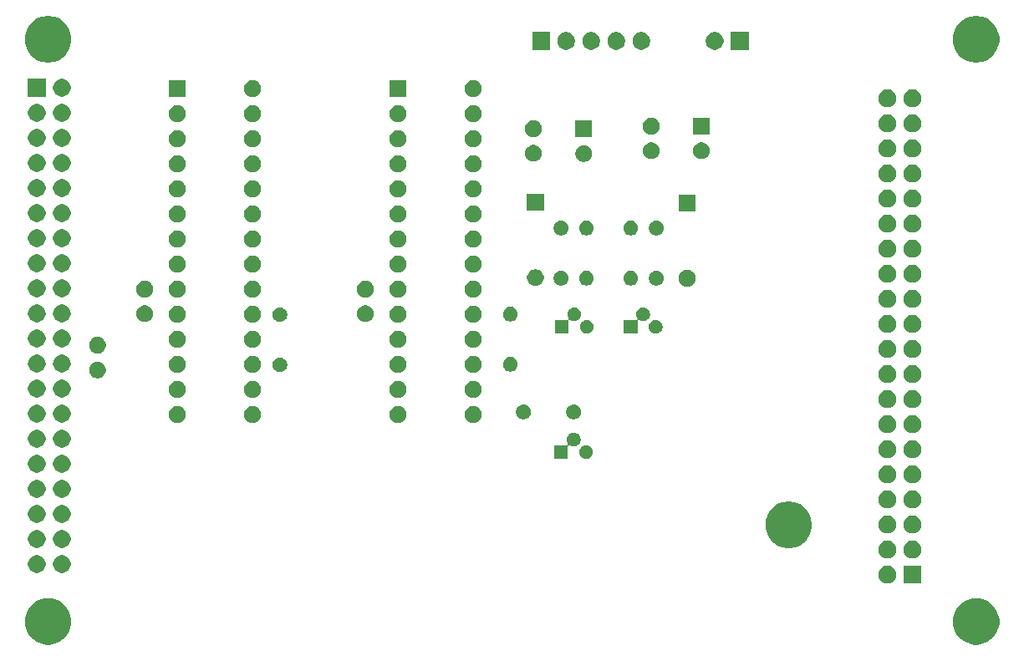
<source format=gbs>
G04 #@! TF.GenerationSoftware,KiCad,Pcbnew,5.1.5+dfsg1-2build2*
G04 #@! TF.CreationDate,2022-06-21T20:39:22-05:00*
G04 #@! TF.ProjectId,2065-Z80-programmer,32303635-2d5a-4383-902d-70726f677261,2.0*
G04 #@! TF.SameCoordinates,Original*
G04 #@! TF.FileFunction,Soldermask,Bot*
G04 #@! TF.FilePolarity,Negative*
%FSLAX46Y46*%
G04 Gerber Fmt 4.6, Leading zero omitted, Abs format (unit mm)*
G04 Created by KiCad (PCBNEW 5.1.5+dfsg1-2build2) date 2022-06-21 20:39:22*
%MOMM*%
%LPD*%
G04 APERTURE LIST*
%ADD10C,0.100000*%
G04 APERTURE END LIST*
D10*
G36*
X182382793Y-114680103D02*
G01*
X182685470Y-114740309D01*
X183113143Y-114917457D01*
X183498038Y-115174636D01*
X183825364Y-115501962D01*
X184082543Y-115886857D01*
X184259691Y-116314530D01*
X184350000Y-116768545D01*
X184350000Y-117231455D01*
X184259691Y-117685470D01*
X184082543Y-118113143D01*
X183825364Y-118498038D01*
X183498038Y-118825364D01*
X183113143Y-119082543D01*
X182685470Y-119259691D01*
X182382793Y-119319897D01*
X182231456Y-119350000D01*
X181768544Y-119350000D01*
X181617207Y-119319897D01*
X181314530Y-119259691D01*
X180886857Y-119082543D01*
X180501962Y-118825364D01*
X180174636Y-118498038D01*
X179917457Y-118113143D01*
X179740309Y-117685470D01*
X179650000Y-117231455D01*
X179650000Y-116768545D01*
X179740309Y-116314530D01*
X179917457Y-115886857D01*
X180174636Y-115501962D01*
X180501962Y-115174636D01*
X180886857Y-114917457D01*
X181314530Y-114740309D01*
X181617207Y-114680103D01*
X181768544Y-114650000D01*
X182231456Y-114650000D01*
X182382793Y-114680103D01*
G37*
G36*
X88382793Y-114680103D02*
G01*
X88685470Y-114740309D01*
X89113143Y-114917457D01*
X89498038Y-115174636D01*
X89825364Y-115501962D01*
X90082543Y-115886857D01*
X90259691Y-116314530D01*
X90350000Y-116768545D01*
X90350000Y-117231455D01*
X90259691Y-117685470D01*
X90082543Y-118113143D01*
X89825364Y-118498038D01*
X89498038Y-118825364D01*
X89113143Y-119082543D01*
X88685470Y-119259691D01*
X88382793Y-119319897D01*
X88231456Y-119350000D01*
X87768544Y-119350000D01*
X87617207Y-119319897D01*
X87314530Y-119259691D01*
X86886857Y-119082543D01*
X86501962Y-118825364D01*
X86174636Y-118498038D01*
X85917457Y-118113143D01*
X85740309Y-117685470D01*
X85650000Y-117231455D01*
X85650000Y-116768545D01*
X85740309Y-116314530D01*
X85917457Y-115886857D01*
X86174636Y-115501962D01*
X86501962Y-115174636D01*
X86886857Y-114917457D01*
X87314530Y-114740309D01*
X87617207Y-114680103D01*
X87768544Y-114650000D01*
X88231456Y-114650000D01*
X88382793Y-114680103D01*
G37*
G36*
X173113512Y-111343927D02*
G01*
X173262812Y-111373624D01*
X173426784Y-111441544D01*
X173574354Y-111540147D01*
X173699853Y-111665646D01*
X173798456Y-111813216D01*
X173866376Y-111977188D01*
X173901000Y-112151259D01*
X173901000Y-112328741D01*
X173866376Y-112502812D01*
X173798456Y-112666784D01*
X173699853Y-112814354D01*
X173574354Y-112939853D01*
X173426784Y-113038456D01*
X173262812Y-113106376D01*
X173113512Y-113136073D01*
X173088742Y-113141000D01*
X172911258Y-113141000D01*
X172886488Y-113136073D01*
X172737188Y-113106376D01*
X172573216Y-113038456D01*
X172425646Y-112939853D01*
X172300147Y-112814354D01*
X172201544Y-112666784D01*
X172133624Y-112502812D01*
X172099000Y-112328741D01*
X172099000Y-112151259D01*
X172133624Y-111977188D01*
X172201544Y-111813216D01*
X172300147Y-111665646D01*
X172425646Y-111540147D01*
X172573216Y-111441544D01*
X172737188Y-111373624D01*
X172886488Y-111343927D01*
X172911258Y-111339000D01*
X173088742Y-111339000D01*
X173113512Y-111343927D01*
G37*
G36*
X176441000Y-113141000D02*
G01*
X174639000Y-113141000D01*
X174639000Y-111339000D01*
X176441000Y-111339000D01*
X176441000Y-113141000D01*
G37*
G36*
X86959598Y-110274353D02*
G01*
X87116812Y-110305624D01*
X87280784Y-110373544D01*
X87428354Y-110472147D01*
X87553853Y-110597646D01*
X87652456Y-110745216D01*
X87720376Y-110909188D01*
X87755000Y-111083259D01*
X87755000Y-111260741D01*
X87720376Y-111434812D01*
X87652456Y-111598784D01*
X87553853Y-111746354D01*
X87428354Y-111871853D01*
X87280784Y-111970456D01*
X87116812Y-112038376D01*
X86967512Y-112068073D01*
X86942742Y-112073000D01*
X86765258Y-112073000D01*
X86740488Y-112068073D01*
X86591188Y-112038376D01*
X86427216Y-111970456D01*
X86279646Y-111871853D01*
X86154147Y-111746354D01*
X86055544Y-111598784D01*
X85987624Y-111434812D01*
X85953000Y-111260741D01*
X85953000Y-111083259D01*
X85987624Y-110909188D01*
X86055544Y-110745216D01*
X86154147Y-110597646D01*
X86279646Y-110472147D01*
X86427216Y-110373544D01*
X86591188Y-110305624D01*
X86748402Y-110274353D01*
X86765258Y-110271000D01*
X86942742Y-110271000D01*
X86959598Y-110274353D01*
G37*
G36*
X89499598Y-110274353D02*
G01*
X89656812Y-110305624D01*
X89820784Y-110373544D01*
X89968354Y-110472147D01*
X90093853Y-110597646D01*
X90192456Y-110745216D01*
X90260376Y-110909188D01*
X90295000Y-111083259D01*
X90295000Y-111260741D01*
X90260376Y-111434812D01*
X90192456Y-111598784D01*
X90093853Y-111746354D01*
X89968354Y-111871853D01*
X89820784Y-111970456D01*
X89656812Y-112038376D01*
X89507512Y-112068073D01*
X89482742Y-112073000D01*
X89305258Y-112073000D01*
X89280488Y-112068073D01*
X89131188Y-112038376D01*
X88967216Y-111970456D01*
X88819646Y-111871853D01*
X88694147Y-111746354D01*
X88595544Y-111598784D01*
X88527624Y-111434812D01*
X88493000Y-111260741D01*
X88493000Y-111083259D01*
X88527624Y-110909188D01*
X88595544Y-110745216D01*
X88694147Y-110597646D01*
X88819646Y-110472147D01*
X88967216Y-110373544D01*
X89131188Y-110305624D01*
X89288402Y-110274353D01*
X89305258Y-110271000D01*
X89482742Y-110271000D01*
X89499598Y-110274353D01*
G37*
G36*
X173113512Y-108803927D02*
G01*
X173262812Y-108833624D01*
X173426784Y-108901544D01*
X173574354Y-109000147D01*
X173699853Y-109125646D01*
X173798456Y-109273216D01*
X173866376Y-109437188D01*
X173901000Y-109611259D01*
X173901000Y-109788741D01*
X173866376Y-109962812D01*
X173798456Y-110126784D01*
X173699853Y-110274354D01*
X173574354Y-110399853D01*
X173426784Y-110498456D01*
X173262812Y-110566376D01*
X173113512Y-110596073D01*
X173088742Y-110601000D01*
X172911258Y-110601000D01*
X172886488Y-110596073D01*
X172737188Y-110566376D01*
X172573216Y-110498456D01*
X172425646Y-110399853D01*
X172300147Y-110274354D01*
X172201544Y-110126784D01*
X172133624Y-109962812D01*
X172099000Y-109788741D01*
X172099000Y-109611259D01*
X172133624Y-109437188D01*
X172201544Y-109273216D01*
X172300147Y-109125646D01*
X172425646Y-109000147D01*
X172573216Y-108901544D01*
X172737188Y-108833624D01*
X172886488Y-108803927D01*
X172911258Y-108799000D01*
X173088742Y-108799000D01*
X173113512Y-108803927D01*
G37*
G36*
X175653512Y-108803927D02*
G01*
X175802812Y-108833624D01*
X175966784Y-108901544D01*
X176114354Y-109000147D01*
X176239853Y-109125646D01*
X176338456Y-109273216D01*
X176406376Y-109437188D01*
X176441000Y-109611259D01*
X176441000Y-109788741D01*
X176406376Y-109962812D01*
X176338456Y-110126784D01*
X176239853Y-110274354D01*
X176114354Y-110399853D01*
X175966784Y-110498456D01*
X175802812Y-110566376D01*
X175653512Y-110596073D01*
X175628742Y-110601000D01*
X175451258Y-110601000D01*
X175426488Y-110596073D01*
X175277188Y-110566376D01*
X175113216Y-110498456D01*
X174965646Y-110399853D01*
X174840147Y-110274354D01*
X174741544Y-110126784D01*
X174673624Y-109962812D01*
X174639000Y-109788741D01*
X174639000Y-109611259D01*
X174673624Y-109437188D01*
X174741544Y-109273216D01*
X174840147Y-109125646D01*
X174965646Y-109000147D01*
X175113216Y-108901544D01*
X175277188Y-108833624D01*
X175426488Y-108803927D01*
X175451258Y-108799000D01*
X175628742Y-108799000D01*
X175653512Y-108803927D01*
G37*
G36*
X163382793Y-104870103D02*
G01*
X163685470Y-104930309D01*
X164113143Y-105107457D01*
X164498038Y-105364636D01*
X164825364Y-105691962D01*
X165082543Y-106076857D01*
X165259691Y-106504530D01*
X165291880Y-106666354D01*
X165349967Y-106958376D01*
X165350000Y-106958545D01*
X165350000Y-107421455D01*
X165259691Y-107875470D01*
X165082543Y-108303143D01*
X164825364Y-108688038D01*
X164498038Y-109015364D01*
X164113143Y-109272543D01*
X163685470Y-109449691D01*
X163440718Y-109498375D01*
X163231456Y-109540000D01*
X162768544Y-109540000D01*
X162559282Y-109498375D01*
X162314530Y-109449691D01*
X161886857Y-109272543D01*
X161501962Y-109015364D01*
X161174636Y-108688038D01*
X160917457Y-108303143D01*
X160740309Y-107875470D01*
X160650000Y-107421455D01*
X160650000Y-106958545D01*
X160650034Y-106958376D01*
X160708120Y-106666354D01*
X160740309Y-106504530D01*
X160917457Y-106076857D01*
X161174636Y-105691962D01*
X161501962Y-105364636D01*
X161886857Y-105107457D01*
X162314530Y-104930309D01*
X162617207Y-104870103D01*
X162768544Y-104840000D01*
X163231456Y-104840000D01*
X163382793Y-104870103D01*
G37*
G36*
X89499598Y-107734353D02*
G01*
X89656812Y-107765624D01*
X89820784Y-107833544D01*
X89968354Y-107932147D01*
X90093853Y-108057646D01*
X90192456Y-108205216D01*
X90260376Y-108369188D01*
X90295000Y-108543259D01*
X90295000Y-108720741D01*
X90260376Y-108894812D01*
X90192456Y-109058784D01*
X90093853Y-109206354D01*
X89968354Y-109331853D01*
X89820784Y-109430456D01*
X89656812Y-109498376D01*
X89507512Y-109528073D01*
X89482742Y-109533000D01*
X89305258Y-109533000D01*
X89280488Y-109528073D01*
X89131188Y-109498376D01*
X88967216Y-109430456D01*
X88819646Y-109331853D01*
X88694147Y-109206354D01*
X88595544Y-109058784D01*
X88527624Y-108894812D01*
X88493000Y-108720741D01*
X88493000Y-108543259D01*
X88527624Y-108369188D01*
X88595544Y-108205216D01*
X88694147Y-108057646D01*
X88819646Y-107932147D01*
X88967216Y-107833544D01*
X89131188Y-107765624D01*
X89288402Y-107734353D01*
X89305258Y-107731000D01*
X89482742Y-107731000D01*
X89499598Y-107734353D01*
G37*
G36*
X86959598Y-107734353D02*
G01*
X87116812Y-107765624D01*
X87280784Y-107833544D01*
X87428354Y-107932147D01*
X87553853Y-108057646D01*
X87652456Y-108205216D01*
X87720376Y-108369188D01*
X87755000Y-108543259D01*
X87755000Y-108720741D01*
X87720376Y-108894812D01*
X87652456Y-109058784D01*
X87553853Y-109206354D01*
X87428354Y-109331853D01*
X87280784Y-109430456D01*
X87116812Y-109498376D01*
X86967512Y-109528073D01*
X86942742Y-109533000D01*
X86765258Y-109533000D01*
X86740488Y-109528073D01*
X86591188Y-109498376D01*
X86427216Y-109430456D01*
X86279646Y-109331853D01*
X86154147Y-109206354D01*
X86055544Y-109058784D01*
X85987624Y-108894812D01*
X85953000Y-108720741D01*
X85953000Y-108543259D01*
X85987624Y-108369188D01*
X86055544Y-108205216D01*
X86154147Y-108057646D01*
X86279646Y-107932147D01*
X86427216Y-107833544D01*
X86591188Y-107765624D01*
X86748402Y-107734353D01*
X86765258Y-107731000D01*
X86942742Y-107731000D01*
X86959598Y-107734353D01*
G37*
G36*
X175653512Y-106263927D02*
G01*
X175802812Y-106293624D01*
X175966784Y-106361544D01*
X176114354Y-106460147D01*
X176239853Y-106585646D01*
X176338456Y-106733216D01*
X176406376Y-106897188D01*
X176441000Y-107071259D01*
X176441000Y-107248741D01*
X176406376Y-107422812D01*
X176338456Y-107586784D01*
X176239853Y-107734354D01*
X176114354Y-107859853D01*
X175966784Y-107958456D01*
X175802812Y-108026376D01*
X175653512Y-108056073D01*
X175628742Y-108061000D01*
X175451258Y-108061000D01*
X175426488Y-108056073D01*
X175277188Y-108026376D01*
X175113216Y-107958456D01*
X174965646Y-107859853D01*
X174840147Y-107734354D01*
X174741544Y-107586784D01*
X174673624Y-107422812D01*
X174639000Y-107248741D01*
X174639000Y-107071259D01*
X174673624Y-106897188D01*
X174741544Y-106733216D01*
X174840147Y-106585646D01*
X174965646Y-106460147D01*
X175113216Y-106361544D01*
X175277188Y-106293624D01*
X175426488Y-106263927D01*
X175451258Y-106259000D01*
X175628742Y-106259000D01*
X175653512Y-106263927D01*
G37*
G36*
X173113512Y-106263927D02*
G01*
X173262812Y-106293624D01*
X173426784Y-106361544D01*
X173574354Y-106460147D01*
X173699853Y-106585646D01*
X173798456Y-106733216D01*
X173866376Y-106897188D01*
X173901000Y-107071259D01*
X173901000Y-107248741D01*
X173866376Y-107422812D01*
X173798456Y-107586784D01*
X173699853Y-107734354D01*
X173574354Y-107859853D01*
X173426784Y-107958456D01*
X173262812Y-108026376D01*
X173113512Y-108056073D01*
X173088742Y-108061000D01*
X172911258Y-108061000D01*
X172886488Y-108056073D01*
X172737188Y-108026376D01*
X172573216Y-107958456D01*
X172425646Y-107859853D01*
X172300147Y-107734354D01*
X172201544Y-107586784D01*
X172133624Y-107422812D01*
X172099000Y-107248741D01*
X172099000Y-107071259D01*
X172133624Y-106897188D01*
X172201544Y-106733216D01*
X172300147Y-106585646D01*
X172425646Y-106460147D01*
X172573216Y-106361544D01*
X172737188Y-106293624D01*
X172886488Y-106263927D01*
X172911258Y-106259000D01*
X173088742Y-106259000D01*
X173113512Y-106263927D01*
G37*
G36*
X89499598Y-105194353D02*
G01*
X89656812Y-105225624D01*
X89820784Y-105293544D01*
X89968354Y-105392147D01*
X90093853Y-105517646D01*
X90192456Y-105665216D01*
X90260376Y-105829188D01*
X90295000Y-106003259D01*
X90295000Y-106180741D01*
X90260376Y-106354812D01*
X90192456Y-106518784D01*
X90093853Y-106666354D01*
X89968354Y-106791853D01*
X89820784Y-106890456D01*
X89656812Y-106958376D01*
X89507512Y-106988073D01*
X89482742Y-106993000D01*
X89305258Y-106993000D01*
X89280488Y-106988073D01*
X89131188Y-106958376D01*
X88967216Y-106890456D01*
X88819646Y-106791853D01*
X88694147Y-106666354D01*
X88595544Y-106518784D01*
X88527624Y-106354812D01*
X88493000Y-106180741D01*
X88493000Y-106003259D01*
X88527624Y-105829188D01*
X88595544Y-105665216D01*
X88694147Y-105517646D01*
X88819646Y-105392147D01*
X88967216Y-105293544D01*
X89131188Y-105225624D01*
X89288402Y-105194353D01*
X89305258Y-105191000D01*
X89482742Y-105191000D01*
X89499598Y-105194353D01*
G37*
G36*
X86959598Y-105194353D02*
G01*
X87116812Y-105225624D01*
X87280784Y-105293544D01*
X87428354Y-105392147D01*
X87553853Y-105517646D01*
X87652456Y-105665216D01*
X87720376Y-105829188D01*
X87755000Y-106003259D01*
X87755000Y-106180741D01*
X87720376Y-106354812D01*
X87652456Y-106518784D01*
X87553853Y-106666354D01*
X87428354Y-106791853D01*
X87280784Y-106890456D01*
X87116812Y-106958376D01*
X86967512Y-106988073D01*
X86942742Y-106993000D01*
X86765258Y-106993000D01*
X86740488Y-106988073D01*
X86591188Y-106958376D01*
X86427216Y-106890456D01*
X86279646Y-106791853D01*
X86154147Y-106666354D01*
X86055544Y-106518784D01*
X85987624Y-106354812D01*
X85953000Y-106180741D01*
X85953000Y-106003259D01*
X85987624Y-105829188D01*
X86055544Y-105665216D01*
X86154147Y-105517646D01*
X86279646Y-105392147D01*
X86427216Y-105293544D01*
X86591188Y-105225624D01*
X86748402Y-105194353D01*
X86765258Y-105191000D01*
X86942742Y-105191000D01*
X86959598Y-105194353D01*
G37*
G36*
X173113512Y-103723927D02*
G01*
X173262812Y-103753624D01*
X173426784Y-103821544D01*
X173574354Y-103920147D01*
X173699853Y-104045646D01*
X173798456Y-104193216D01*
X173866376Y-104357188D01*
X173901000Y-104531259D01*
X173901000Y-104708741D01*
X173866376Y-104882812D01*
X173798456Y-105046784D01*
X173699853Y-105194354D01*
X173574354Y-105319853D01*
X173426784Y-105418456D01*
X173262812Y-105486376D01*
X173113512Y-105516073D01*
X173088742Y-105521000D01*
X172911258Y-105521000D01*
X172886488Y-105516073D01*
X172737188Y-105486376D01*
X172573216Y-105418456D01*
X172425646Y-105319853D01*
X172300147Y-105194354D01*
X172201544Y-105046784D01*
X172133624Y-104882812D01*
X172099000Y-104708741D01*
X172099000Y-104531259D01*
X172133624Y-104357188D01*
X172201544Y-104193216D01*
X172300147Y-104045646D01*
X172425646Y-103920147D01*
X172573216Y-103821544D01*
X172737188Y-103753624D01*
X172886488Y-103723927D01*
X172911258Y-103719000D01*
X173088742Y-103719000D01*
X173113512Y-103723927D01*
G37*
G36*
X175653512Y-103723927D02*
G01*
X175802812Y-103753624D01*
X175966784Y-103821544D01*
X176114354Y-103920147D01*
X176239853Y-104045646D01*
X176338456Y-104193216D01*
X176406376Y-104357188D01*
X176441000Y-104531259D01*
X176441000Y-104708741D01*
X176406376Y-104882812D01*
X176338456Y-105046784D01*
X176239853Y-105194354D01*
X176114354Y-105319853D01*
X175966784Y-105418456D01*
X175802812Y-105486376D01*
X175653512Y-105516073D01*
X175628742Y-105521000D01*
X175451258Y-105521000D01*
X175426488Y-105516073D01*
X175277188Y-105486376D01*
X175113216Y-105418456D01*
X174965646Y-105319853D01*
X174840147Y-105194354D01*
X174741544Y-105046784D01*
X174673624Y-104882812D01*
X174639000Y-104708741D01*
X174639000Y-104531259D01*
X174673624Y-104357188D01*
X174741544Y-104193216D01*
X174840147Y-104045646D01*
X174965646Y-103920147D01*
X175113216Y-103821544D01*
X175277188Y-103753624D01*
X175426488Y-103723927D01*
X175451258Y-103719000D01*
X175628742Y-103719000D01*
X175653512Y-103723927D01*
G37*
G36*
X86959598Y-102654353D02*
G01*
X87116812Y-102685624D01*
X87280784Y-102753544D01*
X87428354Y-102852147D01*
X87553853Y-102977646D01*
X87652456Y-103125216D01*
X87720376Y-103289188D01*
X87755000Y-103463259D01*
X87755000Y-103640741D01*
X87720376Y-103814812D01*
X87652456Y-103978784D01*
X87553853Y-104126354D01*
X87428354Y-104251853D01*
X87280784Y-104350456D01*
X87116812Y-104418376D01*
X86967512Y-104448073D01*
X86942742Y-104453000D01*
X86765258Y-104453000D01*
X86740488Y-104448073D01*
X86591188Y-104418376D01*
X86427216Y-104350456D01*
X86279646Y-104251853D01*
X86154147Y-104126354D01*
X86055544Y-103978784D01*
X85987624Y-103814812D01*
X85953000Y-103640741D01*
X85953000Y-103463259D01*
X85987624Y-103289188D01*
X86055544Y-103125216D01*
X86154147Y-102977646D01*
X86279646Y-102852147D01*
X86427216Y-102753544D01*
X86591188Y-102685624D01*
X86748402Y-102654353D01*
X86765258Y-102651000D01*
X86942742Y-102651000D01*
X86959598Y-102654353D01*
G37*
G36*
X89499598Y-102654353D02*
G01*
X89656812Y-102685624D01*
X89820784Y-102753544D01*
X89968354Y-102852147D01*
X90093853Y-102977646D01*
X90192456Y-103125216D01*
X90260376Y-103289188D01*
X90295000Y-103463259D01*
X90295000Y-103640741D01*
X90260376Y-103814812D01*
X90192456Y-103978784D01*
X90093853Y-104126354D01*
X89968354Y-104251853D01*
X89820784Y-104350456D01*
X89656812Y-104418376D01*
X89507512Y-104448073D01*
X89482742Y-104453000D01*
X89305258Y-104453000D01*
X89280488Y-104448073D01*
X89131188Y-104418376D01*
X88967216Y-104350456D01*
X88819646Y-104251853D01*
X88694147Y-104126354D01*
X88595544Y-103978784D01*
X88527624Y-103814812D01*
X88493000Y-103640741D01*
X88493000Y-103463259D01*
X88527624Y-103289188D01*
X88595544Y-103125216D01*
X88694147Y-102977646D01*
X88819646Y-102852147D01*
X88967216Y-102753544D01*
X89131188Y-102685624D01*
X89288402Y-102654353D01*
X89305258Y-102651000D01*
X89482742Y-102651000D01*
X89499598Y-102654353D01*
G37*
G36*
X173113512Y-101183927D02*
G01*
X173262812Y-101213624D01*
X173426784Y-101281544D01*
X173574354Y-101380147D01*
X173699853Y-101505646D01*
X173798456Y-101653216D01*
X173866376Y-101817188D01*
X173901000Y-101991259D01*
X173901000Y-102168741D01*
X173866376Y-102342812D01*
X173798456Y-102506784D01*
X173699853Y-102654354D01*
X173574354Y-102779853D01*
X173426784Y-102878456D01*
X173262812Y-102946376D01*
X173113512Y-102976073D01*
X173088742Y-102981000D01*
X172911258Y-102981000D01*
X172886488Y-102976073D01*
X172737188Y-102946376D01*
X172573216Y-102878456D01*
X172425646Y-102779853D01*
X172300147Y-102654354D01*
X172201544Y-102506784D01*
X172133624Y-102342812D01*
X172099000Y-102168741D01*
X172099000Y-101991259D01*
X172133624Y-101817188D01*
X172201544Y-101653216D01*
X172300147Y-101505646D01*
X172425646Y-101380147D01*
X172573216Y-101281544D01*
X172737188Y-101213624D01*
X172886488Y-101183927D01*
X172911258Y-101179000D01*
X173088742Y-101179000D01*
X173113512Y-101183927D01*
G37*
G36*
X175653512Y-101183927D02*
G01*
X175802812Y-101213624D01*
X175966784Y-101281544D01*
X176114354Y-101380147D01*
X176239853Y-101505646D01*
X176338456Y-101653216D01*
X176406376Y-101817188D01*
X176441000Y-101991259D01*
X176441000Y-102168741D01*
X176406376Y-102342812D01*
X176338456Y-102506784D01*
X176239853Y-102654354D01*
X176114354Y-102779853D01*
X175966784Y-102878456D01*
X175802812Y-102946376D01*
X175653512Y-102976073D01*
X175628742Y-102981000D01*
X175451258Y-102981000D01*
X175426488Y-102976073D01*
X175277188Y-102946376D01*
X175113216Y-102878456D01*
X174965646Y-102779853D01*
X174840147Y-102654354D01*
X174741544Y-102506784D01*
X174673624Y-102342812D01*
X174639000Y-102168741D01*
X174639000Y-101991259D01*
X174673624Y-101817188D01*
X174741544Y-101653216D01*
X174840147Y-101505646D01*
X174965646Y-101380147D01*
X175113216Y-101281544D01*
X175277188Y-101213624D01*
X175426488Y-101183927D01*
X175451258Y-101179000D01*
X175628742Y-101179000D01*
X175653512Y-101183927D01*
G37*
G36*
X86959598Y-100114353D02*
G01*
X87116812Y-100145624D01*
X87280784Y-100213544D01*
X87428354Y-100312147D01*
X87553853Y-100437646D01*
X87652456Y-100585216D01*
X87720376Y-100749188D01*
X87755000Y-100923259D01*
X87755000Y-101100741D01*
X87720376Y-101274812D01*
X87652456Y-101438784D01*
X87553853Y-101586354D01*
X87428354Y-101711853D01*
X87280784Y-101810456D01*
X87116812Y-101878376D01*
X86967512Y-101908073D01*
X86942742Y-101913000D01*
X86765258Y-101913000D01*
X86740488Y-101908073D01*
X86591188Y-101878376D01*
X86427216Y-101810456D01*
X86279646Y-101711853D01*
X86154147Y-101586354D01*
X86055544Y-101438784D01*
X85987624Y-101274812D01*
X85953000Y-101100741D01*
X85953000Y-100923259D01*
X85987624Y-100749188D01*
X86055544Y-100585216D01*
X86154147Y-100437646D01*
X86279646Y-100312147D01*
X86427216Y-100213544D01*
X86591188Y-100145624D01*
X86748402Y-100114353D01*
X86765258Y-100111000D01*
X86942742Y-100111000D01*
X86959598Y-100114353D01*
G37*
G36*
X89499598Y-100114353D02*
G01*
X89656812Y-100145624D01*
X89820784Y-100213544D01*
X89968354Y-100312147D01*
X90093853Y-100437646D01*
X90192456Y-100585216D01*
X90260376Y-100749188D01*
X90295000Y-100923259D01*
X90295000Y-101100741D01*
X90260376Y-101274812D01*
X90192456Y-101438784D01*
X90093853Y-101586354D01*
X89968354Y-101711853D01*
X89820784Y-101810456D01*
X89656812Y-101878376D01*
X89507512Y-101908073D01*
X89482742Y-101913000D01*
X89305258Y-101913000D01*
X89280488Y-101908073D01*
X89131188Y-101878376D01*
X88967216Y-101810456D01*
X88819646Y-101711853D01*
X88694147Y-101586354D01*
X88595544Y-101438784D01*
X88527624Y-101274812D01*
X88493000Y-101100741D01*
X88493000Y-100923259D01*
X88527624Y-100749188D01*
X88595544Y-100585216D01*
X88694147Y-100437646D01*
X88819646Y-100312147D01*
X88967216Y-100213544D01*
X89131188Y-100145624D01*
X89288402Y-100114353D01*
X89305258Y-100111000D01*
X89482742Y-100111000D01*
X89499598Y-100114353D01*
G37*
G36*
X141438473Y-97877938D02*
G01*
X141566049Y-97930782D01*
X141680859Y-98007495D01*
X141778505Y-98105141D01*
X141855218Y-98219951D01*
X141908062Y-98347527D01*
X141935000Y-98482956D01*
X141935000Y-98621044D01*
X141908062Y-98756473D01*
X141855218Y-98884049D01*
X141778505Y-98998859D01*
X141680859Y-99096505D01*
X141566049Y-99173218D01*
X141438473Y-99226062D01*
X141303044Y-99253000D01*
X141164956Y-99253000D01*
X141029527Y-99226062D01*
X140901951Y-99173218D01*
X140849444Y-99138134D01*
X140827834Y-99126583D01*
X140804385Y-99119470D01*
X140779999Y-99117068D01*
X140755613Y-99119470D01*
X140732164Y-99126583D01*
X140710553Y-99138134D01*
X140691611Y-99153680D01*
X140676066Y-99172622D01*
X140664515Y-99194232D01*
X140657402Y-99217681D01*
X140655000Y-99242067D01*
X140655000Y-100523000D01*
X139253000Y-100523000D01*
X139253000Y-99121000D01*
X140537251Y-99121000D01*
X140561637Y-99118598D01*
X140585086Y-99111485D01*
X140606697Y-99099934D01*
X140625639Y-99084389D01*
X140641184Y-99065447D01*
X140652735Y-99043836D01*
X140659848Y-99020387D01*
X140662250Y-98996001D01*
X140659848Y-98971615D01*
X140652735Y-98948166D01*
X140641184Y-98926556D01*
X140612782Y-98884049D01*
X140559938Y-98756473D01*
X140533000Y-98621044D01*
X140533000Y-98482956D01*
X140559938Y-98347527D01*
X140612782Y-98219951D01*
X140689495Y-98105141D01*
X140787141Y-98007495D01*
X140901951Y-97930782D01*
X141029527Y-97877938D01*
X141164956Y-97851000D01*
X141303044Y-97851000D01*
X141438473Y-97877938D01*
G37*
G36*
X142698473Y-99147938D02*
G01*
X142826049Y-99200782D01*
X142940859Y-99277495D01*
X143038505Y-99375141D01*
X143115218Y-99489951D01*
X143168062Y-99617527D01*
X143195000Y-99752956D01*
X143195000Y-99891044D01*
X143168062Y-100026473D01*
X143115218Y-100154049D01*
X143038505Y-100268859D01*
X142940859Y-100366505D01*
X142826049Y-100443218D01*
X142698473Y-100496062D01*
X142563044Y-100523000D01*
X142424956Y-100523000D01*
X142289527Y-100496062D01*
X142161951Y-100443218D01*
X142047141Y-100366505D01*
X141949495Y-100268859D01*
X141872782Y-100154049D01*
X141819938Y-100026473D01*
X141793000Y-99891044D01*
X141793000Y-99752956D01*
X141819938Y-99617527D01*
X141872782Y-99489951D01*
X141949495Y-99375141D01*
X142047141Y-99277495D01*
X142161951Y-99200782D01*
X142289527Y-99147938D01*
X142424956Y-99121000D01*
X142563044Y-99121000D01*
X142698473Y-99147938D01*
G37*
G36*
X173113512Y-98643927D02*
G01*
X173262812Y-98673624D01*
X173426784Y-98741544D01*
X173574354Y-98840147D01*
X173699853Y-98965646D01*
X173798456Y-99113216D01*
X173866376Y-99277188D01*
X173901000Y-99451259D01*
X173901000Y-99628741D01*
X173866376Y-99802812D01*
X173798456Y-99966784D01*
X173699853Y-100114354D01*
X173574354Y-100239853D01*
X173426784Y-100338456D01*
X173262812Y-100406376D01*
X173113512Y-100436073D01*
X173088742Y-100441000D01*
X172911258Y-100441000D01*
X172886488Y-100436073D01*
X172737188Y-100406376D01*
X172573216Y-100338456D01*
X172425646Y-100239853D01*
X172300147Y-100114354D01*
X172201544Y-99966784D01*
X172133624Y-99802812D01*
X172099000Y-99628741D01*
X172099000Y-99451259D01*
X172133624Y-99277188D01*
X172201544Y-99113216D01*
X172300147Y-98965646D01*
X172425646Y-98840147D01*
X172573216Y-98741544D01*
X172737188Y-98673624D01*
X172886488Y-98643927D01*
X172911258Y-98639000D01*
X173088742Y-98639000D01*
X173113512Y-98643927D01*
G37*
G36*
X175653512Y-98643927D02*
G01*
X175802812Y-98673624D01*
X175966784Y-98741544D01*
X176114354Y-98840147D01*
X176239853Y-98965646D01*
X176338456Y-99113216D01*
X176406376Y-99277188D01*
X176441000Y-99451259D01*
X176441000Y-99628741D01*
X176406376Y-99802812D01*
X176338456Y-99966784D01*
X176239853Y-100114354D01*
X176114354Y-100239853D01*
X175966784Y-100338456D01*
X175802812Y-100406376D01*
X175653512Y-100436073D01*
X175628742Y-100441000D01*
X175451258Y-100441000D01*
X175426488Y-100436073D01*
X175277188Y-100406376D01*
X175113216Y-100338456D01*
X174965646Y-100239853D01*
X174840147Y-100114354D01*
X174741544Y-99966784D01*
X174673624Y-99802812D01*
X174639000Y-99628741D01*
X174639000Y-99451259D01*
X174673624Y-99277188D01*
X174741544Y-99113216D01*
X174840147Y-98965646D01*
X174965646Y-98840147D01*
X175113216Y-98741544D01*
X175277188Y-98673624D01*
X175426488Y-98643927D01*
X175451258Y-98639000D01*
X175628742Y-98639000D01*
X175653512Y-98643927D01*
G37*
G36*
X89499598Y-97574353D02*
G01*
X89656812Y-97605624D01*
X89820784Y-97673544D01*
X89968354Y-97772147D01*
X90093853Y-97897646D01*
X90192456Y-98045216D01*
X90260376Y-98209188D01*
X90295000Y-98383259D01*
X90295000Y-98560741D01*
X90260376Y-98734812D01*
X90192456Y-98898784D01*
X90093853Y-99046354D01*
X89968354Y-99171853D01*
X89820784Y-99270456D01*
X89656812Y-99338376D01*
X89507512Y-99368073D01*
X89482742Y-99373000D01*
X89305258Y-99373000D01*
X89280488Y-99368073D01*
X89131188Y-99338376D01*
X88967216Y-99270456D01*
X88819646Y-99171853D01*
X88694147Y-99046354D01*
X88595544Y-98898784D01*
X88527624Y-98734812D01*
X88493000Y-98560741D01*
X88493000Y-98383259D01*
X88527624Y-98209188D01*
X88595544Y-98045216D01*
X88694147Y-97897646D01*
X88819646Y-97772147D01*
X88967216Y-97673544D01*
X89131188Y-97605624D01*
X89288402Y-97574353D01*
X89305258Y-97571000D01*
X89482742Y-97571000D01*
X89499598Y-97574353D01*
G37*
G36*
X86959598Y-97574353D02*
G01*
X87116812Y-97605624D01*
X87280784Y-97673544D01*
X87428354Y-97772147D01*
X87553853Y-97897646D01*
X87652456Y-98045216D01*
X87720376Y-98209188D01*
X87755000Y-98383259D01*
X87755000Y-98560741D01*
X87720376Y-98734812D01*
X87652456Y-98898784D01*
X87553853Y-99046354D01*
X87428354Y-99171853D01*
X87280784Y-99270456D01*
X87116812Y-99338376D01*
X86967512Y-99368073D01*
X86942742Y-99373000D01*
X86765258Y-99373000D01*
X86740488Y-99368073D01*
X86591188Y-99338376D01*
X86427216Y-99270456D01*
X86279646Y-99171853D01*
X86154147Y-99046354D01*
X86055544Y-98898784D01*
X85987624Y-98734812D01*
X85953000Y-98560741D01*
X85953000Y-98383259D01*
X85987624Y-98209188D01*
X86055544Y-98045216D01*
X86154147Y-97897646D01*
X86279646Y-97772147D01*
X86427216Y-97673544D01*
X86591188Y-97605624D01*
X86748402Y-97574353D01*
X86765258Y-97571000D01*
X86942742Y-97571000D01*
X86959598Y-97574353D01*
G37*
G36*
X175653512Y-96103927D02*
G01*
X175802812Y-96133624D01*
X175966784Y-96201544D01*
X176114354Y-96300147D01*
X176239853Y-96425646D01*
X176338456Y-96573216D01*
X176406376Y-96737188D01*
X176441000Y-96911259D01*
X176441000Y-97088741D01*
X176406376Y-97262812D01*
X176338456Y-97426784D01*
X176239853Y-97574354D01*
X176114354Y-97699853D01*
X175966784Y-97798456D01*
X175802812Y-97866376D01*
X175653512Y-97896073D01*
X175628742Y-97901000D01*
X175451258Y-97901000D01*
X175426488Y-97896073D01*
X175277188Y-97866376D01*
X175113216Y-97798456D01*
X174965646Y-97699853D01*
X174840147Y-97574354D01*
X174741544Y-97426784D01*
X174673624Y-97262812D01*
X174639000Y-97088741D01*
X174639000Y-96911259D01*
X174673624Y-96737188D01*
X174741544Y-96573216D01*
X174840147Y-96425646D01*
X174965646Y-96300147D01*
X175113216Y-96201544D01*
X175277188Y-96133624D01*
X175426488Y-96103927D01*
X175451258Y-96099000D01*
X175628742Y-96099000D01*
X175653512Y-96103927D01*
G37*
G36*
X173113512Y-96103927D02*
G01*
X173262812Y-96133624D01*
X173426784Y-96201544D01*
X173574354Y-96300147D01*
X173699853Y-96425646D01*
X173798456Y-96573216D01*
X173866376Y-96737188D01*
X173901000Y-96911259D01*
X173901000Y-97088741D01*
X173866376Y-97262812D01*
X173798456Y-97426784D01*
X173699853Y-97574354D01*
X173574354Y-97699853D01*
X173426784Y-97798456D01*
X173262812Y-97866376D01*
X173113512Y-97896073D01*
X173088742Y-97901000D01*
X172911258Y-97901000D01*
X172886488Y-97896073D01*
X172737188Y-97866376D01*
X172573216Y-97798456D01*
X172425646Y-97699853D01*
X172300147Y-97574354D01*
X172201544Y-97426784D01*
X172133624Y-97262812D01*
X172099000Y-97088741D01*
X172099000Y-96911259D01*
X172133624Y-96737188D01*
X172201544Y-96573216D01*
X172300147Y-96425646D01*
X172425646Y-96300147D01*
X172573216Y-96201544D01*
X172737188Y-96133624D01*
X172886488Y-96103927D01*
X172911258Y-96099000D01*
X173088742Y-96099000D01*
X173113512Y-96103927D01*
G37*
G36*
X123692228Y-95193703D02*
G01*
X123847100Y-95257853D01*
X123986481Y-95350985D01*
X124105015Y-95469519D01*
X124198147Y-95608900D01*
X124262297Y-95763772D01*
X124295000Y-95928184D01*
X124295000Y-96095816D01*
X124262297Y-96260228D01*
X124198147Y-96415100D01*
X124105015Y-96554481D01*
X123986481Y-96673015D01*
X123847100Y-96766147D01*
X123692228Y-96830297D01*
X123527816Y-96863000D01*
X123360184Y-96863000D01*
X123195772Y-96830297D01*
X123040900Y-96766147D01*
X122901519Y-96673015D01*
X122782985Y-96554481D01*
X122689853Y-96415100D01*
X122625703Y-96260228D01*
X122593000Y-96095816D01*
X122593000Y-95928184D01*
X122625703Y-95763772D01*
X122689853Y-95608900D01*
X122782985Y-95469519D01*
X122901519Y-95350985D01*
X123040900Y-95257853D01*
X123195772Y-95193703D01*
X123360184Y-95161000D01*
X123527816Y-95161000D01*
X123692228Y-95193703D01*
G37*
G36*
X101340228Y-95193703D02*
G01*
X101495100Y-95257853D01*
X101634481Y-95350985D01*
X101753015Y-95469519D01*
X101846147Y-95608900D01*
X101910297Y-95763772D01*
X101943000Y-95928184D01*
X101943000Y-96095816D01*
X101910297Y-96260228D01*
X101846147Y-96415100D01*
X101753015Y-96554481D01*
X101634481Y-96673015D01*
X101495100Y-96766147D01*
X101340228Y-96830297D01*
X101175816Y-96863000D01*
X101008184Y-96863000D01*
X100843772Y-96830297D01*
X100688900Y-96766147D01*
X100549519Y-96673015D01*
X100430985Y-96554481D01*
X100337853Y-96415100D01*
X100273703Y-96260228D01*
X100241000Y-96095816D01*
X100241000Y-95928184D01*
X100273703Y-95763772D01*
X100337853Y-95608900D01*
X100430985Y-95469519D01*
X100549519Y-95350985D01*
X100688900Y-95257853D01*
X100843772Y-95193703D01*
X101008184Y-95161000D01*
X101175816Y-95161000D01*
X101340228Y-95193703D01*
G37*
G36*
X108960228Y-95193703D02*
G01*
X109115100Y-95257853D01*
X109254481Y-95350985D01*
X109373015Y-95469519D01*
X109466147Y-95608900D01*
X109530297Y-95763772D01*
X109563000Y-95928184D01*
X109563000Y-96095816D01*
X109530297Y-96260228D01*
X109466147Y-96415100D01*
X109373015Y-96554481D01*
X109254481Y-96673015D01*
X109115100Y-96766147D01*
X108960228Y-96830297D01*
X108795816Y-96863000D01*
X108628184Y-96863000D01*
X108463772Y-96830297D01*
X108308900Y-96766147D01*
X108169519Y-96673015D01*
X108050985Y-96554481D01*
X107957853Y-96415100D01*
X107893703Y-96260228D01*
X107861000Y-96095816D01*
X107861000Y-95928184D01*
X107893703Y-95763772D01*
X107957853Y-95608900D01*
X108050985Y-95469519D01*
X108169519Y-95350985D01*
X108308900Y-95257853D01*
X108463772Y-95193703D01*
X108628184Y-95161000D01*
X108795816Y-95161000D01*
X108960228Y-95193703D01*
G37*
G36*
X131312228Y-95193703D02*
G01*
X131467100Y-95257853D01*
X131606481Y-95350985D01*
X131725015Y-95469519D01*
X131818147Y-95608900D01*
X131882297Y-95763772D01*
X131915000Y-95928184D01*
X131915000Y-96095816D01*
X131882297Y-96260228D01*
X131818147Y-96415100D01*
X131725015Y-96554481D01*
X131606481Y-96673015D01*
X131467100Y-96766147D01*
X131312228Y-96830297D01*
X131147816Y-96863000D01*
X130980184Y-96863000D01*
X130815772Y-96830297D01*
X130660900Y-96766147D01*
X130521519Y-96673015D01*
X130402985Y-96554481D01*
X130309853Y-96415100D01*
X130245703Y-96260228D01*
X130213000Y-96095816D01*
X130213000Y-95928184D01*
X130245703Y-95763772D01*
X130309853Y-95608900D01*
X130402985Y-95469519D01*
X130521519Y-95350985D01*
X130660900Y-95257853D01*
X130815772Y-95193703D01*
X130980184Y-95161000D01*
X131147816Y-95161000D01*
X131312228Y-95193703D01*
G37*
G36*
X89507512Y-95035927D02*
G01*
X89656812Y-95065624D01*
X89820784Y-95133544D01*
X89968354Y-95232147D01*
X90093853Y-95357646D01*
X90192456Y-95505216D01*
X90260376Y-95669188D01*
X90295000Y-95843259D01*
X90295000Y-96020741D01*
X90260376Y-96194812D01*
X90192456Y-96358784D01*
X90093853Y-96506354D01*
X89968354Y-96631853D01*
X89820784Y-96730456D01*
X89656812Y-96798376D01*
X89507512Y-96828073D01*
X89482742Y-96833000D01*
X89305258Y-96833000D01*
X89280488Y-96828073D01*
X89131188Y-96798376D01*
X88967216Y-96730456D01*
X88819646Y-96631853D01*
X88694147Y-96506354D01*
X88595544Y-96358784D01*
X88527624Y-96194812D01*
X88493000Y-96020741D01*
X88493000Y-95843259D01*
X88527624Y-95669188D01*
X88595544Y-95505216D01*
X88694147Y-95357646D01*
X88819646Y-95232147D01*
X88967216Y-95133544D01*
X89131188Y-95065624D01*
X89280488Y-95035927D01*
X89305258Y-95031000D01*
X89482742Y-95031000D01*
X89507512Y-95035927D01*
G37*
G36*
X86967512Y-95035927D02*
G01*
X87116812Y-95065624D01*
X87280784Y-95133544D01*
X87428354Y-95232147D01*
X87553853Y-95357646D01*
X87652456Y-95505216D01*
X87720376Y-95669188D01*
X87755000Y-95843259D01*
X87755000Y-96020741D01*
X87720376Y-96194812D01*
X87652456Y-96358784D01*
X87553853Y-96506354D01*
X87428354Y-96631853D01*
X87280784Y-96730456D01*
X87116812Y-96798376D01*
X86967512Y-96828073D01*
X86942742Y-96833000D01*
X86765258Y-96833000D01*
X86740488Y-96828073D01*
X86591188Y-96798376D01*
X86427216Y-96730456D01*
X86279646Y-96631853D01*
X86154147Y-96506354D01*
X86055544Y-96358784D01*
X85987624Y-96194812D01*
X85953000Y-96020741D01*
X85953000Y-95843259D01*
X85987624Y-95669188D01*
X86055544Y-95505216D01*
X86154147Y-95357646D01*
X86279646Y-95232147D01*
X86427216Y-95133544D01*
X86591188Y-95065624D01*
X86740488Y-95035927D01*
X86765258Y-95031000D01*
X86942742Y-95031000D01*
X86967512Y-95035927D01*
G37*
G36*
X141443059Y-95035860D02*
G01*
X141514916Y-95065624D01*
X141579732Y-95092472D01*
X141702735Y-95174660D01*
X141807340Y-95279265D01*
X141889528Y-95402268D01*
X141889529Y-95402270D01*
X141946140Y-95538941D01*
X141975000Y-95684032D01*
X141975000Y-95831968D01*
X141946140Y-95977059D01*
X141896950Y-96095815D01*
X141889528Y-96113732D01*
X141807340Y-96236735D01*
X141702735Y-96341340D01*
X141579732Y-96423528D01*
X141579731Y-96423529D01*
X141579730Y-96423529D01*
X141443059Y-96480140D01*
X141297968Y-96509000D01*
X141150032Y-96509000D01*
X141004941Y-96480140D01*
X140868270Y-96423529D01*
X140868269Y-96423529D01*
X140868268Y-96423528D01*
X140745265Y-96341340D01*
X140640660Y-96236735D01*
X140558472Y-96113732D01*
X140551051Y-96095815D01*
X140501860Y-95977059D01*
X140473000Y-95831968D01*
X140473000Y-95684032D01*
X140501860Y-95538941D01*
X140558471Y-95402270D01*
X140558472Y-95402268D01*
X140640660Y-95279265D01*
X140745265Y-95174660D01*
X140868268Y-95092472D01*
X140933085Y-95065624D01*
X141004941Y-95035860D01*
X141150032Y-95007000D01*
X141297968Y-95007000D01*
X141443059Y-95035860D01*
G37*
G36*
X136363059Y-95035860D02*
G01*
X136434916Y-95065624D01*
X136499732Y-95092472D01*
X136622735Y-95174660D01*
X136727340Y-95279265D01*
X136809528Y-95402268D01*
X136809529Y-95402270D01*
X136866140Y-95538941D01*
X136895000Y-95684032D01*
X136895000Y-95831968D01*
X136866140Y-95977059D01*
X136816950Y-96095815D01*
X136809528Y-96113732D01*
X136727340Y-96236735D01*
X136622735Y-96341340D01*
X136499732Y-96423528D01*
X136499731Y-96423529D01*
X136499730Y-96423529D01*
X136363059Y-96480140D01*
X136217968Y-96509000D01*
X136070032Y-96509000D01*
X135924941Y-96480140D01*
X135788270Y-96423529D01*
X135788269Y-96423529D01*
X135788268Y-96423528D01*
X135665265Y-96341340D01*
X135560660Y-96236735D01*
X135478472Y-96113732D01*
X135471051Y-96095815D01*
X135421860Y-95977059D01*
X135393000Y-95831968D01*
X135393000Y-95684032D01*
X135421860Y-95538941D01*
X135478471Y-95402270D01*
X135478472Y-95402268D01*
X135560660Y-95279265D01*
X135665265Y-95174660D01*
X135788268Y-95092472D01*
X135853085Y-95065624D01*
X135924941Y-95035860D01*
X136070032Y-95007000D01*
X136217968Y-95007000D01*
X136363059Y-95035860D01*
G37*
G36*
X173113512Y-93563927D02*
G01*
X173262812Y-93593624D01*
X173426784Y-93661544D01*
X173574354Y-93760147D01*
X173699853Y-93885646D01*
X173798456Y-94033216D01*
X173866376Y-94197188D01*
X173901000Y-94371259D01*
X173901000Y-94548741D01*
X173866376Y-94722812D01*
X173798456Y-94886784D01*
X173699853Y-95034354D01*
X173574354Y-95159853D01*
X173426784Y-95258456D01*
X173262812Y-95326376D01*
X173113512Y-95356073D01*
X173088742Y-95361000D01*
X172911258Y-95361000D01*
X172886488Y-95356073D01*
X172737188Y-95326376D01*
X172573216Y-95258456D01*
X172425646Y-95159853D01*
X172300147Y-95034354D01*
X172201544Y-94886784D01*
X172133624Y-94722812D01*
X172099000Y-94548741D01*
X172099000Y-94371259D01*
X172133624Y-94197188D01*
X172201544Y-94033216D01*
X172300147Y-93885646D01*
X172425646Y-93760147D01*
X172573216Y-93661544D01*
X172737188Y-93593624D01*
X172886488Y-93563927D01*
X172911258Y-93559000D01*
X173088742Y-93559000D01*
X173113512Y-93563927D01*
G37*
G36*
X175653512Y-93563927D02*
G01*
X175802812Y-93593624D01*
X175966784Y-93661544D01*
X176114354Y-93760147D01*
X176239853Y-93885646D01*
X176338456Y-94033216D01*
X176406376Y-94197188D01*
X176441000Y-94371259D01*
X176441000Y-94548741D01*
X176406376Y-94722812D01*
X176338456Y-94886784D01*
X176239853Y-95034354D01*
X176114354Y-95159853D01*
X175966784Y-95258456D01*
X175802812Y-95326376D01*
X175653512Y-95356073D01*
X175628742Y-95361000D01*
X175451258Y-95361000D01*
X175426488Y-95356073D01*
X175277188Y-95326376D01*
X175113216Y-95258456D01*
X174965646Y-95159853D01*
X174840147Y-95034354D01*
X174741544Y-94886784D01*
X174673624Y-94722812D01*
X174639000Y-94548741D01*
X174639000Y-94371259D01*
X174673624Y-94197188D01*
X174741544Y-94033216D01*
X174840147Y-93885646D01*
X174965646Y-93760147D01*
X175113216Y-93661544D01*
X175277188Y-93593624D01*
X175426488Y-93563927D01*
X175451258Y-93559000D01*
X175628742Y-93559000D01*
X175653512Y-93563927D01*
G37*
G36*
X123692228Y-92653703D02*
G01*
X123847100Y-92717853D01*
X123986481Y-92810985D01*
X124105015Y-92929519D01*
X124198147Y-93068900D01*
X124262297Y-93223772D01*
X124295000Y-93388184D01*
X124295000Y-93555816D01*
X124262297Y-93720228D01*
X124198147Y-93875100D01*
X124105015Y-94014481D01*
X123986481Y-94133015D01*
X123847100Y-94226147D01*
X123692228Y-94290297D01*
X123527816Y-94323000D01*
X123360184Y-94323000D01*
X123195772Y-94290297D01*
X123040900Y-94226147D01*
X122901519Y-94133015D01*
X122782985Y-94014481D01*
X122689853Y-93875100D01*
X122625703Y-93720228D01*
X122593000Y-93555816D01*
X122593000Y-93388184D01*
X122625703Y-93223772D01*
X122689853Y-93068900D01*
X122782985Y-92929519D01*
X122901519Y-92810985D01*
X123040900Y-92717853D01*
X123195772Y-92653703D01*
X123360184Y-92621000D01*
X123527816Y-92621000D01*
X123692228Y-92653703D01*
G37*
G36*
X131312228Y-92653703D02*
G01*
X131467100Y-92717853D01*
X131606481Y-92810985D01*
X131725015Y-92929519D01*
X131818147Y-93068900D01*
X131882297Y-93223772D01*
X131915000Y-93388184D01*
X131915000Y-93555816D01*
X131882297Y-93720228D01*
X131818147Y-93875100D01*
X131725015Y-94014481D01*
X131606481Y-94133015D01*
X131467100Y-94226147D01*
X131312228Y-94290297D01*
X131147816Y-94323000D01*
X130980184Y-94323000D01*
X130815772Y-94290297D01*
X130660900Y-94226147D01*
X130521519Y-94133015D01*
X130402985Y-94014481D01*
X130309853Y-93875100D01*
X130245703Y-93720228D01*
X130213000Y-93555816D01*
X130213000Y-93388184D01*
X130245703Y-93223772D01*
X130309853Y-93068900D01*
X130402985Y-92929519D01*
X130521519Y-92810985D01*
X130660900Y-92717853D01*
X130815772Y-92653703D01*
X130980184Y-92621000D01*
X131147816Y-92621000D01*
X131312228Y-92653703D01*
G37*
G36*
X108960228Y-92653703D02*
G01*
X109115100Y-92717853D01*
X109254481Y-92810985D01*
X109373015Y-92929519D01*
X109466147Y-93068900D01*
X109530297Y-93223772D01*
X109563000Y-93388184D01*
X109563000Y-93555816D01*
X109530297Y-93720228D01*
X109466147Y-93875100D01*
X109373015Y-94014481D01*
X109254481Y-94133015D01*
X109115100Y-94226147D01*
X108960228Y-94290297D01*
X108795816Y-94323000D01*
X108628184Y-94323000D01*
X108463772Y-94290297D01*
X108308900Y-94226147D01*
X108169519Y-94133015D01*
X108050985Y-94014481D01*
X107957853Y-93875100D01*
X107893703Y-93720228D01*
X107861000Y-93555816D01*
X107861000Y-93388184D01*
X107893703Y-93223772D01*
X107957853Y-93068900D01*
X108050985Y-92929519D01*
X108169519Y-92810985D01*
X108308900Y-92717853D01*
X108463772Y-92653703D01*
X108628184Y-92621000D01*
X108795816Y-92621000D01*
X108960228Y-92653703D01*
G37*
G36*
X101340228Y-92653703D02*
G01*
X101495100Y-92717853D01*
X101634481Y-92810985D01*
X101753015Y-92929519D01*
X101846147Y-93068900D01*
X101910297Y-93223772D01*
X101943000Y-93388184D01*
X101943000Y-93555816D01*
X101910297Y-93720228D01*
X101846147Y-93875100D01*
X101753015Y-94014481D01*
X101634481Y-94133015D01*
X101495100Y-94226147D01*
X101340228Y-94290297D01*
X101175816Y-94323000D01*
X101008184Y-94323000D01*
X100843772Y-94290297D01*
X100688900Y-94226147D01*
X100549519Y-94133015D01*
X100430985Y-94014481D01*
X100337853Y-93875100D01*
X100273703Y-93720228D01*
X100241000Y-93555816D01*
X100241000Y-93388184D01*
X100273703Y-93223772D01*
X100337853Y-93068900D01*
X100430985Y-92929519D01*
X100549519Y-92810985D01*
X100688900Y-92717853D01*
X100843772Y-92653703D01*
X101008184Y-92621000D01*
X101175816Y-92621000D01*
X101340228Y-92653703D01*
G37*
G36*
X89499598Y-92494353D02*
G01*
X89656812Y-92525624D01*
X89820784Y-92593544D01*
X89968354Y-92692147D01*
X90093853Y-92817646D01*
X90192456Y-92965216D01*
X90260376Y-93129188D01*
X90295000Y-93303259D01*
X90295000Y-93480741D01*
X90260376Y-93654812D01*
X90192456Y-93818784D01*
X90093853Y-93966354D01*
X89968354Y-94091853D01*
X89820784Y-94190456D01*
X89656812Y-94258376D01*
X89507512Y-94288073D01*
X89482742Y-94293000D01*
X89305258Y-94293000D01*
X89280488Y-94288073D01*
X89131188Y-94258376D01*
X88967216Y-94190456D01*
X88819646Y-94091853D01*
X88694147Y-93966354D01*
X88595544Y-93818784D01*
X88527624Y-93654812D01*
X88493000Y-93480741D01*
X88493000Y-93303259D01*
X88527624Y-93129188D01*
X88595544Y-92965216D01*
X88694147Y-92817646D01*
X88819646Y-92692147D01*
X88967216Y-92593544D01*
X89131188Y-92525624D01*
X89288402Y-92494353D01*
X89305258Y-92491000D01*
X89482742Y-92491000D01*
X89499598Y-92494353D01*
G37*
G36*
X86959598Y-92494353D02*
G01*
X87116812Y-92525624D01*
X87280784Y-92593544D01*
X87428354Y-92692147D01*
X87553853Y-92817646D01*
X87652456Y-92965216D01*
X87720376Y-93129188D01*
X87755000Y-93303259D01*
X87755000Y-93480741D01*
X87720376Y-93654812D01*
X87652456Y-93818784D01*
X87553853Y-93966354D01*
X87428354Y-94091853D01*
X87280784Y-94190456D01*
X87116812Y-94258376D01*
X86967512Y-94288073D01*
X86942742Y-94293000D01*
X86765258Y-94293000D01*
X86740488Y-94288073D01*
X86591188Y-94258376D01*
X86427216Y-94190456D01*
X86279646Y-94091853D01*
X86154147Y-93966354D01*
X86055544Y-93818784D01*
X85987624Y-93654812D01*
X85953000Y-93480741D01*
X85953000Y-93303259D01*
X85987624Y-93129188D01*
X86055544Y-92965216D01*
X86154147Y-92817646D01*
X86279646Y-92692147D01*
X86427216Y-92593544D01*
X86591188Y-92525624D01*
X86748402Y-92494353D01*
X86765258Y-92491000D01*
X86942742Y-92491000D01*
X86959598Y-92494353D01*
G37*
G36*
X175653512Y-91023927D02*
G01*
X175802812Y-91053624D01*
X175966784Y-91121544D01*
X176114354Y-91220147D01*
X176239853Y-91345646D01*
X176338456Y-91493216D01*
X176406376Y-91657188D01*
X176441000Y-91831259D01*
X176441000Y-92008741D01*
X176406376Y-92182812D01*
X176338456Y-92346784D01*
X176239853Y-92494354D01*
X176114354Y-92619853D01*
X175966784Y-92718456D01*
X175802812Y-92786376D01*
X175653512Y-92816073D01*
X175628742Y-92821000D01*
X175451258Y-92821000D01*
X175426488Y-92816073D01*
X175277188Y-92786376D01*
X175113216Y-92718456D01*
X174965646Y-92619853D01*
X174840147Y-92494354D01*
X174741544Y-92346784D01*
X174673624Y-92182812D01*
X174639000Y-92008741D01*
X174639000Y-91831259D01*
X174673624Y-91657188D01*
X174741544Y-91493216D01*
X174840147Y-91345646D01*
X174965646Y-91220147D01*
X175113216Y-91121544D01*
X175277188Y-91053624D01*
X175426488Y-91023927D01*
X175451258Y-91019000D01*
X175628742Y-91019000D01*
X175653512Y-91023927D01*
G37*
G36*
X173113512Y-91023927D02*
G01*
X173262812Y-91053624D01*
X173426784Y-91121544D01*
X173574354Y-91220147D01*
X173699853Y-91345646D01*
X173798456Y-91493216D01*
X173866376Y-91657188D01*
X173901000Y-91831259D01*
X173901000Y-92008741D01*
X173866376Y-92182812D01*
X173798456Y-92346784D01*
X173699853Y-92494354D01*
X173574354Y-92619853D01*
X173426784Y-92718456D01*
X173262812Y-92786376D01*
X173113512Y-92816073D01*
X173088742Y-92821000D01*
X172911258Y-92821000D01*
X172886488Y-92816073D01*
X172737188Y-92786376D01*
X172573216Y-92718456D01*
X172425646Y-92619853D01*
X172300147Y-92494354D01*
X172201544Y-92346784D01*
X172133624Y-92182812D01*
X172099000Y-92008741D01*
X172099000Y-91831259D01*
X172133624Y-91657188D01*
X172201544Y-91493216D01*
X172300147Y-91345646D01*
X172425646Y-91220147D01*
X172573216Y-91121544D01*
X172737188Y-91053624D01*
X172886488Y-91023927D01*
X172911258Y-91019000D01*
X173088742Y-91019000D01*
X173113512Y-91023927D01*
G37*
G36*
X93248228Y-90681703D02*
G01*
X93403100Y-90745853D01*
X93542481Y-90838985D01*
X93661015Y-90957519D01*
X93754147Y-91096900D01*
X93818297Y-91251772D01*
X93851000Y-91416184D01*
X93851000Y-91583816D01*
X93818297Y-91748228D01*
X93754147Y-91903100D01*
X93661015Y-92042481D01*
X93542481Y-92161015D01*
X93403100Y-92254147D01*
X93248228Y-92318297D01*
X93083816Y-92351000D01*
X92916184Y-92351000D01*
X92751772Y-92318297D01*
X92596900Y-92254147D01*
X92457519Y-92161015D01*
X92338985Y-92042481D01*
X92245853Y-91903100D01*
X92181703Y-91748228D01*
X92149000Y-91583816D01*
X92149000Y-91416184D01*
X92181703Y-91251772D01*
X92245853Y-91096900D01*
X92338985Y-90957519D01*
X92457519Y-90838985D01*
X92596900Y-90745853D01*
X92751772Y-90681703D01*
X92916184Y-90649000D01*
X93083816Y-90649000D01*
X93248228Y-90681703D01*
G37*
G36*
X108960228Y-90113703D02*
G01*
X109115100Y-90177853D01*
X109254481Y-90270985D01*
X109373015Y-90389519D01*
X109466147Y-90528900D01*
X109530297Y-90683772D01*
X109563000Y-90848184D01*
X109563000Y-91015816D01*
X109530297Y-91180228D01*
X109466147Y-91335100D01*
X109373015Y-91474481D01*
X109254481Y-91593015D01*
X109115100Y-91686147D01*
X108960228Y-91750297D01*
X108795816Y-91783000D01*
X108628184Y-91783000D01*
X108463772Y-91750297D01*
X108308900Y-91686147D01*
X108169519Y-91593015D01*
X108050985Y-91474481D01*
X107957853Y-91335100D01*
X107893703Y-91180228D01*
X107861000Y-91015816D01*
X107861000Y-90848184D01*
X107893703Y-90683772D01*
X107957853Y-90528900D01*
X108050985Y-90389519D01*
X108169519Y-90270985D01*
X108308900Y-90177853D01*
X108463772Y-90113703D01*
X108628184Y-90081000D01*
X108795816Y-90081000D01*
X108960228Y-90113703D01*
G37*
G36*
X131312228Y-90113703D02*
G01*
X131467100Y-90177853D01*
X131606481Y-90270985D01*
X131725015Y-90389519D01*
X131818147Y-90528900D01*
X131882297Y-90683772D01*
X131915000Y-90848184D01*
X131915000Y-91015816D01*
X131882297Y-91180228D01*
X131818147Y-91335100D01*
X131725015Y-91474481D01*
X131606481Y-91593015D01*
X131467100Y-91686147D01*
X131312228Y-91750297D01*
X131147816Y-91783000D01*
X130980184Y-91783000D01*
X130815772Y-91750297D01*
X130660900Y-91686147D01*
X130521519Y-91593015D01*
X130402985Y-91474481D01*
X130309853Y-91335100D01*
X130245703Y-91180228D01*
X130213000Y-91015816D01*
X130213000Y-90848184D01*
X130245703Y-90683772D01*
X130309853Y-90528900D01*
X130402985Y-90389519D01*
X130521519Y-90270985D01*
X130660900Y-90177853D01*
X130815772Y-90113703D01*
X130980184Y-90081000D01*
X131147816Y-90081000D01*
X131312228Y-90113703D01*
G37*
G36*
X123692228Y-90113703D02*
G01*
X123847100Y-90177853D01*
X123986481Y-90270985D01*
X124105015Y-90389519D01*
X124198147Y-90528900D01*
X124262297Y-90683772D01*
X124295000Y-90848184D01*
X124295000Y-91015816D01*
X124262297Y-91180228D01*
X124198147Y-91335100D01*
X124105015Y-91474481D01*
X123986481Y-91593015D01*
X123847100Y-91686147D01*
X123692228Y-91750297D01*
X123527816Y-91783000D01*
X123360184Y-91783000D01*
X123195772Y-91750297D01*
X123040900Y-91686147D01*
X122901519Y-91593015D01*
X122782985Y-91474481D01*
X122689853Y-91335100D01*
X122625703Y-91180228D01*
X122593000Y-91015816D01*
X122593000Y-90848184D01*
X122625703Y-90683772D01*
X122689853Y-90528900D01*
X122782985Y-90389519D01*
X122901519Y-90270985D01*
X123040900Y-90177853D01*
X123195772Y-90113703D01*
X123360184Y-90081000D01*
X123527816Y-90081000D01*
X123692228Y-90113703D01*
G37*
G36*
X101340228Y-90113703D02*
G01*
X101495100Y-90177853D01*
X101634481Y-90270985D01*
X101753015Y-90389519D01*
X101846147Y-90528900D01*
X101910297Y-90683772D01*
X101943000Y-90848184D01*
X101943000Y-91015816D01*
X101910297Y-91180228D01*
X101846147Y-91335100D01*
X101753015Y-91474481D01*
X101634481Y-91593015D01*
X101495100Y-91686147D01*
X101340228Y-91750297D01*
X101175816Y-91783000D01*
X101008184Y-91783000D01*
X100843772Y-91750297D01*
X100688900Y-91686147D01*
X100549519Y-91593015D01*
X100430985Y-91474481D01*
X100337853Y-91335100D01*
X100273703Y-91180228D01*
X100241000Y-91015816D01*
X100241000Y-90848184D01*
X100273703Y-90683772D01*
X100337853Y-90528900D01*
X100430985Y-90389519D01*
X100549519Y-90270985D01*
X100688900Y-90177853D01*
X100843772Y-90113703D01*
X101008184Y-90081000D01*
X101175816Y-90081000D01*
X101340228Y-90113703D01*
G37*
G36*
X89499598Y-89954353D02*
G01*
X89656812Y-89985624D01*
X89820784Y-90053544D01*
X89968354Y-90152147D01*
X90093853Y-90277646D01*
X90192456Y-90425216D01*
X90260376Y-90589188D01*
X90278778Y-90681705D01*
X90294086Y-90758661D01*
X90295000Y-90763259D01*
X90295000Y-90940741D01*
X90260376Y-91114812D01*
X90192456Y-91278784D01*
X90093853Y-91426354D01*
X89968354Y-91551853D01*
X89820784Y-91650456D01*
X89656812Y-91718376D01*
X89507512Y-91748073D01*
X89482742Y-91753000D01*
X89305258Y-91753000D01*
X89280488Y-91748073D01*
X89131188Y-91718376D01*
X88967216Y-91650456D01*
X88819646Y-91551853D01*
X88694147Y-91426354D01*
X88595544Y-91278784D01*
X88527624Y-91114812D01*
X88493000Y-90940741D01*
X88493000Y-90763259D01*
X88493915Y-90758661D01*
X88509222Y-90681705D01*
X88527624Y-90589188D01*
X88595544Y-90425216D01*
X88694147Y-90277646D01*
X88819646Y-90152147D01*
X88967216Y-90053544D01*
X89131188Y-89985624D01*
X89288402Y-89954353D01*
X89305258Y-89951000D01*
X89482742Y-89951000D01*
X89499598Y-89954353D01*
G37*
G36*
X86959598Y-89954353D02*
G01*
X87116812Y-89985624D01*
X87280784Y-90053544D01*
X87428354Y-90152147D01*
X87553853Y-90277646D01*
X87652456Y-90425216D01*
X87720376Y-90589188D01*
X87738778Y-90681705D01*
X87754086Y-90758661D01*
X87755000Y-90763259D01*
X87755000Y-90940741D01*
X87720376Y-91114812D01*
X87652456Y-91278784D01*
X87553853Y-91426354D01*
X87428354Y-91551853D01*
X87280784Y-91650456D01*
X87116812Y-91718376D01*
X86967512Y-91748073D01*
X86942742Y-91753000D01*
X86765258Y-91753000D01*
X86740488Y-91748073D01*
X86591188Y-91718376D01*
X86427216Y-91650456D01*
X86279646Y-91551853D01*
X86154147Y-91426354D01*
X86055544Y-91278784D01*
X85987624Y-91114812D01*
X85953000Y-90940741D01*
X85953000Y-90763259D01*
X85953915Y-90758661D01*
X85969222Y-90681705D01*
X85987624Y-90589188D01*
X86055544Y-90425216D01*
X86154147Y-90277646D01*
X86279646Y-90152147D01*
X86427216Y-90053544D01*
X86591188Y-89985624D01*
X86748402Y-89954353D01*
X86765258Y-89951000D01*
X86942742Y-89951000D01*
X86959598Y-89954353D01*
G37*
G36*
X111692039Y-90255580D02*
G01*
X111712203Y-90263932D01*
X111828712Y-90312192D01*
X111951715Y-90394380D01*
X112056320Y-90498985D01*
X112116592Y-90589189D01*
X112138509Y-90621990D01*
X112195120Y-90758661D01*
X112223980Y-90903752D01*
X112223980Y-91051688D01*
X112195120Y-91196779D01*
X112172342Y-91251771D01*
X112138508Y-91333452D01*
X112056320Y-91456455D01*
X111951715Y-91561060D01*
X111828712Y-91643248D01*
X111828711Y-91643249D01*
X111828710Y-91643249D01*
X111692039Y-91699860D01*
X111546948Y-91728720D01*
X111399012Y-91728720D01*
X111253921Y-91699860D01*
X111117250Y-91643249D01*
X111117249Y-91643249D01*
X111117248Y-91643248D01*
X110994245Y-91561060D01*
X110889640Y-91456455D01*
X110807452Y-91333452D01*
X110773619Y-91251771D01*
X110750840Y-91196779D01*
X110721980Y-91051688D01*
X110721980Y-90903752D01*
X110750840Y-90758661D01*
X110807451Y-90621990D01*
X110829368Y-90589189D01*
X110889640Y-90498985D01*
X110994245Y-90394380D01*
X111117248Y-90312192D01*
X111233758Y-90263932D01*
X111253921Y-90255580D01*
X111399012Y-90226720D01*
X111546948Y-90226720D01*
X111692039Y-90255580D01*
G37*
G36*
X135029559Y-90207320D02*
G01*
X135166232Y-90263932D01*
X135289235Y-90346120D01*
X135393840Y-90450725D01*
X135446075Y-90528900D01*
X135476029Y-90573730D01*
X135532640Y-90710401D01*
X135561500Y-90855492D01*
X135561500Y-91003428D01*
X135532640Y-91148519D01*
X135489872Y-91251771D01*
X135476028Y-91285192D01*
X135393840Y-91408195D01*
X135289235Y-91512800D01*
X135166232Y-91594988D01*
X135166231Y-91594989D01*
X135166230Y-91594989D01*
X135029559Y-91651600D01*
X134884468Y-91680460D01*
X134736532Y-91680460D01*
X134591441Y-91651600D01*
X134454770Y-91594989D01*
X134454769Y-91594989D01*
X134454768Y-91594988D01*
X134331765Y-91512800D01*
X134227160Y-91408195D01*
X134144972Y-91285192D01*
X134131129Y-91251771D01*
X134088360Y-91148519D01*
X134059500Y-91003428D01*
X134059500Y-90855492D01*
X134088360Y-90710401D01*
X134144971Y-90573730D01*
X134174925Y-90528900D01*
X134227160Y-90450725D01*
X134331765Y-90346120D01*
X134454768Y-90263932D01*
X134591441Y-90207320D01*
X134736532Y-90178460D01*
X134884468Y-90178460D01*
X135029559Y-90207320D01*
G37*
G36*
X175653512Y-88483927D02*
G01*
X175802812Y-88513624D01*
X175966784Y-88581544D01*
X176114354Y-88680147D01*
X176239853Y-88805646D01*
X176338456Y-88953216D01*
X176406376Y-89117188D01*
X176441000Y-89291259D01*
X176441000Y-89468741D01*
X176406376Y-89642812D01*
X176338456Y-89806784D01*
X176239853Y-89954354D01*
X176114354Y-90079853D01*
X175966784Y-90178456D01*
X175802812Y-90246376D01*
X175653512Y-90276073D01*
X175628742Y-90281000D01*
X175451258Y-90281000D01*
X175426488Y-90276073D01*
X175277188Y-90246376D01*
X175113216Y-90178456D01*
X174965646Y-90079853D01*
X174840147Y-89954354D01*
X174741544Y-89806784D01*
X174673624Y-89642812D01*
X174639000Y-89468741D01*
X174639000Y-89291259D01*
X174673624Y-89117188D01*
X174741544Y-88953216D01*
X174840147Y-88805646D01*
X174965646Y-88680147D01*
X175113216Y-88581544D01*
X175277188Y-88513624D01*
X175426488Y-88483927D01*
X175451258Y-88479000D01*
X175628742Y-88479000D01*
X175653512Y-88483927D01*
G37*
G36*
X173113512Y-88483927D02*
G01*
X173262812Y-88513624D01*
X173426784Y-88581544D01*
X173574354Y-88680147D01*
X173699853Y-88805646D01*
X173798456Y-88953216D01*
X173866376Y-89117188D01*
X173901000Y-89291259D01*
X173901000Y-89468741D01*
X173866376Y-89642812D01*
X173798456Y-89806784D01*
X173699853Y-89954354D01*
X173574354Y-90079853D01*
X173426784Y-90178456D01*
X173262812Y-90246376D01*
X173113512Y-90276073D01*
X173088742Y-90281000D01*
X172911258Y-90281000D01*
X172886488Y-90276073D01*
X172737188Y-90246376D01*
X172573216Y-90178456D01*
X172425646Y-90079853D01*
X172300147Y-89954354D01*
X172201544Y-89806784D01*
X172133624Y-89642812D01*
X172099000Y-89468741D01*
X172099000Y-89291259D01*
X172133624Y-89117188D01*
X172201544Y-88953216D01*
X172300147Y-88805646D01*
X172425646Y-88680147D01*
X172573216Y-88581544D01*
X172737188Y-88513624D01*
X172886488Y-88483927D01*
X172911258Y-88479000D01*
X173088742Y-88479000D01*
X173113512Y-88483927D01*
G37*
G36*
X93248228Y-88181703D02*
G01*
X93403100Y-88245853D01*
X93542481Y-88338985D01*
X93661015Y-88457519D01*
X93754147Y-88596900D01*
X93818297Y-88751772D01*
X93851000Y-88916184D01*
X93851000Y-89083816D01*
X93818297Y-89248228D01*
X93754147Y-89403100D01*
X93661015Y-89542481D01*
X93542481Y-89661015D01*
X93403100Y-89754147D01*
X93248228Y-89818297D01*
X93083816Y-89851000D01*
X92916184Y-89851000D01*
X92751772Y-89818297D01*
X92596900Y-89754147D01*
X92457519Y-89661015D01*
X92338985Y-89542481D01*
X92245853Y-89403100D01*
X92181703Y-89248228D01*
X92149000Y-89083816D01*
X92149000Y-88916184D01*
X92181703Y-88751772D01*
X92245853Y-88596900D01*
X92338985Y-88457519D01*
X92457519Y-88338985D01*
X92596900Y-88245853D01*
X92751772Y-88181703D01*
X92916184Y-88149000D01*
X93083816Y-88149000D01*
X93248228Y-88181703D01*
G37*
G36*
X101340228Y-87573703D02*
G01*
X101495100Y-87637853D01*
X101634481Y-87730985D01*
X101753015Y-87849519D01*
X101846147Y-87988900D01*
X101910297Y-88143772D01*
X101943000Y-88308184D01*
X101943000Y-88475816D01*
X101910297Y-88640228D01*
X101846147Y-88795100D01*
X101753015Y-88934481D01*
X101634481Y-89053015D01*
X101495100Y-89146147D01*
X101340228Y-89210297D01*
X101175816Y-89243000D01*
X101008184Y-89243000D01*
X100843772Y-89210297D01*
X100688900Y-89146147D01*
X100549519Y-89053015D01*
X100430985Y-88934481D01*
X100337853Y-88795100D01*
X100273703Y-88640228D01*
X100241000Y-88475816D01*
X100241000Y-88308184D01*
X100273703Y-88143772D01*
X100337853Y-87988900D01*
X100430985Y-87849519D01*
X100549519Y-87730985D01*
X100688900Y-87637853D01*
X100843772Y-87573703D01*
X101008184Y-87541000D01*
X101175816Y-87541000D01*
X101340228Y-87573703D01*
G37*
G36*
X123692228Y-87573703D02*
G01*
X123847100Y-87637853D01*
X123986481Y-87730985D01*
X124105015Y-87849519D01*
X124198147Y-87988900D01*
X124262297Y-88143772D01*
X124295000Y-88308184D01*
X124295000Y-88475816D01*
X124262297Y-88640228D01*
X124198147Y-88795100D01*
X124105015Y-88934481D01*
X123986481Y-89053015D01*
X123847100Y-89146147D01*
X123692228Y-89210297D01*
X123527816Y-89243000D01*
X123360184Y-89243000D01*
X123195772Y-89210297D01*
X123040900Y-89146147D01*
X122901519Y-89053015D01*
X122782985Y-88934481D01*
X122689853Y-88795100D01*
X122625703Y-88640228D01*
X122593000Y-88475816D01*
X122593000Y-88308184D01*
X122625703Y-88143772D01*
X122689853Y-87988900D01*
X122782985Y-87849519D01*
X122901519Y-87730985D01*
X123040900Y-87637853D01*
X123195772Y-87573703D01*
X123360184Y-87541000D01*
X123527816Y-87541000D01*
X123692228Y-87573703D01*
G37*
G36*
X131312228Y-87573703D02*
G01*
X131467100Y-87637853D01*
X131606481Y-87730985D01*
X131725015Y-87849519D01*
X131818147Y-87988900D01*
X131882297Y-88143772D01*
X131915000Y-88308184D01*
X131915000Y-88475816D01*
X131882297Y-88640228D01*
X131818147Y-88795100D01*
X131725015Y-88934481D01*
X131606481Y-89053015D01*
X131467100Y-89146147D01*
X131312228Y-89210297D01*
X131147816Y-89243000D01*
X130980184Y-89243000D01*
X130815772Y-89210297D01*
X130660900Y-89146147D01*
X130521519Y-89053015D01*
X130402985Y-88934481D01*
X130309853Y-88795100D01*
X130245703Y-88640228D01*
X130213000Y-88475816D01*
X130213000Y-88308184D01*
X130245703Y-88143772D01*
X130309853Y-87988900D01*
X130402985Y-87849519D01*
X130521519Y-87730985D01*
X130660900Y-87637853D01*
X130815772Y-87573703D01*
X130980184Y-87541000D01*
X131147816Y-87541000D01*
X131312228Y-87573703D01*
G37*
G36*
X108960228Y-87573703D02*
G01*
X109115100Y-87637853D01*
X109254481Y-87730985D01*
X109373015Y-87849519D01*
X109466147Y-87988900D01*
X109530297Y-88143772D01*
X109563000Y-88308184D01*
X109563000Y-88475816D01*
X109530297Y-88640228D01*
X109466147Y-88795100D01*
X109373015Y-88934481D01*
X109254481Y-89053015D01*
X109115100Y-89146147D01*
X108960228Y-89210297D01*
X108795816Y-89243000D01*
X108628184Y-89243000D01*
X108463772Y-89210297D01*
X108308900Y-89146147D01*
X108169519Y-89053015D01*
X108050985Y-88934481D01*
X107957853Y-88795100D01*
X107893703Y-88640228D01*
X107861000Y-88475816D01*
X107861000Y-88308184D01*
X107893703Y-88143772D01*
X107957853Y-87988900D01*
X108050985Y-87849519D01*
X108169519Y-87730985D01*
X108308900Y-87637853D01*
X108463772Y-87573703D01*
X108628184Y-87541000D01*
X108795816Y-87541000D01*
X108960228Y-87573703D01*
G37*
G36*
X89499598Y-87414353D02*
G01*
X89656812Y-87445624D01*
X89820784Y-87513544D01*
X89968354Y-87612147D01*
X90093853Y-87737646D01*
X90192456Y-87885216D01*
X90260376Y-88049188D01*
X90295000Y-88223259D01*
X90295000Y-88400741D01*
X90260376Y-88574812D01*
X90192456Y-88738784D01*
X90093853Y-88886354D01*
X89968354Y-89011853D01*
X89820784Y-89110456D01*
X89656812Y-89178376D01*
X89507512Y-89208073D01*
X89482742Y-89213000D01*
X89305258Y-89213000D01*
X89280488Y-89208073D01*
X89131188Y-89178376D01*
X88967216Y-89110456D01*
X88819646Y-89011853D01*
X88694147Y-88886354D01*
X88595544Y-88738784D01*
X88527624Y-88574812D01*
X88493000Y-88400741D01*
X88493000Y-88223259D01*
X88527624Y-88049188D01*
X88595544Y-87885216D01*
X88694147Y-87737646D01*
X88819646Y-87612147D01*
X88967216Y-87513544D01*
X89131188Y-87445624D01*
X89288402Y-87414353D01*
X89305258Y-87411000D01*
X89482742Y-87411000D01*
X89499598Y-87414353D01*
G37*
G36*
X86959598Y-87414353D02*
G01*
X87116812Y-87445624D01*
X87280784Y-87513544D01*
X87428354Y-87612147D01*
X87553853Y-87737646D01*
X87652456Y-87885216D01*
X87720376Y-88049188D01*
X87755000Y-88223259D01*
X87755000Y-88400741D01*
X87720376Y-88574812D01*
X87652456Y-88738784D01*
X87553853Y-88886354D01*
X87428354Y-89011853D01*
X87280784Y-89110456D01*
X87116812Y-89178376D01*
X86967512Y-89208073D01*
X86942742Y-89213000D01*
X86765258Y-89213000D01*
X86740488Y-89208073D01*
X86591188Y-89178376D01*
X86427216Y-89110456D01*
X86279646Y-89011853D01*
X86154147Y-88886354D01*
X86055544Y-88738784D01*
X85987624Y-88574812D01*
X85953000Y-88400741D01*
X85953000Y-88223259D01*
X85987624Y-88049188D01*
X86055544Y-87885216D01*
X86154147Y-87737646D01*
X86279646Y-87612147D01*
X86427216Y-87513544D01*
X86591188Y-87445624D01*
X86748402Y-87414353D01*
X86765258Y-87411000D01*
X86942742Y-87411000D01*
X86959598Y-87414353D01*
G37*
G36*
X141492273Y-85183938D02*
G01*
X141619849Y-85236782D01*
X141734659Y-85313495D01*
X141832305Y-85411141D01*
X141909018Y-85525951D01*
X141961862Y-85653527D01*
X141988800Y-85788956D01*
X141988800Y-85927044D01*
X141961862Y-86062473D01*
X141909018Y-86190049D01*
X141832305Y-86304859D01*
X141734659Y-86402505D01*
X141619849Y-86479218D01*
X141492273Y-86532062D01*
X141356844Y-86559000D01*
X141218756Y-86559000D01*
X141083327Y-86532062D01*
X140955751Y-86479218D01*
X140913244Y-86450816D01*
X140891633Y-86439265D01*
X140868184Y-86432152D01*
X140843798Y-86429750D01*
X140819412Y-86432152D01*
X140795963Y-86439265D01*
X140774353Y-86450817D01*
X140755411Y-86466362D01*
X140739866Y-86485304D01*
X140728315Y-86506915D01*
X140721202Y-86530364D01*
X140718800Y-86554749D01*
X140718800Y-87829000D01*
X139316800Y-87829000D01*
X139316800Y-86427000D01*
X140591051Y-86427000D01*
X140615437Y-86424598D01*
X140638886Y-86417485D01*
X140660497Y-86405934D01*
X140679439Y-86390389D01*
X140694984Y-86371447D01*
X140706535Y-86349836D01*
X140713648Y-86326387D01*
X140716050Y-86302001D01*
X140713648Y-86277615D01*
X140706535Y-86254166D01*
X140694984Y-86232556D01*
X140666582Y-86190049D01*
X140613738Y-86062473D01*
X140586800Y-85927044D01*
X140586800Y-85788956D01*
X140613738Y-85653527D01*
X140666582Y-85525951D01*
X140743295Y-85411141D01*
X140840941Y-85313495D01*
X140955751Y-85236782D01*
X141083327Y-85183938D01*
X141218756Y-85157000D01*
X141356844Y-85157000D01*
X141492273Y-85183938D01*
G37*
G36*
X148476473Y-85183938D02*
G01*
X148604049Y-85236782D01*
X148718859Y-85313495D01*
X148816505Y-85411141D01*
X148893218Y-85525951D01*
X148946062Y-85653527D01*
X148973000Y-85788956D01*
X148973000Y-85927044D01*
X148946062Y-86062473D01*
X148893218Y-86190049D01*
X148816505Y-86304859D01*
X148718859Y-86402505D01*
X148604049Y-86479218D01*
X148476473Y-86532062D01*
X148341044Y-86559000D01*
X148202956Y-86559000D01*
X148067527Y-86532062D01*
X147939951Y-86479218D01*
X147897444Y-86450816D01*
X147875833Y-86439265D01*
X147852384Y-86432152D01*
X147827998Y-86429750D01*
X147803612Y-86432152D01*
X147780163Y-86439265D01*
X147758553Y-86450817D01*
X147739611Y-86466362D01*
X147724066Y-86485304D01*
X147712515Y-86506915D01*
X147705402Y-86530364D01*
X147703000Y-86554749D01*
X147703000Y-87829000D01*
X146301000Y-87829000D01*
X146301000Y-86427000D01*
X147575251Y-86427000D01*
X147599637Y-86424598D01*
X147623086Y-86417485D01*
X147644697Y-86405934D01*
X147663639Y-86390389D01*
X147679184Y-86371447D01*
X147690735Y-86349836D01*
X147697848Y-86326387D01*
X147700250Y-86302001D01*
X147697848Y-86277615D01*
X147690735Y-86254166D01*
X147679184Y-86232556D01*
X147650782Y-86190049D01*
X147597938Y-86062473D01*
X147571000Y-85927044D01*
X147571000Y-85788956D01*
X147597938Y-85653527D01*
X147650782Y-85525951D01*
X147727495Y-85411141D01*
X147825141Y-85313495D01*
X147939951Y-85236782D01*
X148067527Y-85183938D01*
X148202956Y-85157000D01*
X148341044Y-85157000D01*
X148476473Y-85183938D01*
G37*
G36*
X149746473Y-86453938D02*
G01*
X149874049Y-86506782D01*
X149988859Y-86583495D01*
X150086505Y-86681141D01*
X150163218Y-86795951D01*
X150216062Y-86923527D01*
X150243000Y-87058956D01*
X150243000Y-87197044D01*
X150216062Y-87332473D01*
X150163218Y-87460049D01*
X150086505Y-87574859D01*
X149988859Y-87672505D01*
X149874049Y-87749218D01*
X149746473Y-87802062D01*
X149611044Y-87829000D01*
X149472956Y-87829000D01*
X149337527Y-87802062D01*
X149209951Y-87749218D01*
X149095141Y-87672505D01*
X148997495Y-87574859D01*
X148920782Y-87460049D01*
X148867938Y-87332473D01*
X148841000Y-87197044D01*
X148841000Y-87058956D01*
X148867938Y-86923527D01*
X148920782Y-86795951D01*
X148997495Y-86681141D01*
X149095141Y-86583495D01*
X149209951Y-86506782D01*
X149337527Y-86453938D01*
X149472956Y-86427000D01*
X149611044Y-86427000D01*
X149746473Y-86453938D01*
G37*
G36*
X142762273Y-86453938D02*
G01*
X142889849Y-86506782D01*
X143004659Y-86583495D01*
X143102305Y-86681141D01*
X143179018Y-86795951D01*
X143231862Y-86923527D01*
X143258800Y-87058956D01*
X143258800Y-87197044D01*
X143231862Y-87332473D01*
X143179018Y-87460049D01*
X143102305Y-87574859D01*
X143004659Y-87672505D01*
X142889849Y-87749218D01*
X142762273Y-87802062D01*
X142626844Y-87829000D01*
X142488756Y-87829000D01*
X142353327Y-87802062D01*
X142225751Y-87749218D01*
X142110941Y-87672505D01*
X142013295Y-87574859D01*
X141936582Y-87460049D01*
X141883738Y-87332473D01*
X141856800Y-87197044D01*
X141856800Y-87058956D01*
X141883738Y-86923527D01*
X141936582Y-86795951D01*
X142013295Y-86681141D01*
X142110941Y-86583495D01*
X142225751Y-86506782D01*
X142353327Y-86453938D01*
X142488756Y-86427000D01*
X142626844Y-86427000D01*
X142762273Y-86453938D01*
G37*
G36*
X175653512Y-85943927D02*
G01*
X175802812Y-85973624D01*
X175966784Y-86041544D01*
X176114354Y-86140147D01*
X176239853Y-86265646D01*
X176338456Y-86413216D01*
X176406376Y-86577188D01*
X176441000Y-86751259D01*
X176441000Y-86928741D01*
X176406376Y-87102812D01*
X176338456Y-87266784D01*
X176239853Y-87414354D01*
X176114354Y-87539853D01*
X175966784Y-87638456D01*
X175802812Y-87706376D01*
X175653512Y-87736073D01*
X175628742Y-87741000D01*
X175451258Y-87741000D01*
X175426488Y-87736073D01*
X175277188Y-87706376D01*
X175113216Y-87638456D01*
X174965646Y-87539853D01*
X174840147Y-87414354D01*
X174741544Y-87266784D01*
X174673624Y-87102812D01*
X174639000Y-86928741D01*
X174639000Y-86751259D01*
X174673624Y-86577188D01*
X174741544Y-86413216D01*
X174840147Y-86265646D01*
X174965646Y-86140147D01*
X175113216Y-86041544D01*
X175277188Y-85973624D01*
X175426488Y-85943927D01*
X175451258Y-85939000D01*
X175628742Y-85939000D01*
X175653512Y-85943927D01*
G37*
G36*
X173113512Y-85943927D02*
G01*
X173262812Y-85973624D01*
X173426784Y-86041544D01*
X173574354Y-86140147D01*
X173699853Y-86265646D01*
X173798456Y-86413216D01*
X173866376Y-86577188D01*
X173901000Y-86751259D01*
X173901000Y-86928741D01*
X173866376Y-87102812D01*
X173798456Y-87266784D01*
X173699853Y-87414354D01*
X173574354Y-87539853D01*
X173426784Y-87638456D01*
X173262812Y-87706376D01*
X173113512Y-87736073D01*
X173088742Y-87741000D01*
X172911258Y-87741000D01*
X172886488Y-87736073D01*
X172737188Y-87706376D01*
X172573216Y-87638456D01*
X172425646Y-87539853D01*
X172300147Y-87414354D01*
X172201544Y-87266784D01*
X172133624Y-87102812D01*
X172099000Y-86928741D01*
X172099000Y-86751259D01*
X172133624Y-86577188D01*
X172201544Y-86413216D01*
X172300147Y-86265646D01*
X172425646Y-86140147D01*
X172573216Y-86041544D01*
X172737188Y-85973624D01*
X172886488Y-85943927D01*
X172911258Y-85939000D01*
X173088742Y-85939000D01*
X173113512Y-85943927D01*
G37*
G36*
X123692228Y-85033703D02*
G01*
X123847100Y-85097853D01*
X123986481Y-85190985D01*
X124105015Y-85309519D01*
X124198147Y-85448900D01*
X124262297Y-85603772D01*
X124295000Y-85768184D01*
X124295000Y-85935816D01*
X124262297Y-86100228D01*
X124198147Y-86255100D01*
X124105015Y-86394481D01*
X123986481Y-86513015D01*
X123847100Y-86606147D01*
X123692228Y-86670297D01*
X123527816Y-86703000D01*
X123360184Y-86703000D01*
X123195772Y-86670297D01*
X123040900Y-86606147D01*
X122901519Y-86513015D01*
X122782985Y-86394481D01*
X122689853Y-86255100D01*
X122625703Y-86100228D01*
X122593000Y-85935816D01*
X122593000Y-85768184D01*
X122625703Y-85603772D01*
X122689853Y-85448900D01*
X122782985Y-85309519D01*
X122901519Y-85190985D01*
X123040900Y-85097853D01*
X123195772Y-85033703D01*
X123360184Y-85001000D01*
X123527816Y-85001000D01*
X123692228Y-85033703D01*
G37*
G36*
X131312228Y-85033703D02*
G01*
X131467100Y-85097853D01*
X131606481Y-85190985D01*
X131725015Y-85309519D01*
X131818147Y-85448900D01*
X131882297Y-85603772D01*
X131915000Y-85768184D01*
X131915000Y-85935816D01*
X131882297Y-86100228D01*
X131818147Y-86255100D01*
X131725015Y-86394481D01*
X131606481Y-86513015D01*
X131467100Y-86606147D01*
X131312228Y-86670297D01*
X131147816Y-86703000D01*
X130980184Y-86703000D01*
X130815772Y-86670297D01*
X130660900Y-86606147D01*
X130521519Y-86513015D01*
X130402985Y-86394481D01*
X130309853Y-86255100D01*
X130245703Y-86100228D01*
X130213000Y-85935816D01*
X130213000Y-85768184D01*
X130245703Y-85603772D01*
X130309853Y-85448900D01*
X130402985Y-85309519D01*
X130521519Y-85190985D01*
X130660900Y-85097853D01*
X130815772Y-85033703D01*
X130980184Y-85001000D01*
X131147816Y-85001000D01*
X131312228Y-85033703D01*
G37*
G36*
X101340228Y-85033703D02*
G01*
X101495100Y-85097853D01*
X101634481Y-85190985D01*
X101753015Y-85309519D01*
X101846147Y-85448900D01*
X101910297Y-85603772D01*
X101943000Y-85768184D01*
X101943000Y-85935816D01*
X101910297Y-86100228D01*
X101846147Y-86255100D01*
X101753015Y-86394481D01*
X101634481Y-86513015D01*
X101495100Y-86606147D01*
X101340228Y-86670297D01*
X101175816Y-86703000D01*
X101008184Y-86703000D01*
X100843772Y-86670297D01*
X100688900Y-86606147D01*
X100549519Y-86513015D01*
X100430985Y-86394481D01*
X100337853Y-86255100D01*
X100273703Y-86100228D01*
X100241000Y-85935816D01*
X100241000Y-85768184D01*
X100273703Y-85603772D01*
X100337853Y-85448900D01*
X100430985Y-85309519D01*
X100549519Y-85190985D01*
X100688900Y-85097853D01*
X100843772Y-85033703D01*
X101008184Y-85001000D01*
X101175816Y-85001000D01*
X101340228Y-85033703D01*
G37*
G36*
X108960228Y-85033703D02*
G01*
X109115100Y-85097853D01*
X109254481Y-85190985D01*
X109373015Y-85309519D01*
X109466147Y-85448900D01*
X109530297Y-85603772D01*
X109563000Y-85768184D01*
X109563000Y-85935816D01*
X109530297Y-86100228D01*
X109466147Y-86255100D01*
X109373015Y-86394481D01*
X109254481Y-86513015D01*
X109115100Y-86606147D01*
X108960228Y-86670297D01*
X108795816Y-86703000D01*
X108628184Y-86703000D01*
X108463772Y-86670297D01*
X108308900Y-86606147D01*
X108169519Y-86513015D01*
X108050985Y-86394481D01*
X107957853Y-86255100D01*
X107893703Y-86100228D01*
X107861000Y-85935816D01*
X107861000Y-85768184D01*
X107893703Y-85603772D01*
X107957853Y-85448900D01*
X108050985Y-85309519D01*
X108169519Y-85190985D01*
X108308900Y-85097853D01*
X108463772Y-85033703D01*
X108628184Y-85001000D01*
X108795816Y-85001000D01*
X108960228Y-85033703D01*
G37*
G36*
X89499598Y-84874353D02*
G01*
X89656812Y-84905624D01*
X89820784Y-84973544D01*
X89968354Y-85072147D01*
X90093853Y-85197646D01*
X90192456Y-85345216D01*
X90260376Y-85509188D01*
X90279189Y-85603771D01*
X90294086Y-85678661D01*
X90295000Y-85683259D01*
X90295000Y-85860741D01*
X90260376Y-86034812D01*
X90192456Y-86198784D01*
X90093853Y-86346354D01*
X89968354Y-86471853D01*
X89820784Y-86570456D01*
X89656812Y-86638376D01*
X89507512Y-86668073D01*
X89482742Y-86673000D01*
X89305258Y-86673000D01*
X89280488Y-86668073D01*
X89131188Y-86638376D01*
X88967216Y-86570456D01*
X88819646Y-86471853D01*
X88694147Y-86346354D01*
X88595544Y-86198784D01*
X88527624Y-86034812D01*
X88493000Y-85860741D01*
X88493000Y-85683259D01*
X88493915Y-85678661D01*
X88508811Y-85603771D01*
X88527624Y-85509188D01*
X88595544Y-85345216D01*
X88694147Y-85197646D01*
X88819646Y-85072147D01*
X88967216Y-84973544D01*
X89131188Y-84905624D01*
X89288402Y-84874353D01*
X89305258Y-84871000D01*
X89482742Y-84871000D01*
X89499598Y-84874353D01*
G37*
G36*
X86959598Y-84874353D02*
G01*
X87116812Y-84905624D01*
X87280784Y-84973544D01*
X87428354Y-85072147D01*
X87553853Y-85197646D01*
X87652456Y-85345216D01*
X87720376Y-85509188D01*
X87739189Y-85603771D01*
X87754086Y-85678661D01*
X87755000Y-85683259D01*
X87755000Y-85860741D01*
X87720376Y-86034812D01*
X87652456Y-86198784D01*
X87553853Y-86346354D01*
X87428354Y-86471853D01*
X87280784Y-86570456D01*
X87116812Y-86638376D01*
X86967512Y-86668073D01*
X86942742Y-86673000D01*
X86765258Y-86673000D01*
X86740488Y-86668073D01*
X86591188Y-86638376D01*
X86427216Y-86570456D01*
X86279646Y-86471853D01*
X86154147Y-86346354D01*
X86055544Y-86198784D01*
X85987624Y-86034812D01*
X85953000Y-85860741D01*
X85953000Y-85683259D01*
X85953915Y-85678661D01*
X85968811Y-85603771D01*
X85987624Y-85509188D01*
X86055544Y-85345216D01*
X86154147Y-85197646D01*
X86279646Y-85072147D01*
X86427216Y-84973544D01*
X86591188Y-84905624D01*
X86748402Y-84874353D01*
X86765258Y-84871000D01*
X86942742Y-84871000D01*
X86959598Y-84874353D01*
G37*
G36*
X120390228Y-84993703D02*
G01*
X120545100Y-85057853D01*
X120684481Y-85150985D01*
X120803015Y-85269519D01*
X120896147Y-85408900D01*
X120960297Y-85563772D01*
X120993000Y-85728184D01*
X120993000Y-85895816D01*
X120960297Y-86060228D01*
X120896147Y-86215100D01*
X120803015Y-86354481D01*
X120684481Y-86473015D01*
X120545100Y-86566147D01*
X120390228Y-86630297D01*
X120225816Y-86663000D01*
X120058184Y-86663000D01*
X119893772Y-86630297D01*
X119738900Y-86566147D01*
X119599519Y-86473015D01*
X119480985Y-86354481D01*
X119387853Y-86215100D01*
X119323703Y-86060228D01*
X119291000Y-85895816D01*
X119291000Y-85728184D01*
X119323703Y-85563772D01*
X119387853Y-85408900D01*
X119480985Y-85269519D01*
X119599519Y-85150985D01*
X119738900Y-85057853D01*
X119893772Y-84993703D01*
X120058184Y-84961000D01*
X120225816Y-84961000D01*
X120390228Y-84993703D01*
G37*
G36*
X98038228Y-84993703D02*
G01*
X98193100Y-85057853D01*
X98332481Y-85150985D01*
X98451015Y-85269519D01*
X98544147Y-85408900D01*
X98608297Y-85563772D01*
X98641000Y-85728184D01*
X98641000Y-85895816D01*
X98608297Y-86060228D01*
X98544147Y-86215100D01*
X98451015Y-86354481D01*
X98332481Y-86473015D01*
X98193100Y-86566147D01*
X98038228Y-86630297D01*
X97873816Y-86663000D01*
X97706184Y-86663000D01*
X97541772Y-86630297D01*
X97386900Y-86566147D01*
X97247519Y-86473015D01*
X97128985Y-86354481D01*
X97035853Y-86215100D01*
X96971703Y-86060228D01*
X96939000Y-85895816D01*
X96939000Y-85728184D01*
X96971703Y-85563772D01*
X97035853Y-85408900D01*
X97128985Y-85269519D01*
X97247519Y-85150985D01*
X97386900Y-85057853D01*
X97541772Y-84993703D01*
X97706184Y-84961000D01*
X97873816Y-84961000D01*
X98038228Y-84993703D01*
G37*
G36*
X111692039Y-85175580D02*
G01*
X111712203Y-85183932D01*
X111828712Y-85232192D01*
X111951715Y-85314380D01*
X112056320Y-85418985D01*
X112116592Y-85509189D01*
X112138509Y-85541990D01*
X112195120Y-85678661D01*
X112223980Y-85823752D01*
X112223980Y-85971688D01*
X112195120Y-86116779D01*
X112147164Y-86232556D01*
X112138508Y-86253452D01*
X112056320Y-86376455D01*
X111951715Y-86481060D01*
X111828712Y-86563248D01*
X111828711Y-86563249D01*
X111828710Y-86563249D01*
X111692039Y-86619860D01*
X111546948Y-86648720D01*
X111399012Y-86648720D01*
X111253921Y-86619860D01*
X111117250Y-86563249D01*
X111117249Y-86563249D01*
X111117248Y-86563248D01*
X110994245Y-86481060D01*
X110889640Y-86376455D01*
X110807452Y-86253452D01*
X110798797Y-86232556D01*
X110750840Y-86116779D01*
X110721980Y-85971688D01*
X110721980Y-85823752D01*
X110750840Y-85678661D01*
X110807451Y-85541990D01*
X110829368Y-85509189D01*
X110889640Y-85418985D01*
X110994245Y-85314380D01*
X111117248Y-85232192D01*
X111233758Y-85183932D01*
X111253921Y-85175580D01*
X111399012Y-85146720D01*
X111546948Y-85146720D01*
X111692039Y-85175580D01*
G37*
G36*
X135029559Y-85127320D02*
G01*
X135166232Y-85183932D01*
X135289235Y-85266120D01*
X135393840Y-85370725D01*
X135446075Y-85448900D01*
X135476029Y-85493730D01*
X135532640Y-85630401D01*
X135561500Y-85775492D01*
X135561500Y-85923428D01*
X135532640Y-86068519D01*
X135482301Y-86190049D01*
X135476028Y-86205192D01*
X135393840Y-86328195D01*
X135289235Y-86432800D01*
X135166232Y-86514988D01*
X135166231Y-86514989D01*
X135166230Y-86514989D01*
X135029559Y-86571600D01*
X134884468Y-86600460D01*
X134736532Y-86600460D01*
X134591441Y-86571600D01*
X134454770Y-86514989D01*
X134454769Y-86514989D01*
X134454768Y-86514988D01*
X134331765Y-86432800D01*
X134227160Y-86328195D01*
X134144972Y-86205192D01*
X134138700Y-86190049D01*
X134088360Y-86068519D01*
X134059500Y-85923428D01*
X134059500Y-85775492D01*
X134088360Y-85630401D01*
X134144971Y-85493730D01*
X134174925Y-85448900D01*
X134227160Y-85370725D01*
X134331765Y-85266120D01*
X134454768Y-85183932D01*
X134591441Y-85127320D01*
X134736532Y-85098460D01*
X134884468Y-85098460D01*
X135029559Y-85127320D01*
G37*
G36*
X175653512Y-83403927D02*
G01*
X175802812Y-83433624D01*
X175966784Y-83501544D01*
X176114354Y-83600147D01*
X176239853Y-83725646D01*
X176338456Y-83873216D01*
X176406376Y-84037188D01*
X176441000Y-84211259D01*
X176441000Y-84388741D01*
X176406376Y-84562812D01*
X176338456Y-84726784D01*
X176239853Y-84874354D01*
X176114354Y-84999853D01*
X175966784Y-85098456D01*
X175802812Y-85166376D01*
X175653512Y-85196073D01*
X175628742Y-85201000D01*
X175451258Y-85201000D01*
X175426488Y-85196073D01*
X175277188Y-85166376D01*
X175113216Y-85098456D01*
X174965646Y-84999853D01*
X174840147Y-84874354D01*
X174741544Y-84726784D01*
X174673624Y-84562812D01*
X174639000Y-84388741D01*
X174639000Y-84211259D01*
X174673624Y-84037188D01*
X174741544Y-83873216D01*
X174840147Y-83725646D01*
X174965646Y-83600147D01*
X175113216Y-83501544D01*
X175277188Y-83433624D01*
X175426488Y-83403927D01*
X175451258Y-83399000D01*
X175628742Y-83399000D01*
X175653512Y-83403927D01*
G37*
G36*
X173113512Y-83403927D02*
G01*
X173262812Y-83433624D01*
X173426784Y-83501544D01*
X173574354Y-83600147D01*
X173699853Y-83725646D01*
X173798456Y-83873216D01*
X173866376Y-84037188D01*
X173901000Y-84211259D01*
X173901000Y-84388741D01*
X173866376Y-84562812D01*
X173798456Y-84726784D01*
X173699853Y-84874354D01*
X173574354Y-84999853D01*
X173426784Y-85098456D01*
X173262812Y-85166376D01*
X173113512Y-85196073D01*
X173088742Y-85201000D01*
X172911258Y-85201000D01*
X172886488Y-85196073D01*
X172737188Y-85166376D01*
X172573216Y-85098456D01*
X172425646Y-84999853D01*
X172300147Y-84874354D01*
X172201544Y-84726784D01*
X172133624Y-84562812D01*
X172099000Y-84388741D01*
X172099000Y-84211259D01*
X172133624Y-84037188D01*
X172201544Y-83873216D01*
X172300147Y-83725646D01*
X172425646Y-83600147D01*
X172573216Y-83501544D01*
X172737188Y-83433624D01*
X172886488Y-83403927D01*
X172911258Y-83399000D01*
X173088742Y-83399000D01*
X173113512Y-83403927D01*
G37*
G36*
X98038228Y-82493703D02*
G01*
X98193100Y-82557853D01*
X98332481Y-82650985D01*
X98451015Y-82769519D01*
X98544147Y-82908900D01*
X98608297Y-83063772D01*
X98641000Y-83228184D01*
X98641000Y-83395816D01*
X98608297Y-83560228D01*
X98544147Y-83715100D01*
X98451015Y-83854481D01*
X98332481Y-83973015D01*
X98193100Y-84066147D01*
X98038228Y-84130297D01*
X97873816Y-84163000D01*
X97706184Y-84163000D01*
X97541772Y-84130297D01*
X97386900Y-84066147D01*
X97247519Y-83973015D01*
X97128985Y-83854481D01*
X97035853Y-83715100D01*
X96971703Y-83560228D01*
X96939000Y-83395816D01*
X96939000Y-83228184D01*
X96971703Y-83063772D01*
X97035853Y-82908900D01*
X97128985Y-82769519D01*
X97247519Y-82650985D01*
X97386900Y-82557853D01*
X97541772Y-82493703D01*
X97706184Y-82461000D01*
X97873816Y-82461000D01*
X98038228Y-82493703D01*
G37*
G36*
X101340228Y-82493703D02*
G01*
X101495100Y-82557853D01*
X101634481Y-82650985D01*
X101753015Y-82769519D01*
X101846147Y-82908900D01*
X101910297Y-83063772D01*
X101943000Y-83228184D01*
X101943000Y-83395816D01*
X101910297Y-83560228D01*
X101846147Y-83715100D01*
X101753015Y-83854481D01*
X101634481Y-83973015D01*
X101495100Y-84066147D01*
X101340228Y-84130297D01*
X101175816Y-84163000D01*
X101008184Y-84163000D01*
X100843772Y-84130297D01*
X100688900Y-84066147D01*
X100549519Y-83973015D01*
X100430985Y-83854481D01*
X100337853Y-83715100D01*
X100273703Y-83560228D01*
X100241000Y-83395816D01*
X100241000Y-83228184D01*
X100273703Y-83063772D01*
X100337853Y-82908900D01*
X100430985Y-82769519D01*
X100549519Y-82650985D01*
X100688900Y-82557853D01*
X100843772Y-82493703D01*
X101008184Y-82461000D01*
X101175816Y-82461000D01*
X101340228Y-82493703D01*
G37*
G36*
X108960228Y-82493703D02*
G01*
X109115100Y-82557853D01*
X109254481Y-82650985D01*
X109373015Y-82769519D01*
X109466147Y-82908900D01*
X109530297Y-83063772D01*
X109563000Y-83228184D01*
X109563000Y-83395816D01*
X109530297Y-83560228D01*
X109466147Y-83715100D01*
X109373015Y-83854481D01*
X109254481Y-83973015D01*
X109115100Y-84066147D01*
X108960228Y-84130297D01*
X108795816Y-84163000D01*
X108628184Y-84163000D01*
X108463772Y-84130297D01*
X108308900Y-84066147D01*
X108169519Y-83973015D01*
X108050985Y-83854481D01*
X107957853Y-83715100D01*
X107893703Y-83560228D01*
X107861000Y-83395816D01*
X107861000Y-83228184D01*
X107893703Y-83063772D01*
X107957853Y-82908900D01*
X108050985Y-82769519D01*
X108169519Y-82650985D01*
X108308900Y-82557853D01*
X108463772Y-82493703D01*
X108628184Y-82461000D01*
X108795816Y-82461000D01*
X108960228Y-82493703D01*
G37*
G36*
X120390228Y-82493703D02*
G01*
X120545100Y-82557853D01*
X120684481Y-82650985D01*
X120803015Y-82769519D01*
X120896147Y-82908900D01*
X120960297Y-83063772D01*
X120993000Y-83228184D01*
X120993000Y-83395816D01*
X120960297Y-83560228D01*
X120896147Y-83715100D01*
X120803015Y-83854481D01*
X120684481Y-83973015D01*
X120545100Y-84066147D01*
X120390228Y-84130297D01*
X120225816Y-84163000D01*
X120058184Y-84163000D01*
X119893772Y-84130297D01*
X119738900Y-84066147D01*
X119599519Y-83973015D01*
X119480985Y-83854481D01*
X119387853Y-83715100D01*
X119323703Y-83560228D01*
X119291000Y-83395816D01*
X119291000Y-83228184D01*
X119323703Y-83063772D01*
X119387853Y-82908900D01*
X119480985Y-82769519D01*
X119599519Y-82650985D01*
X119738900Y-82557853D01*
X119893772Y-82493703D01*
X120058184Y-82461000D01*
X120225816Y-82461000D01*
X120390228Y-82493703D01*
G37*
G36*
X123692228Y-82493703D02*
G01*
X123847100Y-82557853D01*
X123986481Y-82650985D01*
X124105015Y-82769519D01*
X124198147Y-82908900D01*
X124262297Y-83063772D01*
X124295000Y-83228184D01*
X124295000Y-83395816D01*
X124262297Y-83560228D01*
X124198147Y-83715100D01*
X124105015Y-83854481D01*
X123986481Y-83973015D01*
X123847100Y-84066147D01*
X123692228Y-84130297D01*
X123527816Y-84163000D01*
X123360184Y-84163000D01*
X123195772Y-84130297D01*
X123040900Y-84066147D01*
X122901519Y-83973015D01*
X122782985Y-83854481D01*
X122689853Y-83715100D01*
X122625703Y-83560228D01*
X122593000Y-83395816D01*
X122593000Y-83228184D01*
X122625703Y-83063772D01*
X122689853Y-82908900D01*
X122782985Y-82769519D01*
X122901519Y-82650985D01*
X123040900Y-82557853D01*
X123195772Y-82493703D01*
X123360184Y-82461000D01*
X123527816Y-82461000D01*
X123692228Y-82493703D01*
G37*
G36*
X131312228Y-82493703D02*
G01*
X131467100Y-82557853D01*
X131606481Y-82650985D01*
X131725015Y-82769519D01*
X131818147Y-82908900D01*
X131882297Y-83063772D01*
X131915000Y-83228184D01*
X131915000Y-83395816D01*
X131882297Y-83560228D01*
X131818147Y-83715100D01*
X131725015Y-83854481D01*
X131606481Y-83973015D01*
X131467100Y-84066147D01*
X131312228Y-84130297D01*
X131147816Y-84163000D01*
X130980184Y-84163000D01*
X130815772Y-84130297D01*
X130660900Y-84066147D01*
X130521519Y-83973015D01*
X130402985Y-83854481D01*
X130309853Y-83715100D01*
X130245703Y-83560228D01*
X130213000Y-83395816D01*
X130213000Y-83228184D01*
X130245703Y-83063772D01*
X130309853Y-82908900D01*
X130402985Y-82769519D01*
X130521519Y-82650985D01*
X130660900Y-82557853D01*
X130815772Y-82493703D01*
X130980184Y-82461000D01*
X131147816Y-82461000D01*
X131312228Y-82493703D01*
G37*
G36*
X89499598Y-82334353D02*
G01*
X89656812Y-82365624D01*
X89820784Y-82433544D01*
X89968354Y-82532147D01*
X90093853Y-82657646D01*
X90192456Y-82805216D01*
X90260376Y-82969188D01*
X90295000Y-83143259D01*
X90295000Y-83320741D01*
X90260376Y-83494812D01*
X90192456Y-83658784D01*
X90093853Y-83806354D01*
X89968354Y-83931853D01*
X89820784Y-84030456D01*
X89656812Y-84098376D01*
X89507512Y-84128073D01*
X89482742Y-84133000D01*
X89305258Y-84133000D01*
X89280488Y-84128073D01*
X89131188Y-84098376D01*
X88967216Y-84030456D01*
X88819646Y-83931853D01*
X88694147Y-83806354D01*
X88595544Y-83658784D01*
X88527624Y-83494812D01*
X88493000Y-83320741D01*
X88493000Y-83143259D01*
X88527624Y-82969188D01*
X88595544Y-82805216D01*
X88694147Y-82657646D01*
X88819646Y-82532147D01*
X88967216Y-82433544D01*
X89131188Y-82365624D01*
X89288402Y-82334353D01*
X89305258Y-82331000D01*
X89482742Y-82331000D01*
X89499598Y-82334353D01*
G37*
G36*
X86959598Y-82334353D02*
G01*
X87116812Y-82365624D01*
X87280784Y-82433544D01*
X87428354Y-82532147D01*
X87553853Y-82657646D01*
X87652456Y-82805216D01*
X87720376Y-82969188D01*
X87755000Y-83143259D01*
X87755000Y-83320741D01*
X87720376Y-83494812D01*
X87652456Y-83658784D01*
X87553853Y-83806354D01*
X87428354Y-83931853D01*
X87280784Y-84030456D01*
X87116812Y-84098376D01*
X86967512Y-84128073D01*
X86942742Y-84133000D01*
X86765258Y-84133000D01*
X86740488Y-84128073D01*
X86591188Y-84098376D01*
X86427216Y-84030456D01*
X86279646Y-83931853D01*
X86154147Y-83806354D01*
X86055544Y-83658784D01*
X85987624Y-83494812D01*
X85953000Y-83320741D01*
X85953000Y-83143259D01*
X85987624Y-82969188D01*
X86055544Y-82805216D01*
X86154147Y-82657646D01*
X86279646Y-82532147D01*
X86427216Y-82433544D01*
X86591188Y-82365624D01*
X86748402Y-82334353D01*
X86765258Y-82331000D01*
X86942742Y-82331000D01*
X86959598Y-82334353D01*
G37*
G36*
X152978428Y-81391343D02*
G01*
X153133300Y-81455493D01*
X153272681Y-81548625D01*
X153391215Y-81667159D01*
X153484347Y-81806540D01*
X153548497Y-81961412D01*
X153581200Y-82125824D01*
X153581200Y-82293456D01*
X153548497Y-82457868D01*
X153484347Y-82612740D01*
X153391215Y-82752121D01*
X153272681Y-82870655D01*
X153133300Y-82963787D01*
X152978428Y-83027937D01*
X152814016Y-83060640D01*
X152646384Y-83060640D01*
X152481972Y-83027937D01*
X152327100Y-82963787D01*
X152187719Y-82870655D01*
X152069185Y-82752121D01*
X151976053Y-82612740D01*
X151911903Y-82457868D01*
X151879200Y-82293456D01*
X151879200Y-82125824D01*
X151911903Y-81961412D01*
X151976053Y-81806540D01*
X152069185Y-81667159D01*
X152187719Y-81548625D01*
X152327100Y-81455493D01*
X152481972Y-81391343D01*
X152646384Y-81358640D01*
X152814016Y-81358640D01*
X152978428Y-81391343D01*
G37*
G36*
X137603808Y-81340543D02*
G01*
X137758680Y-81404693D01*
X137898061Y-81497825D01*
X138016595Y-81616359D01*
X138109727Y-81755740D01*
X138173877Y-81910612D01*
X138206580Y-82075024D01*
X138206580Y-82242656D01*
X138173877Y-82407068D01*
X138109727Y-82561940D01*
X138016595Y-82701321D01*
X137898061Y-82819855D01*
X137758680Y-82912987D01*
X137603808Y-82977137D01*
X137439396Y-83009840D01*
X137271764Y-83009840D01*
X137107352Y-82977137D01*
X136952480Y-82912987D01*
X136813099Y-82819855D01*
X136694565Y-82701321D01*
X136601433Y-82561940D01*
X136537283Y-82407068D01*
X136504580Y-82242656D01*
X136504580Y-82075024D01*
X136537283Y-81910612D01*
X136601433Y-81755740D01*
X136694565Y-81616359D01*
X136813099Y-81497825D01*
X136952480Y-81404693D01*
X137107352Y-81340543D01*
X137271764Y-81307840D01*
X137439396Y-81307840D01*
X137603808Y-81340543D01*
G37*
G36*
X142743059Y-81485860D02*
G01*
X142879732Y-81542472D01*
X143002735Y-81624660D01*
X143107340Y-81729265D01*
X143187171Y-81848741D01*
X143189529Y-81852270D01*
X143246140Y-81988941D01*
X143275000Y-82134032D01*
X143275000Y-82281968D01*
X143246140Y-82427059D01*
X143191714Y-82558456D01*
X143189528Y-82563732D01*
X143107340Y-82686735D01*
X143002735Y-82791340D01*
X142879732Y-82873528D01*
X142879731Y-82873529D01*
X142879730Y-82873529D01*
X142743059Y-82930140D01*
X142597968Y-82959000D01*
X142450032Y-82959000D01*
X142304941Y-82930140D01*
X142168270Y-82873529D01*
X142168269Y-82873529D01*
X142168268Y-82873528D01*
X142045265Y-82791340D01*
X141940660Y-82686735D01*
X141858472Y-82563732D01*
X141856287Y-82558456D01*
X141801860Y-82427059D01*
X141773000Y-82281968D01*
X141773000Y-82134032D01*
X141801860Y-81988941D01*
X141858471Y-81852270D01*
X141860829Y-81848741D01*
X141940660Y-81729265D01*
X142045265Y-81624660D01*
X142168268Y-81542472D01*
X142304941Y-81485860D01*
X142450032Y-81457000D01*
X142597968Y-81457000D01*
X142743059Y-81485860D01*
G37*
G36*
X140173059Y-81485860D02*
G01*
X140309732Y-81542472D01*
X140432735Y-81624660D01*
X140537340Y-81729265D01*
X140617171Y-81848741D01*
X140619529Y-81852270D01*
X140676140Y-81988941D01*
X140705000Y-82134032D01*
X140705000Y-82281968D01*
X140676140Y-82427059D01*
X140621714Y-82558456D01*
X140619528Y-82563732D01*
X140537340Y-82686735D01*
X140432735Y-82791340D01*
X140309732Y-82873528D01*
X140309731Y-82873529D01*
X140309730Y-82873529D01*
X140173059Y-82930140D01*
X140027968Y-82959000D01*
X139880032Y-82959000D01*
X139734941Y-82930140D01*
X139598270Y-82873529D01*
X139598269Y-82873529D01*
X139598268Y-82873528D01*
X139475265Y-82791340D01*
X139370660Y-82686735D01*
X139288472Y-82563732D01*
X139286287Y-82558456D01*
X139231860Y-82427059D01*
X139203000Y-82281968D01*
X139203000Y-82134032D01*
X139231860Y-81988941D01*
X139288471Y-81852270D01*
X139290829Y-81848741D01*
X139370660Y-81729265D01*
X139475265Y-81624660D01*
X139598268Y-81542472D01*
X139734941Y-81485860D01*
X139880032Y-81457000D01*
X140027968Y-81457000D01*
X140173059Y-81485860D01*
G37*
G36*
X149825059Y-81485860D02*
G01*
X149961732Y-81542472D01*
X150084735Y-81624660D01*
X150189340Y-81729265D01*
X150269171Y-81848741D01*
X150271529Y-81852270D01*
X150328140Y-81988941D01*
X150357000Y-82134032D01*
X150357000Y-82281968D01*
X150328140Y-82427059D01*
X150273714Y-82558456D01*
X150271528Y-82563732D01*
X150189340Y-82686735D01*
X150084735Y-82791340D01*
X149961732Y-82873528D01*
X149961731Y-82873529D01*
X149961730Y-82873529D01*
X149825059Y-82930140D01*
X149679968Y-82959000D01*
X149532032Y-82959000D01*
X149386941Y-82930140D01*
X149250270Y-82873529D01*
X149250269Y-82873529D01*
X149250268Y-82873528D01*
X149127265Y-82791340D01*
X149022660Y-82686735D01*
X148940472Y-82563732D01*
X148938287Y-82558456D01*
X148883860Y-82427059D01*
X148855000Y-82281968D01*
X148855000Y-82134032D01*
X148883860Y-81988941D01*
X148940471Y-81852270D01*
X148942829Y-81848741D01*
X149022660Y-81729265D01*
X149127265Y-81624660D01*
X149250268Y-81542472D01*
X149386941Y-81485860D01*
X149532032Y-81457000D01*
X149679968Y-81457000D01*
X149825059Y-81485860D01*
G37*
G36*
X147221059Y-81485860D02*
G01*
X147357732Y-81542472D01*
X147480735Y-81624660D01*
X147585340Y-81729265D01*
X147665171Y-81848741D01*
X147667529Y-81852270D01*
X147724140Y-81988941D01*
X147753000Y-82134032D01*
X147753000Y-82281968D01*
X147724140Y-82427059D01*
X147669714Y-82558456D01*
X147667528Y-82563732D01*
X147585340Y-82686735D01*
X147480735Y-82791340D01*
X147357732Y-82873528D01*
X147357731Y-82873529D01*
X147357730Y-82873529D01*
X147221059Y-82930140D01*
X147075968Y-82959000D01*
X146928032Y-82959000D01*
X146782941Y-82930140D01*
X146646270Y-82873529D01*
X146646269Y-82873529D01*
X146646268Y-82873528D01*
X146523265Y-82791340D01*
X146418660Y-82686735D01*
X146336472Y-82563732D01*
X146334287Y-82558456D01*
X146279860Y-82427059D01*
X146251000Y-82281968D01*
X146251000Y-82134032D01*
X146279860Y-81988941D01*
X146336471Y-81852270D01*
X146338829Y-81848741D01*
X146418660Y-81729265D01*
X146523265Y-81624660D01*
X146646268Y-81542472D01*
X146782941Y-81485860D01*
X146928032Y-81457000D01*
X147075968Y-81457000D01*
X147221059Y-81485860D01*
G37*
G36*
X173113512Y-80863927D02*
G01*
X173262812Y-80893624D01*
X173426784Y-80961544D01*
X173574354Y-81060147D01*
X173699853Y-81185646D01*
X173798456Y-81333216D01*
X173866376Y-81497188D01*
X173890080Y-81616359D01*
X173901000Y-81671258D01*
X173901000Y-81848742D01*
X173900298Y-81852270D01*
X173866376Y-82022812D01*
X173798456Y-82186784D01*
X173699853Y-82334354D01*
X173574354Y-82459853D01*
X173426784Y-82558456D01*
X173262812Y-82626376D01*
X173113512Y-82656073D01*
X173088742Y-82661000D01*
X172911258Y-82661000D01*
X172886488Y-82656073D01*
X172737188Y-82626376D01*
X172573216Y-82558456D01*
X172425646Y-82459853D01*
X172300147Y-82334354D01*
X172201544Y-82186784D01*
X172133624Y-82022812D01*
X172099702Y-81852270D01*
X172099000Y-81848742D01*
X172099000Y-81671258D01*
X172109920Y-81616359D01*
X172133624Y-81497188D01*
X172201544Y-81333216D01*
X172300147Y-81185646D01*
X172425646Y-81060147D01*
X172573216Y-80961544D01*
X172737188Y-80893624D01*
X172886488Y-80863927D01*
X172911258Y-80859000D01*
X173088742Y-80859000D01*
X173113512Y-80863927D01*
G37*
G36*
X175653512Y-80863927D02*
G01*
X175802812Y-80893624D01*
X175966784Y-80961544D01*
X176114354Y-81060147D01*
X176239853Y-81185646D01*
X176338456Y-81333216D01*
X176406376Y-81497188D01*
X176430080Y-81616359D01*
X176441000Y-81671258D01*
X176441000Y-81848742D01*
X176440298Y-81852270D01*
X176406376Y-82022812D01*
X176338456Y-82186784D01*
X176239853Y-82334354D01*
X176114354Y-82459853D01*
X175966784Y-82558456D01*
X175802812Y-82626376D01*
X175653512Y-82656073D01*
X175628742Y-82661000D01*
X175451258Y-82661000D01*
X175426488Y-82656073D01*
X175277188Y-82626376D01*
X175113216Y-82558456D01*
X174965646Y-82459853D01*
X174840147Y-82334354D01*
X174741544Y-82186784D01*
X174673624Y-82022812D01*
X174639702Y-81852270D01*
X174639000Y-81848742D01*
X174639000Y-81671258D01*
X174649920Y-81616359D01*
X174673624Y-81497188D01*
X174741544Y-81333216D01*
X174840147Y-81185646D01*
X174965646Y-81060147D01*
X175113216Y-80961544D01*
X175277188Y-80893624D01*
X175426488Y-80863927D01*
X175451258Y-80859000D01*
X175628742Y-80859000D01*
X175653512Y-80863927D01*
G37*
G36*
X123692228Y-79953703D02*
G01*
X123847100Y-80017853D01*
X123986481Y-80110985D01*
X124105015Y-80229519D01*
X124198147Y-80368900D01*
X124262297Y-80523772D01*
X124295000Y-80688184D01*
X124295000Y-80855816D01*
X124262297Y-81020228D01*
X124198147Y-81175100D01*
X124105015Y-81314481D01*
X123986481Y-81433015D01*
X123847100Y-81526147D01*
X123692228Y-81590297D01*
X123527816Y-81623000D01*
X123360184Y-81623000D01*
X123195772Y-81590297D01*
X123040900Y-81526147D01*
X122901519Y-81433015D01*
X122782985Y-81314481D01*
X122689853Y-81175100D01*
X122625703Y-81020228D01*
X122593000Y-80855816D01*
X122593000Y-80688184D01*
X122625703Y-80523772D01*
X122689853Y-80368900D01*
X122782985Y-80229519D01*
X122901519Y-80110985D01*
X123040900Y-80017853D01*
X123195772Y-79953703D01*
X123360184Y-79921000D01*
X123527816Y-79921000D01*
X123692228Y-79953703D01*
G37*
G36*
X131312228Y-79953703D02*
G01*
X131467100Y-80017853D01*
X131606481Y-80110985D01*
X131725015Y-80229519D01*
X131818147Y-80368900D01*
X131882297Y-80523772D01*
X131915000Y-80688184D01*
X131915000Y-80855816D01*
X131882297Y-81020228D01*
X131818147Y-81175100D01*
X131725015Y-81314481D01*
X131606481Y-81433015D01*
X131467100Y-81526147D01*
X131312228Y-81590297D01*
X131147816Y-81623000D01*
X130980184Y-81623000D01*
X130815772Y-81590297D01*
X130660900Y-81526147D01*
X130521519Y-81433015D01*
X130402985Y-81314481D01*
X130309853Y-81175100D01*
X130245703Y-81020228D01*
X130213000Y-80855816D01*
X130213000Y-80688184D01*
X130245703Y-80523772D01*
X130309853Y-80368900D01*
X130402985Y-80229519D01*
X130521519Y-80110985D01*
X130660900Y-80017853D01*
X130815772Y-79953703D01*
X130980184Y-79921000D01*
X131147816Y-79921000D01*
X131312228Y-79953703D01*
G37*
G36*
X101340228Y-79953703D02*
G01*
X101495100Y-80017853D01*
X101634481Y-80110985D01*
X101753015Y-80229519D01*
X101846147Y-80368900D01*
X101910297Y-80523772D01*
X101943000Y-80688184D01*
X101943000Y-80855816D01*
X101910297Y-81020228D01*
X101846147Y-81175100D01*
X101753015Y-81314481D01*
X101634481Y-81433015D01*
X101495100Y-81526147D01*
X101340228Y-81590297D01*
X101175816Y-81623000D01*
X101008184Y-81623000D01*
X100843772Y-81590297D01*
X100688900Y-81526147D01*
X100549519Y-81433015D01*
X100430985Y-81314481D01*
X100337853Y-81175100D01*
X100273703Y-81020228D01*
X100241000Y-80855816D01*
X100241000Y-80688184D01*
X100273703Y-80523772D01*
X100337853Y-80368900D01*
X100430985Y-80229519D01*
X100549519Y-80110985D01*
X100688900Y-80017853D01*
X100843772Y-79953703D01*
X101008184Y-79921000D01*
X101175816Y-79921000D01*
X101340228Y-79953703D01*
G37*
G36*
X108960228Y-79953703D02*
G01*
X109115100Y-80017853D01*
X109254481Y-80110985D01*
X109373015Y-80229519D01*
X109466147Y-80368900D01*
X109530297Y-80523772D01*
X109563000Y-80688184D01*
X109563000Y-80855816D01*
X109530297Y-81020228D01*
X109466147Y-81175100D01*
X109373015Y-81314481D01*
X109254481Y-81433015D01*
X109115100Y-81526147D01*
X108960228Y-81590297D01*
X108795816Y-81623000D01*
X108628184Y-81623000D01*
X108463772Y-81590297D01*
X108308900Y-81526147D01*
X108169519Y-81433015D01*
X108050985Y-81314481D01*
X107957853Y-81175100D01*
X107893703Y-81020228D01*
X107861000Y-80855816D01*
X107861000Y-80688184D01*
X107893703Y-80523772D01*
X107957853Y-80368900D01*
X108050985Y-80229519D01*
X108169519Y-80110985D01*
X108308900Y-80017853D01*
X108463772Y-79953703D01*
X108628184Y-79921000D01*
X108795816Y-79921000D01*
X108960228Y-79953703D01*
G37*
G36*
X86959598Y-79794353D02*
G01*
X87116812Y-79825624D01*
X87280784Y-79893544D01*
X87428354Y-79992147D01*
X87553853Y-80117646D01*
X87652456Y-80265216D01*
X87720376Y-80429188D01*
X87755000Y-80603259D01*
X87755000Y-80780741D01*
X87720376Y-80954812D01*
X87652456Y-81118784D01*
X87553853Y-81266354D01*
X87428354Y-81391853D01*
X87280784Y-81490456D01*
X87116812Y-81558376D01*
X86967512Y-81588073D01*
X86942742Y-81593000D01*
X86765258Y-81593000D01*
X86740488Y-81588073D01*
X86591188Y-81558376D01*
X86427216Y-81490456D01*
X86279646Y-81391853D01*
X86154147Y-81266354D01*
X86055544Y-81118784D01*
X85987624Y-80954812D01*
X85953000Y-80780741D01*
X85953000Y-80603259D01*
X85987624Y-80429188D01*
X86055544Y-80265216D01*
X86154147Y-80117646D01*
X86279646Y-79992147D01*
X86427216Y-79893544D01*
X86591188Y-79825624D01*
X86748402Y-79794353D01*
X86765258Y-79791000D01*
X86942742Y-79791000D01*
X86959598Y-79794353D01*
G37*
G36*
X89499598Y-79794353D02*
G01*
X89656812Y-79825624D01*
X89820784Y-79893544D01*
X89968354Y-79992147D01*
X90093853Y-80117646D01*
X90192456Y-80265216D01*
X90260376Y-80429188D01*
X90295000Y-80603259D01*
X90295000Y-80780741D01*
X90260376Y-80954812D01*
X90192456Y-81118784D01*
X90093853Y-81266354D01*
X89968354Y-81391853D01*
X89820784Y-81490456D01*
X89656812Y-81558376D01*
X89507512Y-81588073D01*
X89482742Y-81593000D01*
X89305258Y-81593000D01*
X89280488Y-81588073D01*
X89131188Y-81558376D01*
X88967216Y-81490456D01*
X88819646Y-81391853D01*
X88694147Y-81266354D01*
X88595544Y-81118784D01*
X88527624Y-80954812D01*
X88493000Y-80780741D01*
X88493000Y-80603259D01*
X88527624Y-80429188D01*
X88595544Y-80265216D01*
X88694147Y-80117646D01*
X88819646Y-79992147D01*
X88967216Y-79893544D01*
X89131188Y-79825624D01*
X89288402Y-79794353D01*
X89305258Y-79791000D01*
X89482742Y-79791000D01*
X89499598Y-79794353D01*
G37*
G36*
X175653512Y-78323927D02*
G01*
X175802812Y-78353624D01*
X175966784Y-78421544D01*
X176114354Y-78520147D01*
X176239853Y-78645646D01*
X176338456Y-78793216D01*
X176406376Y-78957188D01*
X176441000Y-79131259D01*
X176441000Y-79308741D01*
X176406376Y-79482812D01*
X176338456Y-79646784D01*
X176239853Y-79794354D01*
X176114354Y-79919853D01*
X175966784Y-80018456D01*
X175802812Y-80086376D01*
X175653512Y-80116073D01*
X175628742Y-80121000D01*
X175451258Y-80121000D01*
X175426488Y-80116073D01*
X175277188Y-80086376D01*
X175113216Y-80018456D01*
X174965646Y-79919853D01*
X174840147Y-79794354D01*
X174741544Y-79646784D01*
X174673624Y-79482812D01*
X174639000Y-79308741D01*
X174639000Y-79131259D01*
X174673624Y-78957188D01*
X174741544Y-78793216D01*
X174840147Y-78645646D01*
X174965646Y-78520147D01*
X175113216Y-78421544D01*
X175277188Y-78353624D01*
X175426488Y-78323927D01*
X175451258Y-78319000D01*
X175628742Y-78319000D01*
X175653512Y-78323927D01*
G37*
G36*
X173113512Y-78323927D02*
G01*
X173262812Y-78353624D01*
X173426784Y-78421544D01*
X173574354Y-78520147D01*
X173699853Y-78645646D01*
X173798456Y-78793216D01*
X173866376Y-78957188D01*
X173901000Y-79131259D01*
X173901000Y-79308741D01*
X173866376Y-79482812D01*
X173798456Y-79646784D01*
X173699853Y-79794354D01*
X173574354Y-79919853D01*
X173426784Y-80018456D01*
X173262812Y-80086376D01*
X173113512Y-80116073D01*
X173088742Y-80121000D01*
X172911258Y-80121000D01*
X172886488Y-80116073D01*
X172737188Y-80086376D01*
X172573216Y-80018456D01*
X172425646Y-79919853D01*
X172300147Y-79794354D01*
X172201544Y-79646784D01*
X172133624Y-79482812D01*
X172099000Y-79308741D01*
X172099000Y-79131259D01*
X172133624Y-78957188D01*
X172201544Y-78793216D01*
X172300147Y-78645646D01*
X172425646Y-78520147D01*
X172573216Y-78421544D01*
X172737188Y-78353624D01*
X172886488Y-78323927D01*
X172911258Y-78319000D01*
X173088742Y-78319000D01*
X173113512Y-78323927D01*
G37*
G36*
X101340228Y-77413703D02*
G01*
X101495100Y-77477853D01*
X101634481Y-77570985D01*
X101753015Y-77689519D01*
X101846147Y-77828900D01*
X101910297Y-77983772D01*
X101943000Y-78148184D01*
X101943000Y-78315816D01*
X101910297Y-78480228D01*
X101846147Y-78635100D01*
X101753015Y-78774481D01*
X101634481Y-78893015D01*
X101495100Y-78986147D01*
X101340228Y-79050297D01*
X101175816Y-79083000D01*
X101008184Y-79083000D01*
X100843772Y-79050297D01*
X100688900Y-78986147D01*
X100549519Y-78893015D01*
X100430985Y-78774481D01*
X100337853Y-78635100D01*
X100273703Y-78480228D01*
X100241000Y-78315816D01*
X100241000Y-78148184D01*
X100273703Y-77983772D01*
X100337853Y-77828900D01*
X100430985Y-77689519D01*
X100549519Y-77570985D01*
X100688900Y-77477853D01*
X100843772Y-77413703D01*
X101008184Y-77381000D01*
X101175816Y-77381000D01*
X101340228Y-77413703D01*
G37*
G36*
X108960228Y-77413703D02*
G01*
X109115100Y-77477853D01*
X109254481Y-77570985D01*
X109373015Y-77689519D01*
X109466147Y-77828900D01*
X109530297Y-77983772D01*
X109563000Y-78148184D01*
X109563000Y-78315816D01*
X109530297Y-78480228D01*
X109466147Y-78635100D01*
X109373015Y-78774481D01*
X109254481Y-78893015D01*
X109115100Y-78986147D01*
X108960228Y-79050297D01*
X108795816Y-79083000D01*
X108628184Y-79083000D01*
X108463772Y-79050297D01*
X108308900Y-78986147D01*
X108169519Y-78893015D01*
X108050985Y-78774481D01*
X107957853Y-78635100D01*
X107893703Y-78480228D01*
X107861000Y-78315816D01*
X107861000Y-78148184D01*
X107893703Y-77983772D01*
X107957853Y-77828900D01*
X108050985Y-77689519D01*
X108169519Y-77570985D01*
X108308900Y-77477853D01*
X108463772Y-77413703D01*
X108628184Y-77381000D01*
X108795816Y-77381000D01*
X108960228Y-77413703D01*
G37*
G36*
X123692228Y-77413703D02*
G01*
X123847100Y-77477853D01*
X123986481Y-77570985D01*
X124105015Y-77689519D01*
X124198147Y-77828900D01*
X124262297Y-77983772D01*
X124295000Y-78148184D01*
X124295000Y-78315816D01*
X124262297Y-78480228D01*
X124198147Y-78635100D01*
X124105015Y-78774481D01*
X123986481Y-78893015D01*
X123847100Y-78986147D01*
X123692228Y-79050297D01*
X123527816Y-79083000D01*
X123360184Y-79083000D01*
X123195772Y-79050297D01*
X123040900Y-78986147D01*
X122901519Y-78893015D01*
X122782985Y-78774481D01*
X122689853Y-78635100D01*
X122625703Y-78480228D01*
X122593000Y-78315816D01*
X122593000Y-78148184D01*
X122625703Y-77983772D01*
X122689853Y-77828900D01*
X122782985Y-77689519D01*
X122901519Y-77570985D01*
X123040900Y-77477853D01*
X123195772Y-77413703D01*
X123360184Y-77381000D01*
X123527816Y-77381000D01*
X123692228Y-77413703D01*
G37*
G36*
X131312228Y-77413703D02*
G01*
X131467100Y-77477853D01*
X131606481Y-77570985D01*
X131725015Y-77689519D01*
X131818147Y-77828900D01*
X131882297Y-77983772D01*
X131915000Y-78148184D01*
X131915000Y-78315816D01*
X131882297Y-78480228D01*
X131818147Y-78635100D01*
X131725015Y-78774481D01*
X131606481Y-78893015D01*
X131467100Y-78986147D01*
X131312228Y-79050297D01*
X131147816Y-79083000D01*
X130980184Y-79083000D01*
X130815772Y-79050297D01*
X130660900Y-78986147D01*
X130521519Y-78893015D01*
X130402985Y-78774481D01*
X130309853Y-78635100D01*
X130245703Y-78480228D01*
X130213000Y-78315816D01*
X130213000Y-78148184D01*
X130245703Y-77983772D01*
X130309853Y-77828900D01*
X130402985Y-77689519D01*
X130521519Y-77570985D01*
X130660900Y-77477853D01*
X130815772Y-77413703D01*
X130980184Y-77381000D01*
X131147816Y-77381000D01*
X131312228Y-77413703D01*
G37*
G36*
X86959598Y-77254353D02*
G01*
X87116812Y-77285624D01*
X87280784Y-77353544D01*
X87428354Y-77452147D01*
X87553853Y-77577646D01*
X87652456Y-77725216D01*
X87720376Y-77889188D01*
X87755000Y-78063259D01*
X87755000Y-78240741D01*
X87720376Y-78414812D01*
X87652456Y-78578784D01*
X87553853Y-78726354D01*
X87428354Y-78851853D01*
X87280784Y-78950456D01*
X87116812Y-79018376D01*
X86967512Y-79048073D01*
X86942742Y-79053000D01*
X86765258Y-79053000D01*
X86740488Y-79048073D01*
X86591188Y-79018376D01*
X86427216Y-78950456D01*
X86279646Y-78851853D01*
X86154147Y-78726354D01*
X86055544Y-78578784D01*
X85987624Y-78414812D01*
X85953000Y-78240741D01*
X85953000Y-78063259D01*
X85987624Y-77889188D01*
X86055544Y-77725216D01*
X86154147Y-77577646D01*
X86279646Y-77452147D01*
X86427216Y-77353544D01*
X86591188Y-77285624D01*
X86748402Y-77254353D01*
X86765258Y-77251000D01*
X86942742Y-77251000D01*
X86959598Y-77254353D01*
G37*
G36*
X89499598Y-77254353D02*
G01*
X89656812Y-77285624D01*
X89820784Y-77353544D01*
X89968354Y-77452147D01*
X90093853Y-77577646D01*
X90192456Y-77725216D01*
X90260376Y-77889188D01*
X90295000Y-78063259D01*
X90295000Y-78240741D01*
X90260376Y-78414812D01*
X90192456Y-78578784D01*
X90093853Y-78726354D01*
X89968354Y-78851853D01*
X89820784Y-78950456D01*
X89656812Y-79018376D01*
X89507512Y-79048073D01*
X89482742Y-79053000D01*
X89305258Y-79053000D01*
X89280488Y-79048073D01*
X89131188Y-79018376D01*
X88967216Y-78950456D01*
X88819646Y-78851853D01*
X88694147Y-78726354D01*
X88595544Y-78578784D01*
X88527624Y-78414812D01*
X88493000Y-78240741D01*
X88493000Y-78063259D01*
X88527624Y-77889188D01*
X88595544Y-77725216D01*
X88694147Y-77577646D01*
X88819646Y-77452147D01*
X88967216Y-77353544D01*
X89131188Y-77285624D01*
X89288402Y-77254353D01*
X89305258Y-77251000D01*
X89482742Y-77251000D01*
X89499598Y-77254353D01*
G37*
G36*
X149825059Y-76405860D02*
G01*
X149961732Y-76462472D01*
X150084735Y-76544660D01*
X150189340Y-76649265D01*
X150189341Y-76649267D01*
X150271529Y-76772270D01*
X150328140Y-76908941D01*
X150357000Y-77054032D01*
X150357000Y-77201968D01*
X150328140Y-77347059D01*
X150273714Y-77478456D01*
X150271528Y-77483732D01*
X150189340Y-77606735D01*
X150084735Y-77711340D01*
X149961732Y-77793528D01*
X149961731Y-77793529D01*
X149961730Y-77793529D01*
X149825059Y-77850140D01*
X149679968Y-77879000D01*
X149532032Y-77879000D01*
X149386941Y-77850140D01*
X149250270Y-77793529D01*
X149250269Y-77793529D01*
X149250268Y-77793528D01*
X149127265Y-77711340D01*
X149022660Y-77606735D01*
X148940472Y-77483732D01*
X148938287Y-77478456D01*
X148883860Y-77347059D01*
X148855000Y-77201968D01*
X148855000Y-77054032D01*
X148883860Y-76908941D01*
X148940471Y-76772270D01*
X149022659Y-76649267D01*
X149022660Y-76649265D01*
X149127265Y-76544660D01*
X149250268Y-76462472D01*
X149386941Y-76405860D01*
X149532032Y-76377000D01*
X149679968Y-76377000D01*
X149825059Y-76405860D01*
G37*
G36*
X142743059Y-76405860D02*
G01*
X142879732Y-76462472D01*
X143002735Y-76544660D01*
X143107340Y-76649265D01*
X143107341Y-76649267D01*
X143189529Y-76772270D01*
X143246140Y-76908941D01*
X143275000Y-77054032D01*
X143275000Y-77201968D01*
X143246140Y-77347059D01*
X143191714Y-77478456D01*
X143189528Y-77483732D01*
X143107340Y-77606735D01*
X143002735Y-77711340D01*
X142879732Y-77793528D01*
X142879731Y-77793529D01*
X142879730Y-77793529D01*
X142743059Y-77850140D01*
X142597968Y-77879000D01*
X142450032Y-77879000D01*
X142304941Y-77850140D01*
X142168270Y-77793529D01*
X142168269Y-77793529D01*
X142168268Y-77793528D01*
X142045265Y-77711340D01*
X141940660Y-77606735D01*
X141858472Y-77483732D01*
X141856287Y-77478456D01*
X141801860Y-77347059D01*
X141773000Y-77201968D01*
X141773000Y-77054032D01*
X141801860Y-76908941D01*
X141858471Y-76772270D01*
X141940659Y-76649267D01*
X141940660Y-76649265D01*
X142045265Y-76544660D01*
X142168268Y-76462472D01*
X142304941Y-76405860D01*
X142450032Y-76377000D01*
X142597968Y-76377000D01*
X142743059Y-76405860D01*
G37*
G36*
X140173059Y-76405860D02*
G01*
X140309732Y-76462472D01*
X140432735Y-76544660D01*
X140537340Y-76649265D01*
X140537341Y-76649267D01*
X140619529Y-76772270D01*
X140676140Y-76908941D01*
X140705000Y-77054032D01*
X140705000Y-77201968D01*
X140676140Y-77347059D01*
X140621714Y-77478456D01*
X140619528Y-77483732D01*
X140537340Y-77606735D01*
X140432735Y-77711340D01*
X140309732Y-77793528D01*
X140309731Y-77793529D01*
X140309730Y-77793529D01*
X140173059Y-77850140D01*
X140027968Y-77879000D01*
X139880032Y-77879000D01*
X139734941Y-77850140D01*
X139598270Y-77793529D01*
X139598269Y-77793529D01*
X139598268Y-77793528D01*
X139475265Y-77711340D01*
X139370660Y-77606735D01*
X139288472Y-77483732D01*
X139286287Y-77478456D01*
X139231860Y-77347059D01*
X139203000Y-77201968D01*
X139203000Y-77054032D01*
X139231860Y-76908941D01*
X139288471Y-76772270D01*
X139370659Y-76649267D01*
X139370660Y-76649265D01*
X139475265Y-76544660D01*
X139598268Y-76462472D01*
X139734941Y-76405860D01*
X139880032Y-76377000D01*
X140027968Y-76377000D01*
X140173059Y-76405860D01*
G37*
G36*
X147221059Y-76405860D02*
G01*
X147357732Y-76462472D01*
X147480735Y-76544660D01*
X147585340Y-76649265D01*
X147585341Y-76649267D01*
X147667529Y-76772270D01*
X147724140Y-76908941D01*
X147753000Y-77054032D01*
X147753000Y-77201968D01*
X147724140Y-77347059D01*
X147669714Y-77478456D01*
X147667528Y-77483732D01*
X147585340Y-77606735D01*
X147480735Y-77711340D01*
X147357732Y-77793528D01*
X147357731Y-77793529D01*
X147357730Y-77793529D01*
X147221059Y-77850140D01*
X147075968Y-77879000D01*
X146928032Y-77879000D01*
X146782941Y-77850140D01*
X146646270Y-77793529D01*
X146646269Y-77793529D01*
X146646268Y-77793528D01*
X146523265Y-77711340D01*
X146418660Y-77606735D01*
X146336472Y-77483732D01*
X146334287Y-77478456D01*
X146279860Y-77347059D01*
X146251000Y-77201968D01*
X146251000Y-77054032D01*
X146279860Y-76908941D01*
X146336471Y-76772270D01*
X146418659Y-76649267D01*
X146418660Y-76649265D01*
X146523265Y-76544660D01*
X146646268Y-76462472D01*
X146782941Y-76405860D01*
X146928032Y-76377000D01*
X147075968Y-76377000D01*
X147221059Y-76405860D01*
G37*
G36*
X173113512Y-75783927D02*
G01*
X173262812Y-75813624D01*
X173426784Y-75881544D01*
X173574354Y-75980147D01*
X173699853Y-76105646D01*
X173798456Y-76253216D01*
X173866376Y-76417188D01*
X173891401Y-76543000D01*
X173901000Y-76591258D01*
X173901000Y-76768742D01*
X173900298Y-76772270D01*
X173866376Y-76942812D01*
X173798456Y-77106784D01*
X173699853Y-77254354D01*
X173574354Y-77379853D01*
X173426784Y-77478456D01*
X173262812Y-77546376D01*
X173113512Y-77576073D01*
X173088742Y-77581000D01*
X172911258Y-77581000D01*
X172886488Y-77576073D01*
X172737188Y-77546376D01*
X172573216Y-77478456D01*
X172425646Y-77379853D01*
X172300147Y-77254354D01*
X172201544Y-77106784D01*
X172133624Y-76942812D01*
X172099702Y-76772270D01*
X172099000Y-76768742D01*
X172099000Y-76591258D01*
X172108599Y-76543000D01*
X172133624Y-76417188D01*
X172201544Y-76253216D01*
X172300147Y-76105646D01*
X172425646Y-75980147D01*
X172573216Y-75881544D01*
X172737188Y-75813624D01*
X172886488Y-75783927D01*
X172911258Y-75779000D01*
X173088742Y-75779000D01*
X173113512Y-75783927D01*
G37*
G36*
X175653512Y-75783927D02*
G01*
X175802812Y-75813624D01*
X175966784Y-75881544D01*
X176114354Y-75980147D01*
X176239853Y-76105646D01*
X176338456Y-76253216D01*
X176406376Y-76417188D01*
X176431401Y-76543000D01*
X176441000Y-76591258D01*
X176441000Y-76768742D01*
X176440298Y-76772270D01*
X176406376Y-76942812D01*
X176338456Y-77106784D01*
X176239853Y-77254354D01*
X176114354Y-77379853D01*
X175966784Y-77478456D01*
X175802812Y-77546376D01*
X175653512Y-77576073D01*
X175628742Y-77581000D01*
X175451258Y-77581000D01*
X175426488Y-77576073D01*
X175277188Y-77546376D01*
X175113216Y-77478456D01*
X174965646Y-77379853D01*
X174840147Y-77254354D01*
X174741544Y-77106784D01*
X174673624Y-76942812D01*
X174639702Y-76772270D01*
X174639000Y-76768742D01*
X174639000Y-76591258D01*
X174648599Y-76543000D01*
X174673624Y-76417188D01*
X174741544Y-76253216D01*
X174840147Y-76105646D01*
X174965646Y-75980147D01*
X175113216Y-75881544D01*
X175277188Y-75813624D01*
X175426488Y-75783927D01*
X175451258Y-75779000D01*
X175628742Y-75779000D01*
X175653512Y-75783927D01*
G37*
G36*
X108960228Y-74873703D02*
G01*
X109115100Y-74937853D01*
X109254481Y-75030985D01*
X109373015Y-75149519D01*
X109466147Y-75288900D01*
X109530297Y-75443772D01*
X109563000Y-75608184D01*
X109563000Y-75775816D01*
X109530297Y-75940228D01*
X109466147Y-76095100D01*
X109373015Y-76234481D01*
X109254481Y-76353015D01*
X109115100Y-76446147D01*
X108960228Y-76510297D01*
X108795816Y-76543000D01*
X108628184Y-76543000D01*
X108463772Y-76510297D01*
X108308900Y-76446147D01*
X108169519Y-76353015D01*
X108050985Y-76234481D01*
X107957853Y-76095100D01*
X107893703Y-75940228D01*
X107861000Y-75775816D01*
X107861000Y-75608184D01*
X107893703Y-75443772D01*
X107957853Y-75288900D01*
X108050985Y-75149519D01*
X108169519Y-75030985D01*
X108308900Y-74937853D01*
X108463772Y-74873703D01*
X108628184Y-74841000D01*
X108795816Y-74841000D01*
X108960228Y-74873703D01*
G37*
G36*
X101340228Y-74873703D02*
G01*
X101495100Y-74937853D01*
X101634481Y-75030985D01*
X101753015Y-75149519D01*
X101846147Y-75288900D01*
X101910297Y-75443772D01*
X101943000Y-75608184D01*
X101943000Y-75775816D01*
X101910297Y-75940228D01*
X101846147Y-76095100D01*
X101753015Y-76234481D01*
X101634481Y-76353015D01*
X101495100Y-76446147D01*
X101340228Y-76510297D01*
X101175816Y-76543000D01*
X101008184Y-76543000D01*
X100843772Y-76510297D01*
X100688900Y-76446147D01*
X100549519Y-76353015D01*
X100430985Y-76234481D01*
X100337853Y-76095100D01*
X100273703Y-75940228D01*
X100241000Y-75775816D01*
X100241000Y-75608184D01*
X100273703Y-75443772D01*
X100337853Y-75288900D01*
X100430985Y-75149519D01*
X100549519Y-75030985D01*
X100688900Y-74937853D01*
X100843772Y-74873703D01*
X101008184Y-74841000D01*
X101175816Y-74841000D01*
X101340228Y-74873703D01*
G37*
G36*
X131312228Y-74873703D02*
G01*
X131467100Y-74937853D01*
X131606481Y-75030985D01*
X131725015Y-75149519D01*
X131818147Y-75288900D01*
X131882297Y-75443772D01*
X131915000Y-75608184D01*
X131915000Y-75775816D01*
X131882297Y-75940228D01*
X131818147Y-76095100D01*
X131725015Y-76234481D01*
X131606481Y-76353015D01*
X131467100Y-76446147D01*
X131312228Y-76510297D01*
X131147816Y-76543000D01*
X130980184Y-76543000D01*
X130815772Y-76510297D01*
X130660900Y-76446147D01*
X130521519Y-76353015D01*
X130402985Y-76234481D01*
X130309853Y-76095100D01*
X130245703Y-75940228D01*
X130213000Y-75775816D01*
X130213000Y-75608184D01*
X130245703Y-75443772D01*
X130309853Y-75288900D01*
X130402985Y-75149519D01*
X130521519Y-75030985D01*
X130660900Y-74937853D01*
X130815772Y-74873703D01*
X130980184Y-74841000D01*
X131147816Y-74841000D01*
X131312228Y-74873703D01*
G37*
G36*
X123692228Y-74873703D02*
G01*
X123847100Y-74937853D01*
X123986481Y-75030985D01*
X124105015Y-75149519D01*
X124198147Y-75288900D01*
X124262297Y-75443772D01*
X124295000Y-75608184D01*
X124295000Y-75775816D01*
X124262297Y-75940228D01*
X124198147Y-76095100D01*
X124105015Y-76234481D01*
X123986481Y-76353015D01*
X123847100Y-76446147D01*
X123692228Y-76510297D01*
X123527816Y-76543000D01*
X123360184Y-76543000D01*
X123195772Y-76510297D01*
X123040900Y-76446147D01*
X122901519Y-76353015D01*
X122782985Y-76234481D01*
X122689853Y-76095100D01*
X122625703Y-75940228D01*
X122593000Y-75775816D01*
X122593000Y-75608184D01*
X122625703Y-75443772D01*
X122689853Y-75288900D01*
X122782985Y-75149519D01*
X122901519Y-75030985D01*
X123040900Y-74937853D01*
X123195772Y-74873703D01*
X123360184Y-74841000D01*
X123527816Y-74841000D01*
X123692228Y-74873703D01*
G37*
G36*
X86959598Y-74714353D02*
G01*
X87116812Y-74745624D01*
X87280784Y-74813544D01*
X87428354Y-74912147D01*
X87553853Y-75037646D01*
X87652456Y-75185216D01*
X87720376Y-75349188D01*
X87755000Y-75523259D01*
X87755000Y-75700741D01*
X87720376Y-75874812D01*
X87652456Y-76038784D01*
X87553853Y-76186354D01*
X87428354Y-76311853D01*
X87280784Y-76410456D01*
X87116812Y-76478376D01*
X86967512Y-76508073D01*
X86942742Y-76513000D01*
X86765258Y-76513000D01*
X86740488Y-76508073D01*
X86591188Y-76478376D01*
X86427216Y-76410456D01*
X86279646Y-76311853D01*
X86154147Y-76186354D01*
X86055544Y-76038784D01*
X85987624Y-75874812D01*
X85953000Y-75700741D01*
X85953000Y-75523259D01*
X85987624Y-75349188D01*
X86055544Y-75185216D01*
X86154147Y-75037646D01*
X86279646Y-74912147D01*
X86427216Y-74813544D01*
X86591188Y-74745624D01*
X86748402Y-74714353D01*
X86765258Y-74711000D01*
X86942742Y-74711000D01*
X86959598Y-74714353D01*
G37*
G36*
X89499598Y-74714353D02*
G01*
X89656812Y-74745624D01*
X89820784Y-74813544D01*
X89968354Y-74912147D01*
X90093853Y-75037646D01*
X90192456Y-75185216D01*
X90260376Y-75349188D01*
X90295000Y-75523259D01*
X90295000Y-75700741D01*
X90260376Y-75874812D01*
X90192456Y-76038784D01*
X90093853Y-76186354D01*
X89968354Y-76311853D01*
X89820784Y-76410456D01*
X89656812Y-76478376D01*
X89507512Y-76508073D01*
X89482742Y-76513000D01*
X89305258Y-76513000D01*
X89280488Y-76508073D01*
X89131188Y-76478376D01*
X88967216Y-76410456D01*
X88819646Y-76311853D01*
X88694147Y-76186354D01*
X88595544Y-76038784D01*
X88527624Y-75874812D01*
X88493000Y-75700741D01*
X88493000Y-75523259D01*
X88527624Y-75349188D01*
X88595544Y-75185216D01*
X88694147Y-75037646D01*
X88819646Y-74912147D01*
X88967216Y-74813544D01*
X89131188Y-74745624D01*
X89288402Y-74714353D01*
X89305258Y-74711000D01*
X89482742Y-74711000D01*
X89499598Y-74714353D01*
G37*
G36*
X153581200Y-75440640D02*
G01*
X151879200Y-75440640D01*
X151879200Y-73738640D01*
X153581200Y-73738640D01*
X153581200Y-75440640D01*
G37*
G36*
X138206580Y-75389840D02*
G01*
X136504580Y-75389840D01*
X136504580Y-73687840D01*
X138206580Y-73687840D01*
X138206580Y-75389840D01*
G37*
G36*
X173113512Y-73243927D02*
G01*
X173262812Y-73273624D01*
X173426784Y-73341544D01*
X173574354Y-73440147D01*
X173699853Y-73565646D01*
X173798456Y-73713216D01*
X173866376Y-73877188D01*
X173901000Y-74051259D01*
X173901000Y-74228741D01*
X173866376Y-74402812D01*
X173798456Y-74566784D01*
X173699853Y-74714354D01*
X173574354Y-74839853D01*
X173426784Y-74938456D01*
X173262812Y-75006376D01*
X173113512Y-75036073D01*
X173088742Y-75041000D01*
X172911258Y-75041000D01*
X172886488Y-75036073D01*
X172737188Y-75006376D01*
X172573216Y-74938456D01*
X172425646Y-74839853D01*
X172300147Y-74714354D01*
X172201544Y-74566784D01*
X172133624Y-74402812D01*
X172099000Y-74228741D01*
X172099000Y-74051259D01*
X172133624Y-73877188D01*
X172201544Y-73713216D01*
X172300147Y-73565646D01*
X172425646Y-73440147D01*
X172573216Y-73341544D01*
X172737188Y-73273624D01*
X172886488Y-73243927D01*
X172911258Y-73239000D01*
X173088742Y-73239000D01*
X173113512Y-73243927D01*
G37*
G36*
X175653512Y-73243927D02*
G01*
X175802812Y-73273624D01*
X175966784Y-73341544D01*
X176114354Y-73440147D01*
X176239853Y-73565646D01*
X176338456Y-73713216D01*
X176406376Y-73877188D01*
X176441000Y-74051259D01*
X176441000Y-74228741D01*
X176406376Y-74402812D01*
X176338456Y-74566784D01*
X176239853Y-74714354D01*
X176114354Y-74839853D01*
X175966784Y-74938456D01*
X175802812Y-75006376D01*
X175653512Y-75036073D01*
X175628742Y-75041000D01*
X175451258Y-75041000D01*
X175426488Y-75036073D01*
X175277188Y-75006376D01*
X175113216Y-74938456D01*
X174965646Y-74839853D01*
X174840147Y-74714354D01*
X174741544Y-74566784D01*
X174673624Y-74402812D01*
X174639000Y-74228741D01*
X174639000Y-74051259D01*
X174673624Y-73877188D01*
X174741544Y-73713216D01*
X174840147Y-73565646D01*
X174965646Y-73440147D01*
X175113216Y-73341544D01*
X175277188Y-73273624D01*
X175426488Y-73243927D01*
X175451258Y-73239000D01*
X175628742Y-73239000D01*
X175653512Y-73243927D01*
G37*
G36*
X131312228Y-72333703D02*
G01*
X131467100Y-72397853D01*
X131606481Y-72490985D01*
X131725015Y-72609519D01*
X131818147Y-72748900D01*
X131882297Y-72903772D01*
X131915000Y-73068184D01*
X131915000Y-73235816D01*
X131882297Y-73400228D01*
X131818147Y-73555100D01*
X131725015Y-73694481D01*
X131606481Y-73813015D01*
X131467100Y-73906147D01*
X131312228Y-73970297D01*
X131147816Y-74003000D01*
X130980184Y-74003000D01*
X130815772Y-73970297D01*
X130660900Y-73906147D01*
X130521519Y-73813015D01*
X130402985Y-73694481D01*
X130309853Y-73555100D01*
X130245703Y-73400228D01*
X130213000Y-73235816D01*
X130213000Y-73068184D01*
X130245703Y-72903772D01*
X130309853Y-72748900D01*
X130402985Y-72609519D01*
X130521519Y-72490985D01*
X130660900Y-72397853D01*
X130815772Y-72333703D01*
X130980184Y-72301000D01*
X131147816Y-72301000D01*
X131312228Y-72333703D01*
G37*
G36*
X101340228Y-72333703D02*
G01*
X101495100Y-72397853D01*
X101634481Y-72490985D01*
X101753015Y-72609519D01*
X101846147Y-72748900D01*
X101910297Y-72903772D01*
X101943000Y-73068184D01*
X101943000Y-73235816D01*
X101910297Y-73400228D01*
X101846147Y-73555100D01*
X101753015Y-73694481D01*
X101634481Y-73813015D01*
X101495100Y-73906147D01*
X101340228Y-73970297D01*
X101175816Y-74003000D01*
X101008184Y-74003000D01*
X100843772Y-73970297D01*
X100688900Y-73906147D01*
X100549519Y-73813015D01*
X100430985Y-73694481D01*
X100337853Y-73555100D01*
X100273703Y-73400228D01*
X100241000Y-73235816D01*
X100241000Y-73068184D01*
X100273703Y-72903772D01*
X100337853Y-72748900D01*
X100430985Y-72609519D01*
X100549519Y-72490985D01*
X100688900Y-72397853D01*
X100843772Y-72333703D01*
X101008184Y-72301000D01*
X101175816Y-72301000D01*
X101340228Y-72333703D01*
G37*
G36*
X123692228Y-72333703D02*
G01*
X123847100Y-72397853D01*
X123986481Y-72490985D01*
X124105015Y-72609519D01*
X124198147Y-72748900D01*
X124262297Y-72903772D01*
X124295000Y-73068184D01*
X124295000Y-73235816D01*
X124262297Y-73400228D01*
X124198147Y-73555100D01*
X124105015Y-73694481D01*
X123986481Y-73813015D01*
X123847100Y-73906147D01*
X123692228Y-73970297D01*
X123527816Y-74003000D01*
X123360184Y-74003000D01*
X123195772Y-73970297D01*
X123040900Y-73906147D01*
X122901519Y-73813015D01*
X122782985Y-73694481D01*
X122689853Y-73555100D01*
X122625703Y-73400228D01*
X122593000Y-73235816D01*
X122593000Y-73068184D01*
X122625703Y-72903772D01*
X122689853Y-72748900D01*
X122782985Y-72609519D01*
X122901519Y-72490985D01*
X123040900Y-72397853D01*
X123195772Y-72333703D01*
X123360184Y-72301000D01*
X123527816Y-72301000D01*
X123692228Y-72333703D01*
G37*
G36*
X108960228Y-72333703D02*
G01*
X109115100Y-72397853D01*
X109254481Y-72490985D01*
X109373015Y-72609519D01*
X109466147Y-72748900D01*
X109530297Y-72903772D01*
X109563000Y-73068184D01*
X109563000Y-73235816D01*
X109530297Y-73400228D01*
X109466147Y-73555100D01*
X109373015Y-73694481D01*
X109254481Y-73813015D01*
X109115100Y-73906147D01*
X108960228Y-73970297D01*
X108795816Y-74003000D01*
X108628184Y-74003000D01*
X108463772Y-73970297D01*
X108308900Y-73906147D01*
X108169519Y-73813015D01*
X108050985Y-73694481D01*
X107957853Y-73555100D01*
X107893703Y-73400228D01*
X107861000Y-73235816D01*
X107861000Y-73068184D01*
X107893703Y-72903772D01*
X107957853Y-72748900D01*
X108050985Y-72609519D01*
X108169519Y-72490985D01*
X108308900Y-72397853D01*
X108463772Y-72333703D01*
X108628184Y-72301000D01*
X108795816Y-72301000D01*
X108960228Y-72333703D01*
G37*
G36*
X86959598Y-72174353D02*
G01*
X87116812Y-72205624D01*
X87280784Y-72273544D01*
X87428354Y-72372147D01*
X87553853Y-72497646D01*
X87652456Y-72645216D01*
X87720376Y-72809188D01*
X87755000Y-72983259D01*
X87755000Y-73160741D01*
X87720376Y-73334812D01*
X87652456Y-73498784D01*
X87553853Y-73646354D01*
X87428354Y-73771853D01*
X87280784Y-73870456D01*
X87116812Y-73938376D01*
X86967512Y-73968073D01*
X86942742Y-73973000D01*
X86765258Y-73973000D01*
X86740488Y-73968073D01*
X86591188Y-73938376D01*
X86427216Y-73870456D01*
X86279646Y-73771853D01*
X86154147Y-73646354D01*
X86055544Y-73498784D01*
X85987624Y-73334812D01*
X85953000Y-73160741D01*
X85953000Y-72983259D01*
X85987624Y-72809188D01*
X86055544Y-72645216D01*
X86154147Y-72497646D01*
X86279646Y-72372147D01*
X86427216Y-72273544D01*
X86591188Y-72205624D01*
X86748402Y-72174353D01*
X86765258Y-72171000D01*
X86942742Y-72171000D01*
X86959598Y-72174353D01*
G37*
G36*
X89499598Y-72174353D02*
G01*
X89656812Y-72205624D01*
X89820784Y-72273544D01*
X89968354Y-72372147D01*
X90093853Y-72497646D01*
X90192456Y-72645216D01*
X90260376Y-72809188D01*
X90295000Y-72983259D01*
X90295000Y-73160741D01*
X90260376Y-73334812D01*
X90192456Y-73498784D01*
X90093853Y-73646354D01*
X89968354Y-73771853D01*
X89820784Y-73870456D01*
X89656812Y-73938376D01*
X89507512Y-73968073D01*
X89482742Y-73973000D01*
X89305258Y-73973000D01*
X89280488Y-73968073D01*
X89131188Y-73938376D01*
X88967216Y-73870456D01*
X88819646Y-73771853D01*
X88694147Y-73646354D01*
X88595544Y-73498784D01*
X88527624Y-73334812D01*
X88493000Y-73160741D01*
X88493000Y-72983259D01*
X88527624Y-72809188D01*
X88595544Y-72645216D01*
X88694147Y-72497646D01*
X88819646Y-72372147D01*
X88967216Y-72273544D01*
X89131188Y-72205624D01*
X89288402Y-72174353D01*
X89305258Y-72171000D01*
X89482742Y-72171000D01*
X89499598Y-72174353D01*
G37*
G36*
X175653512Y-70703927D02*
G01*
X175802812Y-70733624D01*
X175966784Y-70801544D01*
X176114354Y-70900147D01*
X176239853Y-71025646D01*
X176338456Y-71173216D01*
X176406376Y-71337188D01*
X176441000Y-71511259D01*
X176441000Y-71688741D01*
X176406376Y-71862812D01*
X176338456Y-72026784D01*
X176239853Y-72174354D01*
X176114354Y-72299853D01*
X175966784Y-72398456D01*
X175802812Y-72466376D01*
X175653512Y-72496073D01*
X175628742Y-72501000D01*
X175451258Y-72501000D01*
X175426488Y-72496073D01*
X175277188Y-72466376D01*
X175113216Y-72398456D01*
X174965646Y-72299853D01*
X174840147Y-72174354D01*
X174741544Y-72026784D01*
X174673624Y-71862812D01*
X174639000Y-71688741D01*
X174639000Y-71511259D01*
X174673624Y-71337188D01*
X174741544Y-71173216D01*
X174840147Y-71025646D01*
X174965646Y-70900147D01*
X175113216Y-70801544D01*
X175277188Y-70733624D01*
X175426488Y-70703927D01*
X175451258Y-70699000D01*
X175628742Y-70699000D01*
X175653512Y-70703927D01*
G37*
G36*
X173113512Y-70703927D02*
G01*
X173262812Y-70733624D01*
X173426784Y-70801544D01*
X173574354Y-70900147D01*
X173699853Y-71025646D01*
X173798456Y-71173216D01*
X173866376Y-71337188D01*
X173901000Y-71511259D01*
X173901000Y-71688741D01*
X173866376Y-71862812D01*
X173798456Y-72026784D01*
X173699853Y-72174354D01*
X173574354Y-72299853D01*
X173426784Y-72398456D01*
X173262812Y-72466376D01*
X173113512Y-72496073D01*
X173088742Y-72501000D01*
X172911258Y-72501000D01*
X172886488Y-72496073D01*
X172737188Y-72466376D01*
X172573216Y-72398456D01*
X172425646Y-72299853D01*
X172300147Y-72174354D01*
X172201544Y-72026784D01*
X172133624Y-71862812D01*
X172099000Y-71688741D01*
X172099000Y-71511259D01*
X172133624Y-71337188D01*
X172201544Y-71173216D01*
X172300147Y-71025646D01*
X172425646Y-70900147D01*
X172573216Y-70801544D01*
X172737188Y-70733624D01*
X172886488Y-70703927D01*
X172911258Y-70699000D01*
X173088742Y-70699000D01*
X173113512Y-70703927D01*
G37*
G36*
X123692228Y-69793703D02*
G01*
X123847100Y-69857853D01*
X123986481Y-69950985D01*
X124105015Y-70069519D01*
X124198147Y-70208900D01*
X124262297Y-70363772D01*
X124295000Y-70528184D01*
X124295000Y-70695816D01*
X124262297Y-70860228D01*
X124198147Y-71015100D01*
X124105015Y-71154481D01*
X123986481Y-71273015D01*
X123847100Y-71366147D01*
X123692228Y-71430297D01*
X123527816Y-71463000D01*
X123360184Y-71463000D01*
X123195772Y-71430297D01*
X123040900Y-71366147D01*
X122901519Y-71273015D01*
X122782985Y-71154481D01*
X122689853Y-71015100D01*
X122625703Y-70860228D01*
X122593000Y-70695816D01*
X122593000Y-70528184D01*
X122625703Y-70363772D01*
X122689853Y-70208900D01*
X122782985Y-70069519D01*
X122901519Y-69950985D01*
X123040900Y-69857853D01*
X123195772Y-69793703D01*
X123360184Y-69761000D01*
X123527816Y-69761000D01*
X123692228Y-69793703D01*
G37*
G36*
X101340228Y-69793703D02*
G01*
X101495100Y-69857853D01*
X101634481Y-69950985D01*
X101753015Y-70069519D01*
X101846147Y-70208900D01*
X101910297Y-70363772D01*
X101943000Y-70528184D01*
X101943000Y-70695816D01*
X101910297Y-70860228D01*
X101846147Y-71015100D01*
X101753015Y-71154481D01*
X101634481Y-71273015D01*
X101495100Y-71366147D01*
X101340228Y-71430297D01*
X101175816Y-71463000D01*
X101008184Y-71463000D01*
X100843772Y-71430297D01*
X100688900Y-71366147D01*
X100549519Y-71273015D01*
X100430985Y-71154481D01*
X100337853Y-71015100D01*
X100273703Y-70860228D01*
X100241000Y-70695816D01*
X100241000Y-70528184D01*
X100273703Y-70363772D01*
X100337853Y-70208900D01*
X100430985Y-70069519D01*
X100549519Y-69950985D01*
X100688900Y-69857853D01*
X100843772Y-69793703D01*
X101008184Y-69761000D01*
X101175816Y-69761000D01*
X101340228Y-69793703D01*
G37*
G36*
X131312228Y-69793703D02*
G01*
X131467100Y-69857853D01*
X131606481Y-69950985D01*
X131725015Y-70069519D01*
X131818147Y-70208900D01*
X131882297Y-70363772D01*
X131915000Y-70528184D01*
X131915000Y-70695816D01*
X131882297Y-70860228D01*
X131818147Y-71015100D01*
X131725015Y-71154481D01*
X131606481Y-71273015D01*
X131467100Y-71366147D01*
X131312228Y-71430297D01*
X131147816Y-71463000D01*
X130980184Y-71463000D01*
X130815772Y-71430297D01*
X130660900Y-71366147D01*
X130521519Y-71273015D01*
X130402985Y-71154481D01*
X130309853Y-71015100D01*
X130245703Y-70860228D01*
X130213000Y-70695816D01*
X130213000Y-70528184D01*
X130245703Y-70363772D01*
X130309853Y-70208900D01*
X130402985Y-70069519D01*
X130521519Y-69950985D01*
X130660900Y-69857853D01*
X130815772Y-69793703D01*
X130980184Y-69761000D01*
X131147816Y-69761000D01*
X131312228Y-69793703D01*
G37*
G36*
X108960228Y-69793703D02*
G01*
X109115100Y-69857853D01*
X109254481Y-69950985D01*
X109373015Y-70069519D01*
X109466147Y-70208900D01*
X109530297Y-70363772D01*
X109563000Y-70528184D01*
X109563000Y-70695816D01*
X109530297Y-70860228D01*
X109466147Y-71015100D01*
X109373015Y-71154481D01*
X109254481Y-71273015D01*
X109115100Y-71366147D01*
X108960228Y-71430297D01*
X108795816Y-71463000D01*
X108628184Y-71463000D01*
X108463772Y-71430297D01*
X108308900Y-71366147D01*
X108169519Y-71273015D01*
X108050985Y-71154481D01*
X107957853Y-71015100D01*
X107893703Y-70860228D01*
X107861000Y-70695816D01*
X107861000Y-70528184D01*
X107893703Y-70363772D01*
X107957853Y-70208900D01*
X108050985Y-70069519D01*
X108169519Y-69950985D01*
X108308900Y-69857853D01*
X108463772Y-69793703D01*
X108628184Y-69761000D01*
X108795816Y-69761000D01*
X108960228Y-69793703D01*
G37*
G36*
X89499598Y-69634353D02*
G01*
X89656812Y-69665624D01*
X89820784Y-69733544D01*
X89968354Y-69832147D01*
X90093853Y-69957646D01*
X90192456Y-70105216D01*
X90260376Y-70269188D01*
X90295000Y-70443259D01*
X90295000Y-70620741D01*
X90260376Y-70794812D01*
X90192456Y-70958784D01*
X90093853Y-71106354D01*
X89968354Y-71231853D01*
X89820784Y-71330456D01*
X89656812Y-71398376D01*
X89507512Y-71428073D01*
X89482742Y-71433000D01*
X89305258Y-71433000D01*
X89280488Y-71428073D01*
X89131188Y-71398376D01*
X88967216Y-71330456D01*
X88819646Y-71231853D01*
X88694147Y-71106354D01*
X88595544Y-70958784D01*
X88527624Y-70794812D01*
X88493000Y-70620741D01*
X88493000Y-70443259D01*
X88527624Y-70269188D01*
X88595544Y-70105216D01*
X88694147Y-69957646D01*
X88819646Y-69832147D01*
X88967216Y-69733544D01*
X89131188Y-69665624D01*
X89288402Y-69634353D01*
X89305258Y-69631000D01*
X89482742Y-69631000D01*
X89499598Y-69634353D01*
G37*
G36*
X86959598Y-69634353D02*
G01*
X87116812Y-69665624D01*
X87280784Y-69733544D01*
X87428354Y-69832147D01*
X87553853Y-69957646D01*
X87652456Y-70105216D01*
X87720376Y-70269188D01*
X87755000Y-70443259D01*
X87755000Y-70620741D01*
X87720376Y-70794812D01*
X87652456Y-70958784D01*
X87553853Y-71106354D01*
X87428354Y-71231853D01*
X87280784Y-71330456D01*
X87116812Y-71398376D01*
X86967512Y-71428073D01*
X86942742Y-71433000D01*
X86765258Y-71433000D01*
X86740488Y-71428073D01*
X86591188Y-71398376D01*
X86427216Y-71330456D01*
X86279646Y-71231853D01*
X86154147Y-71106354D01*
X86055544Y-70958784D01*
X85987624Y-70794812D01*
X85953000Y-70620741D01*
X85953000Y-70443259D01*
X85987624Y-70269188D01*
X86055544Y-70105216D01*
X86154147Y-69957646D01*
X86279646Y-69832147D01*
X86427216Y-69733544D01*
X86591188Y-69665624D01*
X86748402Y-69634353D01*
X86765258Y-69631000D01*
X86942742Y-69631000D01*
X86959598Y-69634353D01*
G37*
G36*
X142504228Y-68769478D02*
G01*
X142659100Y-68833628D01*
X142798481Y-68926760D01*
X142917015Y-69045294D01*
X143010147Y-69184675D01*
X143074297Y-69339547D01*
X143107000Y-69503959D01*
X143107000Y-69671591D01*
X143074297Y-69836003D01*
X143010147Y-69990875D01*
X142917015Y-70130256D01*
X142798481Y-70248790D01*
X142659100Y-70341922D01*
X142504228Y-70406072D01*
X142339816Y-70438775D01*
X142172184Y-70438775D01*
X142007772Y-70406072D01*
X141852900Y-70341922D01*
X141713519Y-70248790D01*
X141594985Y-70130256D01*
X141501853Y-69990875D01*
X141437703Y-69836003D01*
X141405000Y-69671591D01*
X141405000Y-69503959D01*
X141437703Y-69339547D01*
X141501853Y-69184675D01*
X141594985Y-69045294D01*
X141713519Y-68926760D01*
X141852900Y-68833628D01*
X142007772Y-68769478D01*
X142172184Y-68736775D01*
X142339816Y-68736775D01*
X142504228Y-68769478D01*
G37*
G36*
X137408228Y-68737703D02*
G01*
X137563100Y-68801853D01*
X137702481Y-68894985D01*
X137821015Y-69013519D01*
X137914147Y-69152900D01*
X137978297Y-69307772D01*
X138011000Y-69472184D01*
X138011000Y-69639816D01*
X137978297Y-69804228D01*
X137914147Y-69959100D01*
X137821015Y-70098481D01*
X137702481Y-70217015D01*
X137563100Y-70310147D01*
X137408228Y-70374297D01*
X137243816Y-70407000D01*
X137076184Y-70407000D01*
X136911772Y-70374297D01*
X136756900Y-70310147D01*
X136617519Y-70217015D01*
X136498985Y-70098481D01*
X136405853Y-69959100D01*
X136341703Y-69804228D01*
X136309000Y-69639816D01*
X136309000Y-69472184D01*
X136341703Y-69307772D01*
X136405853Y-69152900D01*
X136498985Y-69013519D01*
X136617519Y-68894985D01*
X136756900Y-68801853D01*
X136911772Y-68737703D01*
X137076184Y-68705000D01*
X137243816Y-68705000D01*
X137408228Y-68737703D01*
G37*
G36*
X154426228Y-68483703D02*
G01*
X154581100Y-68547853D01*
X154720481Y-68640985D01*
X154839015Y-68759519D01*
X154932147Y-68898900D01*
X154996297Y-69053772D01*
X155029000Y-69218184D01*
X155029000Y-69385816D01*
X154996297Y-69550228D01*
X154932147Y-69705100D01*
X154839015Y-69844481D01*
X154720481Y-69963015D01*
X154581100Y-70056147D01*
X154426228Y-70120297D01*
X154261816Y-70153000D01*
X154094184Y-70153000D01*
X153929772Y-70120297D01*
X153774900Y-70056147D01*
X153635519Y-69963015D01*
X153516985Y-69844481D01*
X153423853Y-69705100D01*
X153359703Y-69550228D01*
X153327000Y-69385816D01*
X153327000Y-69218184D01*
X153359703Y-69053772D01*
X153423853Y-68898900D01*
X153516985Y-68759519D01*
X153635519Y-68640985D01*
X153774900Y-68547853D01*
X153929772Y-68483703D01*
X154094184Y-68451000D01*
X154261816Y-68451000D01*
X154426228Y-68483703D01*
G37*
G36*
X149346228Y-68483703D02*
G01*
X149501100Y-68547853D01*
X149640481Y-68640985D01*
X149759015Y-68759519D01*
X149852147Y-68898900D01*
X149916297Y-69053772D01*
X149949000Y-69218184D01*
X149949000Y-69385816D01*
X149916297Y-69550228D01*
X149852147Y-69705100D01*
X149759015Y-69844481D01*
X149640481Y-69963015D01*
X149501100Y-70056147D01*
X149346228Y-70120297D01*
X149181816Y-70153000D01*
X149014184Y-70153000D01*
X148849772Y-70120297D01*
X148694900Y-70056147D01*
X148555519Y-69963015D01*
X148436985Y-69844481D01*
X148343853Y-69705100D01*
X148279703Y-69550228D01*
X148247000Y-69385816D01*
X148247000Y-69218184D01*
X148279703Y-69053772D01*
X148343853Y-68898900D01*
X148436985Y-68759519D01*
X148555519Y-68640985D01*
X148694900Y-68547853D01*
X148849772Y-68483703D01*
X149014184Y-68451000D01*
X149181816Y-68451000D01*
X149346228Y-68483703D01*
G37*
G36*
X173113512Y-68163927D02*
G01*
X173262812Y-68193624D01*
X173426784Y-68261544D01*
X173574354Y-68360147D01*
X173699853Y-68485646D01*
X173798456Y-68633216D01*
X173866376Y-68797188D01*
X173901000Y-68971259D01*
X173901000Y-69148741D01*
X173866376Y-69322812D01*
X173798456Y-69486784D01*
X173699853Y-69634354D01*
X173574354Y-69759853D01*
X173426784Y-69858456D01*
X173262812Y-69926376D01*
X173113512Y-69956073D01*
X173088742Y-69961000D01*
X172911258Y-69961000D01*
X172886488Y-69956073D01*
X172737188Y-69926376D01*
X172573216Y-69858456D01*
X172425646Y-69759853D01*
X172300147Y-69634354D01*
X172201544Y-69486784D01*
X172133624Y-69322812D01*
X172099000Y-69148741D01*
X172099000Y-68971259D01*
X172133624Y-68797188D01*
X172201544Y-68633216D01*
X172300147Y-68485646D01*
X172425646Y-68360147D01*
X172573216Y-68261544D01*
X172737188Y-68193624D01*
X172886488Y-68163927D01*
X172911258Y-68159000D01*
X173088742Y-68159000D01*
X173113512Y-68163927D01*
G37*
G36*
X175653512Y-68163927D02*
G01*
X175802812Y-68193624D01*
X175966784Y-68261544D01*
X176114354Y-68360147D01*
X176239853Y-68485646D01*
X176338456Y-68633216D01*
X176406376Y-68797188D01*
X176441000Y-68971259D01*
X176441000Y-69148741D01*
X176406376Y-69322812D01*
X176338456Y-69486784D01*
X176239853Y-69634354D01*
X176114354Y-69759853D01*
X175966784Y-69858456D01*
X175802812Y-69926376D01*
X175653512Y-69956073D01*
X175628742Y-69961000D01*
X175451258Y-69961000D01*
X175426488Y-69956073D01*
X175277188Y-69926376D01*
X175113216Y-69858456D01*
X174965646Y-69759853D01*
X174840147Y-69634354D01*
X174741544Y-69486784D01*
X174673624Y-69322812D01*
X174639000Y-69148741D01*
X174639000Y-68971259D01*
X174673624Y-68797188D01*
X174741544Y-68633216D01*
X174840147Y-68485646D01*
X174965646Y-68360147D01*
X175113216Y-68261544D01*
X175277188Y-68193624D01*
X175426488Y-68163927D01*
X175451258Y-68159000D01*
X175628742Y-68159000D01*
X175653512Y-68163927D01*
G37*
G36*
X108960228Y-67253703D02*
G01*
X109115100Y-67317853D01*
X109254481Y-67410985D01*
X109373015Y-67529519D01*
X109466147Y-67668900D01*
X109530297Y-67823772D01*
X109563000Y-67988184D01*
X109563000Y-68155816D01*
X109530297Y-68320228D01*
X109466147Y-68475100D01*
X109373015Y-68614481D01*
X109254481Y-68733015D01*
X109115100Y-68826147D01*
X108960228Y-68890297D01*
X108795816Y-68923000D01*
X108628184Y-68923000D01*
X108463772Y-68890297D01*
X108308900Y-68826147D01*
X108169519Y-68733015D01*
X108050985Y-68614481D01*
X107957853Y-68475100D01*
X107893703Y-68320228D01*
X107861000Y-68155816D01*
X107861000Y-67988184D01*
X107893703Y-67823772D01*
X107957853Y-67668900D01*
X108050985Y-67529519D01*
X108169519Y-67410985D01*
X108308900Y-67317853D01*
X108463772Y-67253703D01*
X108628184Y-67221000D01*
X108795816Y-67221000D01*
X108960228Y-67253703D01*
G37*
G36*
X131312228Y-67253703D02*
G01*
X131467100Y-67317853D01*
X131606481Y-67410985D01*
X131725015Y-67529519D01*
X131818147Y-67668900D01*
X131882297Y-67823772D01*
X131915000Y-67988184D01*
X131915000Y-68155816D01*
X131882297Y-68320228D01*
X131818147Y-68475100D01*
X131725015Y-68614481D01*
X131606481Y-68733015D01*
X131467100Y-68826147D01*
X131312228Y-68890297D01*
X131147816Y-68923000D01*
X130980184Y-68923000D01*
X130815772Y-68890297D01*
X130660900Y-68826147D01*
X130521519Y-68733015D01*
X130402985Y-68614481D01*
X130309853Y-68475100D01*
X130245703Y-68320228D01*
X130213000Y-68155816D01*
X130213000Y-67988184D01*
X130245703Y-67823772D01*
X130309853Y-67668900D01*
X130402985Y-67529519D01*
X130521519Y-67410985D01*
X130660900Y-67317853D01*
X130815772Y-67253703D01*
X130980184Y-67221000D01*
X131147816Y-67221000D01*
X131312228Y-67253703D01*
G37*
G36*
X101340228Y-67253703D02*
G01*
X101495100Y-67317853D01*
X101634481Y-67410985D01*
X101753015Y-67529519D01*
X101846147Y-67668900D01*
X101910297Y-67823772D01*
X101943000Y-67988184D01*
X101943000Y-68155816D01*
X101910297Y-68320228D01*
X101846147Y-68475100D01*
X101753015Y-68614481D01*
X101634481Y-68733015D01*
X101495100Y-68826147D01*
X101340228Y-68890297D01*
X101175816Y-68923000D01*
X101008184Y-68923000D01*
X100843772Y-68890297D01*
X100688900Y-68826147D01*
X100549519Y-68733015D01*
X100430985Y-68614481D01*
X100337853Y-68475100D01*
X100273703Y-68320228D01*
X100241000Y-68155816D01*
X100241000Y-67988184D01*
X100273703Y-67823772D01*
X100337853Y-67668900D01*
X100430985Y-67529519D01*
X100549519Y-67410985D01*
X100688900Y-67317853D01*
X100843772Y-67253703D01*
X101008184Y-67221000D01*
X101175816Y-67221000D01*
X101340228Y-67253703D01*
G37*
G36*
X123692228Y-67253703D02*
G01*
X123847100Y-67317853D01*
X123986481Y-67410985D01*
X124105015Y-67529519D01*
X124198147Y-67668900D01*
X124262297Y-67823772D01*
X124295000Y-67988184D01*
X124295000Y-68155816D01*
X124262297Y-68320228D01*
X124198147Y-68475100D01*
X124105015Y-68614481D01*
X123986481Y-68733015D01*
X123847100Y-68826147D01*
X123692228Y-68890297D01*
X123527816Y-68923000D01*
X123360184Y-68923000D01*
X123195772Y-68890297D01*
X123040900Y-68826147D01*
X122901519Y-68733015D01*
X122782985Y-68614481D01*
X122689853Y-68475100D01*
X122625703Y-68320228D01*
X122593000Y-68155816D01*
X122593000Y-67988184D01*
X122625703Y-67823772D01*
X122689853Y-67668900D01*
X122782985Y-67529519D01*
X122901519Y-67410985D01*
X123040900Y-67317853D01*
X123195772Y-67253703D01*
X123360184Y-67221000D01*
X123527816Y-67221000D01*
X123692228Y-67253703D01*
G37*
G36*
X86959598Y-67094353D02*
G01*
X87116812Y-67125624D01*
X87280784Y-67193544D01*
X87428354Y-67292147D01*
X87553853Y-67417646D01*
X87652456Y-67565216D01*
X87720376Y-67729188D01*
X87755000Y-67903259D01*
X87755000Y-68080741D01*
X87720376Y-68254812D01*
X87652456Y-68418784D01*
X87553853Y-68566354D01*
X87428354Y-68691853D01*
X87280784Y-68790456D01*
X87116812Y-68858376D01*
X86967512Y-68888073D01*
X86942742Y-68893000D01*
X86765258Y-68893000D01*
X86740488Y-68888073D01*
X86591188Y-68858376D01*
X86427216Y-68790456D01*
X86279646Y-68691853D01*
X86154147Y-68566354D01*
X86055544Y-68418784D01*
X85987624Y-68254812D01*
X85953000Y-68080741D01*
X85953000Y-67903259D01*
X85987624Y-67729188D01*
X86055544Y-67565216D01*
X86154147Y-67417646D01*
X86279646Y-67292147D01*
X86427216Y-67193544D01*
X86591188Y-67125624D01*
X86748402Y-67094353D01*
X86765258Y-67091000D01*
X86942742Y-67091000D01*
X86959598Y-67094353D01*
G37*
G36*
X89499598Y-67094353D02*
G01*
X89656812Y-67125624D01*
X89820784Y-67193544D01*
X89968354Y-67292147D01*
X90093853Y-67417646D01*
X90192456Y-67565216D01*
X90260376Y-67729188D01*
X90295000Y-67903259D01*
X90295000Y-68080741D01*
X90260376Y-68254812D01*
X90192456Y-68418784D01*
X90093853Y-68566354D01*
X89968354Y-68691853D01*
X89820784Y-68790456D01*
X89656812Y-68858376D01*
X89507512Y-68888073D01*
X89482742Y-68893000D01*
X89305258Y-68893000D01*
X89280488Y-68888073D01*
X89131188Y-68858376D01*
X88967216Y-68790456D01*
X88819646Y-68691853D01*
X88694147Y-68566354D01*
X88595544Y-68418784D01*
X88527624Y-68254812D01*
X88493000Y-68080741D01*
X88493000Y-67903259D01*
X88527624Y-67729188D01*
X88595544Y-67565216D01*
X88694147Y-67417646D01*
X88819646Y-67292147D01*
X88967216Y-67193544D01*
X89131188Y-67125624D01*
X89288402Y-67094353D01*
X89305258Y-67091000D01*
X89482742Y-67091000D01*
X89499598Y-67094353D01*
G37*
G36*
X143107000Y-67938775D02*
G01*
X141405000Y-67938775D01*
X141405000Y-66236775D01*
X143107000Y-66236775D01*
X143107000Y-67938775D01*
G37*
G36*
X137408228Y-66237703D02*
G01*
X137563100Y-66301853D01*
X137702481Y-66394985D01*
X137821015Y-66513519D01*
X137914147Y-66652900D01*
X137978297Y-66807772D01*
X138011000Y-66972184D01*
X138011000Y-67139816D01*
X137978297Y-67304228D01*
X137914147Y-67459100D01*
X137821015Y-67598481D01*
X137702481Y-67717015D01*
X137563100Y-67810147D01*
X137408228Y-67874297D01*
X137243816Y-67907000D01*
X137076184Y-67907000D01*
X136911772Y-67874297D01*
X136756900Y-67810147D01*
X136617519Y-67717015D01*
X136498985Y-67598481D01*
X136405853Y-67459100D01*
X136341703Y-67304228D01*
X136309000Y-67139816D01*
X136309000Y-66972184D01*
X136341703Y-66807772D01*
X136405853Y-66652900D01*
X136498985Y-66513519D01*
X136617519Y-66394985D01*
X136756900Y-66301853D01*
X136911772Y-66237703D01*
X137076184Y-66205000D01*
X137243816Y-66205000D01*
X137408228Y-66237703D01*
G37*
G36*
X149346228Y-65983703D02*
G01*
X149501100Y-66047853D01*
X149640481Y-66140985D01*
X149759015Y-66259519D01*
X149852147Y-66398900D01*
X149916297Y-66553772D01*
X149949000Y-66718184D01*
X149949000Y-66885816D01*
X149916297Y-67050228D01*
X149852147Y-67205100D01*
X149759015Y-67344481D01*
X149640481Y-67463015D01*
X149501100Y-67556147D01*
X149346228Y-67620297D01*
X149181816Y-67653000D01*
X149014184Y-67653000D01*
X148849772Y-67620297D01*
X148694900Y-67556147D01*
X148555519Y-67463015D01*
X148436985Y-67344481D01*
X148343853Y-67205100D01*
X148279703Y-67050228D01*
X148247000Y-66885816D01*
X148247000Y-66718184D01*
X148279703Y-66553772D01*
X148343853Y-66398900D01*
X148436985Y-66259519D01*
X148555519Y-66140985D01*
X148694900Y-66047853D01*
X148849772Y-65983703D01*
X149014184Y-65951000D01*
X149181816Y-65951000D01*
X149346228Y-65983703D01*
G37*
G36*
X155029000Y-67653000D02*
G01*
X153327000Y-67653000D01*
X153327000Y-65951000D01*
X155029000Y-65951000D01*
X155029000Y-67653000D01*
G37*
G36*
X175653512Y-65623927D02*
G01*
X175802812Y-65653624D01*
X175966784Y-65721544D01*
X176114354Y-65820147D01*
X176239853Y-65945646D01*
X176338456Y-66093216D01*
X176406376Y-66257188D01*
X176441000Y-66431259D01*
X176441000Y-66608741D01*
X176406376Y-66782812D01*
X176338456Y-66946784D01*
X176239853Y-67094354D01*
X176114354Y-67219853D01*
X175966784Y-67318456D01*
X175802812Y-67386376D01*
X175653512Y-67416073D01*
X175628742Y-67421000D01*
X175451258Y-67421000D01*
X175426488Y-67416073D01*
X175277188Y-67386376D01*
X175113216Y-67318456D01*
X174965646Y-67219853D01*
X174840147Y-67094354D01*
X174741544Y-66946784D01*
X174673624Y-66782812D01*
X174639000Y-66608741D01*
X174639000Y-66431259D01*
X174673624Y-66257188D01*
X174741544Y-66093216D01*
X174840147Y-65945646D01*
X174965646Y-65820147D01*
X175113216Y-65721544D01*
X175277188Y-65653624D01*
X175426488Y-65623927D01*
X175451258Y-65619000D01*
X175628742Y-65619000D01*
X175653512Y-65623927D01*
G37*
G36*
X173113512Y-65623927D02*
G01*
X173262812Y-65653624D01*
X173426784Y-65721544D01*
X173574354Y-65820147D01*
X173699853Y-65945646D01*
X173798456Y-66093216D01*
X173866376Y-66257188D01*
X173901000Y-66431259D01*
X173901000Y-66608741D01*
X173866376Y-66782812D01*
X173798456Y-66946784D01*
X173699853Y-67094354D01*
X173574354Y-67219853D01*
X173426784Y-67318456D01*
X173262812Y-67386376D01*
X173113512Y-67416073D01*
X173088742Y-67421000D01*
X172911258Y-67421000D01*
X172886488Y-67416073D01*
X172737188Y-67386376D01*
X172573216Y-67318456D01*
X172425646Y-67219853D01*
X172300147Y-67094354D01*
X172201544Y-66946784D01*
X172133624Y-66782812D01*
X172099000Y-66608741D01*
X172099000Y-66431259D01*
X172133624Y-66257188D01*
X172201544Y-66093216D01*
X172300147Y-65945646D01*
X172425646Y-65820147D01*
X172573216Y-65721544D01*
X172737188Y-65653624D01*
X172886488Y-65623927D01*
X172911258Y-65619000D01*
X173088742Y-65619000D01*
X173113512Y-65623927D01*
G37*
G36*
X131312228Y-64713703D02*
G01*
X131467100Y-64777853D01*
X131606481Y-64870985D01*
X131725015Y-64989519D01*
X131818147Y-65128900D01*
X131882297Y-65283772D01*
X131915000Y-65448184D01*
X131915000Y-65615816D01*
X131882297Y-65780228D01*
X131818147Y-65935100D01*
X131725015Y-66074481D01*
X131606481Y-66193015D01*
X131467100Y-66286147D01*
X131312228Y-66350297D01*
X131147816Y-66383000D01*
X130980184Y-66383000D01*
X130815772Y-66350297D01*
X130660900Y-66286147D01*
X130521519Y-66193015D01*
X130402985Y-66074481D01*
X130309853Y-65935100D01*
X130245703Y-65780228D01*
X130213000Y-65615816D01*
X130213000Y-65448184D01*
X130245703Y-65283772D01*
X130309853Y-65128900D01*
X130402985Y-64989519D01*
X130521519Y-64870985D01*
X130660900Y-64777853D01*
X130815772Y-64713703D01*
X130980184Y-64681000D01*
X131147816Y-64681000D01*
X131312228Y-64713703D01*
G37*
G36*
X108960228Y-64713703D02*
G01*
X109115100Y-64777853D01*
X109254481Y-64870985D01*
X109373015Y-64989519D01*
X109466147Y-65128900D01*
X109530297Y-65283772D01*
X109563000Y-65448184D01*
X109563000Y-65615816D01*
X109530297Y-65780228D01*
X109466147Y-65935100D01*
X109373015Y-66074481D01*
X109254481Y-66193015D01*
X109115100Y-66286147D01*
X108960228Y-66350297D01*
X108795816Y-66383000D01*
X108628184Y-66383000D01*
X108463772Y-66350297D01*
X108308900Y-66286147D01*
X108169519Y-66193015D01*
X108050985Y-66074481D01*
X107957853Y-65935100D01*
X107893703Y-65780228D01*
X107861000Y-65615816D01*
X107861000Y-65448184D01*
X107893703Y-65283772D01*
X107957853Y-65128900D01*
X108050985Y-64989519D01*
X108169519Y-64870985D01*
X108308900Y-64777853D01*
X108463772Y-64713703D01*
X108628184Y-64681000D01*
X108795816Y-64681000D01*
X108960228Y-64713703D01*
G37*
G36*
X123692228Y-64713703D02*
G01*
X123847100Y-64777853D01*
X123986481Y-64870985D01*
X124105015Y-64989519D01*
X124198147Y-65128900D01*
X124262297Y-65283772D01*
X124295000Y-65448184D01*
X124295000Y-65615816D01*
X124262297Y-65780228D01*
X124198147Y-65935100D01*
X124105015Y-66074481D01*
X123986481Y-66193015D01*
X123847100Y-66286147D01*
X123692228Y-66350297D01*
X123527816Y-66383000D01*
X123360184Y-66383000D01*
X123195772Y-66350297D01*
X123040900Y-66286147D01*
X122901519Y-66193015D01*
X122782985Y-66074481D01*
X122689853Y-65935100D01*
X122625703Y-65780228D01*
X122593000Y-65615816D01*
X122593000Y-65448184D01*
X122625703Y-65283772D01*
X122689853Y-65128900D01*
X122782985Y-64989519D01*
X122901519Y-64870985D01*
X123040900Y-64777853D01*
X123195772Y-64713703D01*
X123360184Y-64681000D01*
X123527816Y-64681000D01*
X123692228Y-64713703D01*
G37*
G36*
X101340228Y-64713703D02*
G01*
X101495100Y-64777853D01*
X101634481Y-64870985D01*
X101753015Y-64989519D01*
X101846147Y-65128900D01*
X101910297Y-65283772D01*
X101943000Y-65448184D01*
X101943000Y-65615816D01*
X101910297Y-65780228D01*
X101846147Y-65935100D01*
X101753015Y-66074481D01*
X101634481Y-66193015D01*
X101495100Y-66286147D01*
X101340228Y-66350297D01*
X101175816Y-66383000D01*
X101008184Y-66383000D01*
X100843772Y-66350297D01*
X100688900Y-66286147D01*
X100549519Y-66193015D01*
X100430985Y-66074481D01*
X100337853Y-65935100D01*
X100273703Y-65780228D01*
X100241000Y-65615816D01*
X100241000Y-65448184D01*
X100273703Y-65283772D01*
X100337853Y-65128900D01*
X100430985Y-64989519D01*
X100549519Y-64870985D01*
X100688900Y-64777853D01*
X100843772Y-64713703D01*
X101008184Y-64681000D01*
X101175816Y-64681000D01*
X101340228Y-64713703D01*
G37*
G36*
X89499598Y-64554353D02*
G01*
X89656812Y-64585624D01*
X89820784Y-64653544D01*
X89968354Y-64752147D01*
X90093853Y-64877646D01*
X90192456Y-65025216D01*
X90260376Y-65189188D01*
X90295000Y-65363259D01*
X90295000Y-65540741D01*
X90260376Y-65714812D01*
X90192456Y-65878784D01*
X90093853Y-66026354D01*
X89968354Y-66151853D01*
X89820784Y-66250456D01*
X89656812Y-66318376D01*
X89507512Y-66348073D01*
X89482742Y-66353000D01*
X89305258Y-66353000D01*
X89280488Y-66348073D01*
X89131188Y-66318376D01*
X88967216Y-66250456D01*
X88819646Y-66151853D01*
X88694147Y-66026354D01*
X88595544Y-65878784D01*
X88527624Y-65714812D01*
X88493000Y-65540741D01*
X88493000Y-65363259D01*
X88527624Y-65189188D01*
X88595544Y-65025216D01*
X88694147Y-64877646D01*
X88819646Y-64752147D01*
X88967216Y-64653544D01*
X89131188Y-64585624D01*
X89288402Y-64554353D01*
X89305258Y-64551000D01*
X89482742Y-64551000D01*
X89499598Y-64554353D01*
G37*
G36*
X86959598Y-64554353D02*
G01*
X87116812Y-64585624D01*
X87280784Y-64653544D01*
X87428354Y-64752147D01*
X87553853Y-64877646D01*
X87652456Y-65025216D01*
X87720376Y-65189188D01*
X87755000Y-65363259D01*
X87755000Y-65540741D01*
X87720376Y-65714812D01*
X87652456Y-65878784D01*
X87553853Y-66026354D01*
X87428354Y-66151853D01*
X87280784Y-66250456D01*
X87116812Y-66318376D01*
X86967512Y-66348073D01*
X86942742Y-66353000D01*
X86765258Y-66353000D01*
X86740488Y-66348073D01*
X86591188Y-66318376D01*
X86427216Y-66250456D01*
X86279646Y-66151853D01*
X86154147Y-66026354D01*
X86055544Y-65878784D01*
X85987624Y-65714812D01*
X85953000Y-65540741D01*
X85953000Y-65363259D01*
X85987624Y-65189188D01*
X86055544Y-65025216D01*
X86154147Y-64877646D01*
X86279646Y-64752147D01*
X86427216Y-64653544D01*
X86591188Y-64585624D01*
X86748402Y-64554353D01*
X86765258Y-64551000D01*
X86942742Y-64551000D01*
X86959598Y-64554353D01*
G37*
G36*
X175653512Y-63083927D02*
G01*
X175802812Y-63113624D01*
X175966784Y-63181544D01*
X176114354Y-63280147D01*
X176239853Y-63405646D01*
X176338456Y-63553216D01*
X176406376Y-63717188D01*
X176441000Y-63891259D01*
X176441000Y-64068741D01*
X176406376Y-64242812D01*
X176338456Y-64406784D01*
X176239853Y-64554354D01*
X176114354Y-64679853D01*
X175966784Y-64778456D01*
X175802812Y-64846376D01*
X175653512Y-64876073D01*
X175628742Y-64881000D01*
X175451258Y-64881000D01*
X175426488Y-64876073D01*
X175277188Y-64846376D01*
X175113216Y-64778456D01*
X174965646Y-64679853D01*
X174840147Y-64554354D01*
X174741544Y-64406784D01*
X174673624Y-64242812D01*
X174639000Y-64068741D01*
X174639000Y-63891259D01*
X174673624Y-63717188D01*
X174741544Y-63553216D01*
X174840147Y-63405646D01*
X174965646Y-63280147D01*
X175113216Y-63181544D01*
X175277188Y-63113624D01*
X175426488Y-63083927D01*
X175451258Y-63079000D01*
X175628742Y-63079000D01*
X175653512Y-63083927D01*
G37*
G36*
X173113512Y-63083927D02*
G01*
X173262812Y-63113624D01*
X173426784Y-63181544D01*
X173574354Y-63280147D01*
X173699853Y-63405646D01*
X173798456Y-63553216D01*
X173866376Y-63717188D01*
X173901000Y-63891259D01*
X173901000Y-64068741D01*
X173866376Y-64242812D01*
X173798456Y-64406784D01*
X173699853Y-64554354D01*
X173574354Y-64679853D01*
X173426784Y-64778456D01*
X173262812Y-64846376D01*
X173113512Y-64876073D01*
X173088742Y-64881000D01*
X172911258Y-64881000D01*
X172886488Y-64876073D01*
X172737188Y-64846376D01*
X172573216Y-64778456D01*
X172425646Y-64679853D01*
X172300147Y-64554354D01*
X172201544Y-64406784D01*
X172133624Y-64242812D01*
X172099000Y-64068741D01*
X172099000Y-63891259D01*
X172133624Y-63717188D01*
X172201544Y-63553216D01*
X172300147Y-63405646D01*
X172425646Y-63280147D01*
X172573216Y-63181544D01*
X172737188Y-63113624D01*
X172886488Y-63083927D01*
X172911258Y-63079000D01*
X173088742Y-63079000D01*
X173113512Y-63083927D01*
G37*
G36*
X108960228Y-62173703D02*
G01*
X109115100Y-62237853D01*
X109254481Y-62330985D01*
X109373015Y-62449519D01*
X109466147Y-62588900D01*
X109530297Y-62743772D01*
X109563000Y-62908184D01*
X109563000Y-63075816D01*
X109530297Y-63240228D01*
X109466147Y-63395100D01*
X109373015Y-63534481D01*
X109254481Y-63653015D01*
X109115100Y-63746147D01*
X108960228Y-63810297D01*
X108795816Y-63843000D01*
X108628184Y-63843000D01*
X108463772Y-63810297D01*
X108308900Y-63746147D01*
X108169519Y-63653015D01*
X108050985Y-63534481D01*
X107957853Y-63395100D01*
X107893703Y-63240228D01*
X107861000Y-63075816D01*
X107861000Y-62908184D01*
X107893703Y-62743772D01*
X107957853Y-62588900D01*
X108050985Y-62449519D01*
X108169519Y-62330985D01*
X108308900Y-62237853D01*
X108463772Y-62173703D01*
X108628184Y-62141000D01*
X108795816Y-62141000D01*
X108960228Y-62173703D01*
G37*
G36*
X131312228Y-62173703D02*
G01*
X131467100Y-62237853D01*
X131606481Y-62330985D01*
X131725015Y-62449519D01*
X131818147Y-62588900D01*
X131882297Y-62743772D01*
X131915000Y-62908184D01*
X131915000Y-63075816D01*
X131882297Y-63240228D01*
X131818147Y-63395100D01*
X131725015Y-63534481D01*
X131606481Y-63653015D01*
X131467100Y-63746147D01*
X131312228Y-63810297D01*
X131147816Y-63843000D01*
X130980184Y-63843000D01*
X130815772Y-63810297D01*
X130660900Y-63746147D01*
X130521519Y-63653015D01*
X130402985Y-63534481D01*
X130309853Y-63395100D01*
X130245703Y-63240228D01*
X130213000Y-63075816D01*
X130213000Y-62908184D01*
X130245703Y-62743772D01*
X130309853Y-62588900D01*
X130402985Y-62449519D01*
X130521519Y-62330985D01*
X130660900Y-62237853D01*
X130815772Y-62173703D01*
X130980184Y-62141000D01*
X131147816Y-62141000D01*
X131312228Y-62173703D01*
G37*
G36*
X124295000Y-63843000D02*
G01*
X122593000Y-63843000D01*
X122593000Y-62141000D01*
X124295000Y-62141000D01*
X124295000Y-63843000D01*
G37*
G36*
X101943000Y-63843000D02*
G01*
X100241000Y-63843000D01*
X100241000Y-62141000D01*
X101943000Y-62141000D01*
X101943000Y-63843000D01*
G37*
G36*
X89507512Y-62015927D02*
G01*
X89656812Y-62045624D01*
X89820784Y-62113544D01*
X89968354Y-62212147D01*
X90093853Y-62337646D01*
X90192456Y-62485216D01*
X90260376Y-62649188D01*
X90295000Y-62823259D01*
X90295000Y-63000741D01*
X90260376Y-63174812D01*
X90192456Y-63338784D01*
X90093853Y-63486354D01*
X89968354Y-63611853D01*
X89820784Y-63710456D01*
X89656812Y-63778376D01*
X89507512Y-63808073D01*
X89482742Y-63813000D01*
X89305258Y-63813000D01*
X89280488Y-63808073D01*
X89131188Y-63778376D01*
X88967216Y-63710456D01*
X88819646Y-63611853D01*
X88694147Y-63486354D01*
X88595544Y-63338784D01*
X88527624Y-63174812D01*
X88493000Y-63000741D01*
X88493000Y-62823259D01*
X88527624Y-62649188D01*
X88595544Y-62485216D01*
X88694147Y-62337646D01*
X88819646Y-62212147D01*
X88967216Y-62113544D01*
X89131188Y-62045624D01*
X89280488Y-62015927D01*
X89305258Y-62011000D01*
X89482742Y-62011000D01*
X89507512Y-62015927D01*
G37*
G36*
X87755000Y-63813000D02*
G01*
X85953000Y-63813000D01*
X85953000Y-62011000D01*
X87755000Y-62011000D01*
X87755000Y-63813000D01*
G37*
G36*
X182382793Y-55680103D02*
G01*
X182685470Y-55740309D01*
X183113143Y-55917457D01*
X183498038Y-56174636D01*
X183825364Y-56501962D01*
X184082543Y-56886857D01*
X184259691Y-57314530D01*
X184350000Y-57768545D01*
X184350000Y-58231455D01*
X184259691Y-58685470D01*
X184082543Y-59113143D01*
X183825364Y-59498038D01*
X183498038Y-59825364D01*
X183113143Y-60082543D01*
X182685470Y-60259691D01*
X182382793Y-60319897D01*
X182231456Y-60350000D01*
X181768544Y-60350000D01*
X181617207Y-60319897D01*
X181314530Y-60259691D01*
X180886857Y-60082543D01*
X180501962Y-59825364D01*
X180174636Y-59498038D01*
X179917457Y-59113143D01*
X179740309Y-58685470D01*
X179650000Y-58231455D01*
X179650000Y-57768545D01*
X179740309Y-57314530D01*
X179917457Y-56886857D01*
X180174636Y-56501962D01*
X180501962Y-56174636D01*
X180886857Y-55917457D01*
X181314530Y-55740309D01*
X181617207Y-55680103D01*
X181768544Y-55650000D01*
X182231456Y-55650000D01*
X182382793Y-55680103D01*
G37*
G36*
X88382793Y-55680103D02*
G01*
X88685470Y-55740309D01*
X89113143Y-55917457D01*
X89498038Y-56174636D01*
X89825364Y-56501962D01*
X90082543Y-56886857D01*
X90259691Y-57314530D01*
X90350000Y-57768545D01*
X90350000Y-58231455D01*
X90259691Y-58685470D01*
X90082543Y-59113143D01*
X89825364Y-59498038D01*
X89498038Y-59825364D01*
X89113143Y-60082543D01*
X88685470Y-60259691D01*
X88382793Y-60319897D01*
X88231456Y-60350000D01*
X87768544Y-60350000D01*
X87617207Y-60319897D01*
X87314530Y-60259691D01*
X86886857Y-60082543D01*
X86501962Y-59825364D01*
X86174636Y-59498038D01*
X85917457Y-59113143D01*
X85740309Y-58685470D01*
X85650000Y-58231455D01*
X85650000Y-57768545D01*
X85740309Y-57314530D01*
X85917457Y-56886857D01*
X86174636Y-56501962D01*
X86501962Y-56174636D01*
X86886857Y-55917457D01*
X87314530Y-55740309D01*
X87617207Y-55680103D01*
X87768544Y-55650000D01*
X88231456Y-55650000D01*
X88382793Y-55680103D01*
G37*
G36*
X155625512Y-57269927D02*
G01*
X155774812Y-57299624D01*
X155938784Y-57367544D01*
X156086354Y-57466147D01*
X156211853Y-57591646D01*
X156310456Y-57739216D01*
X156378376Y-57903188D01*
X156413000Y-58077259D01*
X156413000Y-58254741D01*
X156378376Y-58428812D01*
X156310456Y-58592784D01*
X156211853Y-58740354D01*
X156086354Y-58865853D01*
X155938784Y-58964456D01*
X155774812Y-59032376D01*
X155625512Y-59062073D01*
X155600742Y-59067000D01*
X155423258Y-59067000D01*
X155398488Y-59062073D01*
X155249188Y-59032376D01*
X155085216Y-58964456D01*
X154937646Y-58865853D01*
X154812147Y-58740354D01*
X154713544Y-58592784D01*
X154645624Y-58428812D01*
X154611000Y-58254741D01*
X154611000Y-58077259D01*
X154645624Y-57903188D01*
X154713544Y-57739216D01*
X154812147Y-57591646D01*
X154937646Y-57466147D01*
X155085216Y-57367544D01*
X155249188Y-57299624D01*
X155398488Y-57269927D01*
X155423258Y-57265000D01*
X155600742Y-57265000D01*
X155625512Y-57269927D01*
G37*
G36*
X158953000Y-59067000D02*
G01*
X157151000Y-59067000D01*
X157151000Y-57265000D01*
X158953000Y-57265000D01*
X158953000Y-59067000D01*
G37*
G36*
X138823000Y-59067000D02*
G01*
X137021000Y-59067000D01*
X137021000Y-57265000D01*
X138823000Y-57265000D01*
X138823000Y-59067000D01*
G37*
G36*
X148195512Y-57269927D02*
G01*
X148344812Y-57299624D01*
X148508784Y-57367544D01*
X148656354Y-57466147D01*
X148781853Y-57591646D01*
X148880456Y-57739216D01*
X148948376Y-57903188D01*
X148983000Y-58077259D01*
X148983000Y-58254741D01*
X148948376Y-58428812D01*
X148880456Y-58592784D01*
X148781853Y-58740354D01*
X148656354Y-58865853D01*
X148508784Y-58964456D01*
X148344812Y-59032376D01*
X148195512Y-59062073D01*
X148170742Y-59067000D01*
X147993258Y-59067000D01*
X147968488Y-59062073D01*
X147819188Y-59032376D01*
X147655216Y-58964456D01*
X147507646Y-58865853D01*
X147382147Y-58740354D01*
X147283544Y-58592784D01*
X147215624Y-58428812D01*
X147181000Y-58254741D01*
X147181000Y-58077259D01*
X147215624Y-57903188D01*
X147283544Y-57739216D01*
X147382147Y-57591646D01*
X147507646Y-57466147D01*
X147655216Y-57367544D01*
X147819188Y-57299624D01*
X147968488Y-57269927D01*
X147993258Y-57265000D01*
X148170742Y-57265000D01*
X148195512Y-57269927D01*
G37*
G36*
X145655512Y-57269927D02*
G01*
X145804812Y-57299624D01*
X145968784Y-57367544D01*
X146116354Y-57466147D01*
X146241853Y-57591646D01*
X146340456Y-57739216D01*
X146408376Y-57903188D01*
X146443000Y-58077259D01*
X146443000Y-58254741D01*
X146408376Y-58428812D01*
X146340456Y-58592784D01*
X146241853Y-58740354D01*
X146116354Y-58865853D01*
X145968784Y-58964456D01*
X145804812Y-59032376D01*
X145655512Y-59062073D01*
X145630742Y-59067000D01*
X145453258Y-59067000D01*
X145428488Y-59062073D01*
X145279188Y-59032376D01*
X145115216Y-58964456D01*
X144967646Y-58865853D01*
X144842147Y-58740354D01*
X144743544Y-58592784D01*
X144675624Y-58428812D01*
X144641000Y-58254741D01*
X144641000Y-58077259D01*
X144675624Y-57903188D01*
X144743544Y-57739216D01*
X144842147Y-57591646D01*
X144967646Y-57466147D01*
X145115216Y-57367544D01*
X145279188Y-57299624D01*
X145428488Y-57269927D01*
X145453258Y-57265000D01*
X145630742Y-57265000D01*
X145655512Y-57269927D01*
G37*
G36*
X143115512Y-57269927D02*
G01*
X143264812Y-57299624D01*
X143428784Y-57367544D01*
X143576354Y-57466147D01*
X143701853Y-57591646D01*
X143800456Y-57739216D01*
X143868376Y-57903188D01*
X143903000Y-58077259D01*
X143903000Y-58254741D01*
X143868376Y-58428812D01*
X143800456Y-58592784D01*
X143701853Y-58740354D01*
X143576354Y-58865853D01*
X143428784Y-58964456D01*
X143264812Y-59032376D01*
X143115512Y-59062073D01*
X143090742Y-59067000D01*
X142913258Y-59067000D01*
X142888488Y-59062073D01*
X142739188Y-59032376D01*
X142575216Y-58964456D01*
X142427646Y-58865853D01*
X142302147Y-58740354D01*
X142203544Y-58592784D01*
X142135624Y-58428812D01*
X142101000Y-58254741D01*
X142101000Y-58077259D01*
X142135624Y-57903188D01*
X142203544Y-57739216D01*
X142302147Y-57591646D01*
X142427646Y-57466147D01*
X142575216Y-57367544D01*
X142739188Y-57299624D01*
X142888488Y-57269927D01*
X142913258Y-57265000D01*
X143090742Y-57265000D01*
X143115512Y-57269927D01*
G37*
G36*
X140575512Y-57269927D02*
G01*
X140724812Y-57299624D01*
X140888784Y-57367544D01*
X141036354Y-57466147D01*
X141161853Y-57591646D01*
X141260456Y-57739216D01*
X141328376Y-57903188D01*
X141363000Y-58077259D01*
X141363000Y-58254741D01*
X141328376Y-58428812D01*
X141260456Y-58592784D01*
X141161853Y-58740354D01*
X141036354Y-58865853D01*
X140888784Y-58964456D01*
X140724812Y-59032376D01*
X140575512Y-59062073D01*
X140550742Y-59067000D01*
X140373258Y-59067000D01*
X140348488Y-59062073D01*
X140199188Y-59032376D01*
X140035216Y-58964456D01*
X139887646Y-58865853D01*
X139762147Y-58740354D01*
X139663544Y-58592784D01*
X139595624Y-58428812D01*
X139561000Y-58254741D01*
X139561000Y-58077259D01*
X139595624Y-57903188D01*
X139663544Y-57739216D01*
X139762147Y-57591646D01*
X139887646Y-57466147D01*
X140035216Y-57367544D01*
X140199188Y-57299624D01*
X140348488Y-57269927D01*
X140373258Y-57265000D01*
X140550742Y-57265000D01*
X140575512Y-57269927D01*
G37*
M02*

</source>
